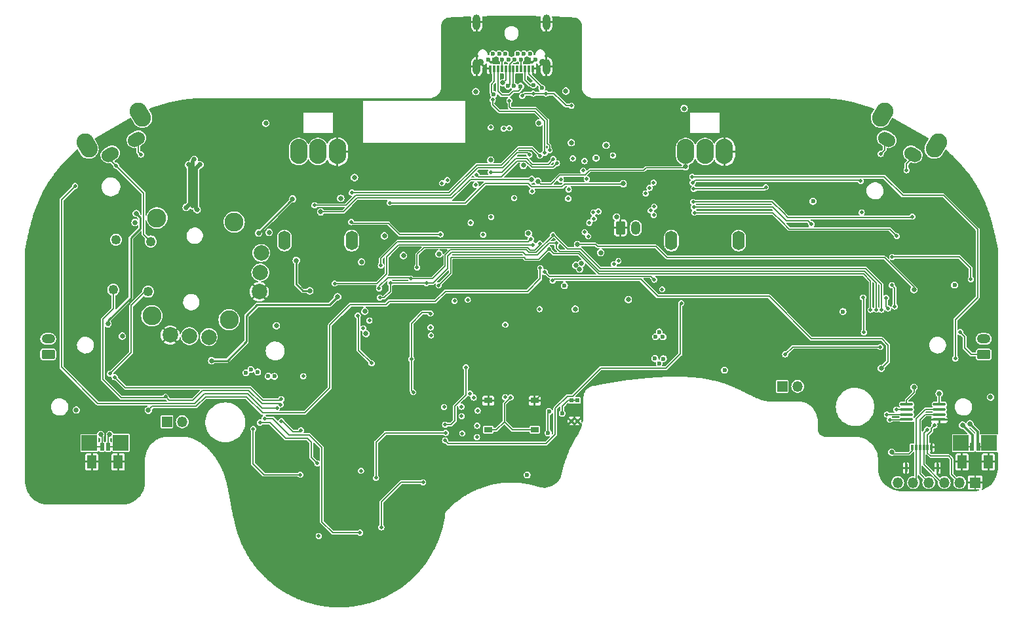
<source format=gbr>
%TF.GenerationSoftware,KiCad,Pcbnew,8.0.2*%
%TF.CreationDate,2024-08-23T15:15:22-07:00*%
%TF.ProjectId,UGC_Main_R4,5547435f-4d61-4696-9e5f-52342e6b6963,rev?*%
%TF.SameCoordinates,Original*%
%TF.FileFunction,Copper,L4,Bot*%
%TF.FilePolarity,Positive*%
%FSLAX46Y46*%
G04 Gerber Fmt 4.6, Leading zero omitted, Abs format (unit mm)*
G04 Created by KiCad (PCBNEW 8.0.2) date 2024-08-23 15:15:22*
%MOMM*%
%LPD*%
G01*
G04 APERTURE LIST*
G04 Aperture macros list*
%AMRoundRect*
0 Rectangle with rounded corners*
0 $1 Rounding radius*
0 $2 $3 $4 $5 $6 $7 $8 $9 X,Y pos of 4 corners*
0 Add a 4 corners polygon primitive as box body*
4,1,4,$2,$3,$4,$5,$6,$7,$8,$9,$2,$3,0*
0 Add four circle primitives for the rounded corners*
1,1,$1+$1,$2,$3*
1,1,$1+$1,$4,$5*
1,1,$1+$1,$6,$7*
1,1,$1+$1,$8,$9*
0 Add four rect primitives between the rounded corners*
20,1,$1+$1,$2,$3,$4,$5,0*
20,1,$1+$1,$4,$5,$6,$7,0*
20,1,$1+$1,$6,$7,$8,$9,0*
20,1,$1+$1,$8,$9,$2,$3,0*%
%AMHorizOval*
0 Thick line with rounded ends*
0 $1 width*
0 $2 $3 position (X,Y) of the first rounded end (center of the circle)*
0 $4 $5 position (X,Y) of the second rounded end (center of the circle)*
0 Add line between two ends*
20,1,$1,$2,$3,$4,$5,0*
0 Add two circle primitives to create the rounded ends*
1,1,$1,$2,$3*
1,1,$1,$4,$5*%
G04 Aperture macros list end*
%TA.AperFunction,ComponentPad*%
%ADD10O,2.250000X3.250000*%
%TD*%
%TA.AperFunction,HeatsinkPad*%
%ADD11O,1.600000X2.500000*%
%TD*%
%TA.AperFunction,ComponentPad*%
%ADD12R,1.350000X1.350000*%
%TD*%
%TA.AperFunction,ComponentPad*%
%ADD13O,1.350000X1.350000*%
%TD*%
%TA.AperFunction,ComponentPad*%
%ADD14C,2.450000*%
%TD*%
%TA.AperFunction,ComponentPad*%
%ADD15C,1.250000*%
%TD*%
%TA.AperFunction,ComponentPad*%
%ADD16C,2.000000*%
%TD*%
%TA.AperFunction,ComponentPad*%
%ADD17HorizOval,2.250000X-0.250000X0.433013X0.250000X-0.433013X0*%
%TD*%
%TA.AperFunction,ComponentPad*%
%ADD18HorizOval,1.700000X0.259808X0.150000X-0.259808X-0.150000X0*%
%TD*%
%TA.AperFunction,ComponentPad*%
%ADD19HorizOval,2.250000X-0.250000X-0.433013X0.250000X0.433013X0*%
%TD*%
%TA.AperFunction,ComponentPad*%
%ADD20HorizOval,1.700000X0.259808X-0.150000X-0.259808X0.150000X0*%
%TD*%
%TA.AperFunction,SMDPad,CuDef*%
%ADD21R,1.000000X0.750000*%
%TD*%
%TA.AperFunction,SMDPad,CuDef*%
%ADD22R,2.000000X2.000000*%
%TD*%
%TA.AperFunction,SMDPad,CuDef*%
%ADD23R,0.500000X1.000000*%
%TD*%
%TA.AperFunction,SMDPad,CuDef*%
%ADD24R,1.200000X1.700000*%
%TD*%
%TA.AperFunction,SMDPad,CuDef*%
%ADD25R,0.500000X0.550000*%
%TD*%
%TA.AperFunction,ComponentPad*%
%ADD26RoundRect,0.250000X0.625000X-0.350000X0.625000X0.350000X-0.625000X0.350000X-0.625000X-0.350000X0*%
%TD*%
%TA.AperFunction,ComponentPad*%
%ADD27O,1.750000X1.200000*%
%TD*%
%TA.AperFunction,SMDPad,CuDef*%
%ADD28R,0.300000X0.700000*%
%TD*%
%TA.AperFunction,SMDPad,CuDef*%
%ADD29R,0.300000X1.000000*%
%TD*%
%TA.AperFunction,ComponentPad*%
%ADD30RoundRect,0.250000X-0.350000X-0.625000X0.350000X-0.625000X0.350000X0.625000X-0.350000X0.625000X0*%
%TD*%
%TA.AperFunction,ComponentPad*%
%ADD31O,1.200000X1.750000*%
%TD*%
%TA.AperFunction,SMDPad,CuDef*%
%ADD32R,0.350000X0.890000*%
%TD*%
%TA.AperFunction,ComponentPad*%
%ADD33C,0.600000*%
%TD*%
%TA.AperFunction,ComponentPad*%
%ADD34O,1.000000X2.000000*%
%TD*%
%TA.AperFunction,ComponentPad*%
%ADD35C,0.900000*%
%TD*%
%TA.AperFunction,SMDPad,CuDef*%
%ADD36RoundRect,0.100000X0.712500X0.100000X-0.712500X0.100000X-0.712500X-0.100000X0.712500X-0.100000X0*%
%TD*%
%TA.AperFunction,ViaPad*%
%ADD37C,0.600000*%
%TD*%
%TA.AperFunction,ViaPad*%
%ADD38C,0.500000*%
%TD*%
%TA.AperFunction,ViaPad*%
%ADD39C,0.650000*%
%TD*%
%TA.AperFunction,Conductor*%
%ADD40C,0.200000*%
%TD*%
%TA.AperFunction,Conductor*%
%ADD41C,0.150000*%
%TD*%
%TA.AperFunction,Conductor*%
%ADD42C,0.250000*%
%TD*%
%TA.AperFunction,Conductor*%
%ADD43C,0.500000*%
%TD*%
%TA.AperFunction,Conductor*%
%ADD44C,0.300000*%
%TD*%
G04 APERTURE END LIST*
D10*
%TO.P,RV2,1,GND*%
%TO.N,+3V3*%
X243483657Y-101434400D03*
%TO.P,RV2,2,Signal*%
%TO.N,ZR_ANALOG*%
X240983657Y-101434400D03*
%TO.P,RV2,3,V+*%
%TO.N,GND*%
X245983657Y-101434400D03*
D11*
%TO.P,RV2,MP*%
%TO.N,N/C*%
X247833657Y-112934400D03*
X239133657Y-112934400D03*
%TD*%
D10*
%TO.P,RV1,1,GND*%
%TO.N,+3V3*%
X193483657Y-101434400D03*
%TO.P,RV1,2,Signal*%
%TO.N,ZL_ANALOG*%
X190983657Y-101434400D03*
%TO.P,RV1,3,V+*%
%TO.N,GND*%
X195983657Y-101434400D03*
D11*
%TO.P,RV1,MP*%
%TO.N,N/C*%
X197833657Y-112934400D03*
X189133657Y-112934400D03*
%TD*%
D12*
%TO.P,J8,1,Pin_1*%
%TO.N,Net-(D4A-A)*%
X253457200Y-131775200D03*
D13*
%TO.P,J8,2,Pin_2*%
%TO.N,G*%
X255457200Y-131775200D03*
%TD*%
D14*
%TO.P,SW6,*%
%TO.N,*%
X172671539Y-110006388D03*
X172009489Y-122639052D03*
X182657835Y-110529748D03*
X181995785Y-123162412D03*
D15*
%TO.P,SW6,S1,1*%
%TO.N,H*%
X171861497Y-113043156D03*
%TO.P,SW6,S2,2*%
X171521313Y-119534248D03*
%TO.P,SW6,S3,3*%
%TO.N,LS_BTN_IN*%
X167367664Y-112807644D03*
%TO.P,SW6,S4,4*%
X167027480Y-119298736D03*
D16*
%TO.P,SW6,X1,GND*%
%TO.N,GND*%
X174381765Y-125141637D03*
%TO.P,SW6,X2,X_OUT*%
%TO.N,Net-(SW6-X_OUT)*%
X176878339Y-125272477D03*
%TO.P,SW6,X3,VCC*%
%TO.N,+3V3*%
X179374913Y-125403317D03*
%TO.P,SW6,Y1,GND*%
%TO.N,GND*%
X185890899Y-119536297D03*
%TO.P,SW6,Y2,Y_OUT*%
%TO.N,Net-(SW6-Y_OUT)*%
X186021739Y-117039723D03*
%TO.P,SW6,Y3,VCC*%
%TO.N,+3V3*%
X186152579Y-114543149D03*
%TD*%
D17*
%TO.P,SW7,*%
%TO.N,*%
X163618112Y-100644336D03*
X170546316Y-96644336D03*
D18*
%TO.P,SW7,1,1*%
%TO.N,H*%
X166643465Y-101784400D03*
%TO.P,SW7,2,2*%
%TO.N,Net-(D11A-A)*%
X170020963Y-99834400D03*
%TD*%
D19*
%TO.P,SW8,*%
%TO.N,*%
X266420998Y-96644336D03*
X273349202Y-100644336D03*
D20*
%TO.P,SW8,1,1*%
%TO.N,G*%
X266946351Y-99834400D03*
%TO.P,SW8,2,2*%
%TO.N,Net-(D5B-A)*%
X270323849Y-101784400D03*
%TD*%
D12*
%TO.P,J4,1,Pin_1*%
%TO.N,GND*%
X278380200Y-144195800D03*
D13*
%TO.P,J4,2,Pin_2*%
%TO.N,RS_B_IN*%
X276380200Y-144195800D03*
%TO.P,J4,3,Pin_3*%
%TO.N,RS_B_OUT*%
X274380200Y-144195800D03*
%TO.P,J4,4,Pin_4*%
%TO.N,RY*%
X272380200Y-144195800D03*
%TO.P,J4,5,Pin_5*%
%TO.N,RX*%
X270380200Y-144195800D03*
%TO.P,J4,6,Pin_6*%
%TO.N,+3V3*%
X268380200Y-144195800D03*
%TD*%
D12*
%TO.P,J9,1,Pin_1*%
%TO.N,LS_BTN_IN*%
X173955200Y-136347200D03*
D13*
%TO.P,J9,2,Pin_2*%
%TO.N,H*%
X175955200Y-136347200D03*
%TD*%
D21*
%TO.P,SW14,A,A*%
%TO.N,GND*%
X221483657Y-133609400D03*
%TO.P,SW14,B,B*%
X215483657Y-133609400D03*
%TO.P,SW14,C,C*%
%TO.N,RP_RUN*%
X221483657Y-137359400D03*
%TO.P,SW14,D,D*%
X215483657Y-137359400D03*
%TD*%
D22*
%TO.P,TP7,1,1*%
%TO.N,LRA_L+*%
X163931600Y-139090400D03*
%TD*%
D23*
%TO.P,J10,1,1*%
%TO.N,LRA_L-*%
X166363600Y-139564800D03*
%TO.P,J10,2,2*%
%TO.N,LRA_L+*%
X165563600Y-139564800D03*
D24*
%TO.P,J10,S1,SHIELD*%
%TO.N,GND*%
X167663600Y-141514800D03*
%TO.P,J10,S2,SHIELD*%
X164263600Y-141514800D03*
%TD*%
D22*
%TO.P,TP1,1,1*%
%TO.N,LRA_R-*%
X276555200Y-139090400D03*
%TD*%
D25*
%TO.P,SW15,1,1*%
%TO.N,GND*%
X227025200Y-136245600D03*
%TO.P,SW15,2,2*%
X226225200Y-136245600D03*
%TO.P,SW15,3,3*%
%TO.N,USB_BOOT*%
X227025200Y-133595600D03*
%TO.P,SW15,4,4*%
X226225200Y-133595600D03*
%TD*%
D22*
%TO.P,TP6,1,1*%
%TO.N,LRA_L-*%
X167995600Y-139065000D03*
%TD*%
D26*
%TO.P,J7,1,Pin_1*%
%TO.N,G*%
X279501600Y-127635000D03*
D27*
%TO.P,J7,2,Pin_2*%
%TO.N,Net-(D5C-A)*%
X279501600Y-125635000D03*
%TD*%
D28*
%TO.P,J13,1,1*%
%TO.N,GND*%
X272740173Y-139656580D03*
%TO.P,J13,2,2*%
%TO.N,RS_B_IN*%
X272240173Y-139656580D03*
%TO.P,J13,3,3*%
%TO.N,RS_B_OUT*%
X271740173Y-139656580D03*
%TO.P,J13,4,4*%
%TO.N,RY*%
X271240173Y-139656580D03*
%TO.P,J13,5,5*%
%TO.N,RX*%
X270740173Y-139656580D03*
%TO.P,J13,6,6*%
%TO.N,+3V3*%
X270240173Y-139656580D03*
D29*
%TO.P,J13,MP1,MP1*%
%TO.N,GND*%
X273530173Y-142306580D03*
%TO.P,J13,MP2,MP2*%
X269450173Y-142306580D03*
%TD*%
D22*
%TO.P,TP2,1,1*%
%TO.N,LRA_R+*%
X280199742Y-139096669D03*
%TD*%
D23*
%TO.P,J1,1,1*%
%TO.N,LRA_R+*%
X278784000Y-139564800D03*
%TO.P,J1,2,2*%
%TO.N,LRA_R-*%
X277984000Y-139564800D03*
D24*
%TO.P,J1,S1,SHIELD*%
%TO.N,GND*%
X280084000Y-141514800D03*
%TO.P,J1,S2,SHIELD*%
X276684000Y-141514800D03*
%TD*%
D30*
%TO.P,B1,1,Pin_1*%
%TO.N,GND*%
X232547596Y-111285471D03*
D31*
%TO.P,B1,2,Pin_2*%
%TO.N,BATTERY_POS*%
X234547596Y-111285471D03*
%TD*%
D26*
%TO.P,J6,1,Pin_1*%
%TO.N,H*%
X158623000Y-127635000D03*
D27*
%TO.P,J6,2,Pin_2*%
%TO.N,Net-(D11C-A)*%
X158623000Y-125635000D03*
%TD*%
D32*
%TO.P,J5,A1,GND*%
%TO.N,GND*%
X215733635Y-90709400D03*
%TO.P,J5,A2,SSTXP1*%
%TO.N,+3V3_PRE*%
X216233635Y-90709400D03*
%TO.P,J5,A3,SSTXN1*%
%TO.N,N_CLOCK*%
X216733635Y-90709400D03*
%TO.P,J5,A4,VBUS*%
%TO.N,+5V_PRE*%
X217233635Y-90709400D03*
%TO.P,J5,A5,CC1*%
%TO.N,CC1*%
X217733635Y-90709400D03*
%TO.P,J5,A6,DP1*%
%TO.N,D+*%
X218233635Y-90709400D03*
%TO.P,J5,A7,DN1*%
%TO.N,D-*%
X218733635Y-90709400D03*
%TO.P,J5,A8,SBU1*%
%TO.N,unconnected-(J5-SBU1-PadA8)*%
X219233635Y-90709400D03*
%TO.P,J5,A9,VBUS*%
%TO.N,+5V_PRE*%
X219733635Y-90709400D03*
%TO.P,J5,A10,SSRXN2*%
%TO.N,N_LATCH*%
X220233635Y-90709400D03*
%TO.P,J5,A11,SSRXP2*%
%TO.N,N_DATA*%
X220733635Y-90709400D03*
%TO.P,J5,A12,GND*%
%TO.N,GND*%
X221233635Y-90709400D03*
D33*
%TO.P,J5,B1,GND*%
X221533635Y-89504400D03*
%TO.P,J5,B2,SSTXP2*%
%TO.N,+3V3_PRE*%
X220883635Y-88804400D03*
%TO.P,J5,B3,SSTXN2*%
%TO.N,N_CLOCK*%
X220083635Y-88804400D03*
%TO.P,J5,B4,VBUS*%
%TO.N,+5V_PRE*%
X219683635Y-89504400D03*
%TO.P,J5,B5,CC2*%
%TO.N,CC2*%
X219283635Y-88804400D03*
%TO.P,J5,B6,DP2*%
%TO.N,D+*%
X218883635Y-89504400D03*
%TO.P,J5,B7,DN2*%
%TO.N,D-*%
X218083635Y-89504400D03*
%TO.P,J5,B8,SBU2*%
%TO.N,unconnected-(J5-SBU2-PadB8)*%
X217683635Y-88804400D03*
%TO.P,J5,B9,VBUS*%
%TO.N,+5V_PRE*%
X217283635Y-89504400D03*
%TO.P,J5,B10,SSRXN1*%
%TO.N,N_LATCH*%
X216883635Y-88804400D03*
%TO.P,J5,B11,SSRXP1*%
%TO.N,N_DATA*%
X216083635Y-88804400D03*
%TO.P,J5,B12,GND*%
%TO.N,GND*%
X215433635Y-89504400D03*
D34*
%TO.P,J5,SH1,SHIELD*%
X213983635Y-84704400D03*
D35*
%TO.P,J5,SH2,SHIELD*%
X214433635Y-89904400D03*
D34*
%TO.P,J5,SH3,SHIELD*%
X213983635Y-90454400D03*
%TO.P,J5,SH4,SHIELD*%
X222983635Y-84704400D03*
D35*
%TO.P,J5,SH5,SHIELD*%
X222533635Y-89904400D03*
D34*
%TO.P,J5,SH6,SHIELD*%
X222983635Y-90454400D03*
%TD*%
D36*
%TO.P,U7,1,~{CS}/SHDN*%
%TO.N,RADC_CS*%
X273740100Y-134102200D03*
%TO.P,U7,2,CH0*%
%TO.N,RX*%
X273740100Y-134752200D03*
%TO.P,U7,3,CH1*%
%TO.N,RY*%
X273740100Y-135402200D03*
%TO.P,U7,4,VSS*%
%TO.N,GND*%
X273740100Y-136052200D03*
%TO.P,U7,5,DIN*%
%TO.N,SPI_TX*%
X269515100Y-136052200D03*
%TO.P,U7,6,DOUT*%
%TO.N,SPI_RX*%
X269515100Y-135402200D03*
%TO.P,U7,7,CLK*%
%TO.N,SPI_CK*%
X269515100Y-134752200D03*
%TO.P,U7,8,VDD/VREF*%
%TO.N,+3V3*%
X269515100Y-134102200D03*
%TD*%
D37*
%TO.N,GND*%
X276275800Y-130835400D03*
X215140000Y-94050000D03*
D38*
X256583498Y-120742670D03*
X259538908Y-107500400D03*
D37*
X161950400Y-137261600D03*
D38*
X214275000Y-110775000D03*
D37*
X278384000Y-141935200D03*
D39*
X218465400Y-100533200D03*
D38*
X260574341Y-107435686D03*
D37*
X218960000Y-94270000D03*
X160909000Y-137312400D03*
D38*
X207441800Y-119888000D03*
X223545400Y-107416600D03*
X205371744Y-121819656D03*
X214800000Y-110400000D03*
D39*
X250367800Y-127762000D03*
D37*
X169951400Y-139623800D03*
D39*
X269570200Y-129540000D03*
X229504526Y-118967615D03*
D38*
X208915000Y-109296200D03*
X201930000Y-108483400D03*
D37*
X278409400Y-141198600D03*
D38*
X223545400Y-133426200D03*
X267309600Y-137566400D03*
D37*
X160350200Y-142570200D03*
D39*
X262509000Y-129362200D03*
D37*
X169367200Y-142036800D03*
D39*
X272999200Y-131470400D03*
D38*
X218328641Y-112035674D03*
D37*
X159893000Y-131622800D03*
D38*
X234111800Y-123240800D03*
X259797767Y-106529682D03*
X228449022Y-116721319D03*
D39*
X274472400Y-142306580D03*
D37*
X178308000Y-138176000D03*
D38*
X222554800Y-134924800D03*
X209194400Y-115849400D03*
D39*
X273685000Y-129565400D03*
X238912400Y-127635000D03*
D38*
X208000600Y-123342400D03*
D39*
X227748754Y-118990566D03*
X217830400Y-99923600D03*
X238937800Y-125831600D03*
D38*
X230632000Y-119405400D03*
D39*
X269595600Y-131470400D03*
D38*
X222681800Y-132943600D03*
X253022161Y-106650220D03*
D39*
X250672600Y-125704600D03*
X263779000Y-127889000D03*
D37*
X169443400Y-141122400D03*
X160223200Y-141630400D03*
X160959800Y-132130800D03*
D38*
X222707200Y-134239000D03*
D39*
%TO.N,LX*%
X196011800Y-120192800D03*
X179755800Y-128447800D03*
%TO.N,LY*%
X190677800Y-115493800D03*
X192430400Y-119430800D03*
D38*
%TO.N,Net-(D4A-A)*%
X266141200Y-126669800D03*
X242112800Y-109321600D03*
X266877800Y-120345200D03*
X267131800Y-121691400D03*
X268249400Y-112344200D03*
X253847600Y-127635000D03*
%TO.N,+1V1*%
X227914200Y-102641400D03*
X225882200Y-106324400D03*
X221132400Y-106553000D03*
D39*
%TO.N,LRA_R*%
X266242800Y-129438400D03*
D38*
X223788683Y-118099400D03*
D39*
%TO.N,BAT_LVL*%
X232912012Y-105582285D03*
D38*
X202742800Y-108051600D03*
D39*
%TO.N,VBUS_SYS*%
X232054400Y-109880400D03*
X230708200Y-100609400D03*
X233578400Y-120548400D03*
D38*
%TO.N,USB_EN*%
X223399733Y-101264779D03*
X218211400Y-94843600D03*
D37*
%TO.N,BTN_PWR*%
X223215200Y-137769600D03*
X223343093Y-135037482D03*
D38*
X236931200Y-117983000D03*
X222783400Y-116992400D03*
D37*
%TO.N,D+*%
X218020000Y-92960000D03*
%TO.N,D-*%
X218813581Y-92957751D03*
D39*
%TO.N,SL_RGB*%
X185801000Y-111937800D03*
X190195200Y-107543600D03*
%TO.N,Net-(L2-DOUT)*%
X166344600Y-123698000D03*
X170002200Y-109423200D03*
D38*
%TO.N,ESP_RTS*%
X200406000Y-128778000D03*
X198602600Y-122605800D03*
%TO.N,ESP_EN*%
X209296000Y-112141000D03*
X197866000Y-106730800D03*
X197764400Y-110515400D03*
X222148400Y-101955600D03*
%TO.N,ESP_DTR*%
X208000600Y-122351800D03*
X205790800Y-132511800D03*
X205562200Y-128244600D03*
D37*
%TO.N,N_LATCH*%
X221334118Y-92802481D03*
%TO.N,N_DATA*%
X222395124Y-93216533D03*
%TO.N,N_CLOCK*%
X219660000Y-92980000D03*
%TO.N,RP_RUN*%
X225323794Y-118752774D03*
X229412800Y-102260400D03*
D38*
X218372572Y-133193850D03*
%TO.N,I2C_SCL*%
X223875600Y-102412800D03*
X215814621Y-104075862D03*
X231701147Y-115982447D03*
%TO.N,I2C_SDA*%
X232284636Y-115562671D03*
X213952178Y-104428552D03*
X224358200Y-102946200D03*
%TO.N,USB_BOOT*%
X214807800Y-112166400D03*
X211124800Y-120726200D03*
D37*
X225040000Y-135250000D03*
D38*
%TO.N,RGB_OUT*%
X220803144Y-101833002D03*
X193040000Y-108356400D03*
%TO.N,SHARED_PU*%
X226212400Y-95504000D03*
X222961200Y-93929200D03*
X221284800Y-93929200D03*
X219860000Y-94230000D03*
%TO.N,USB_SEL*%
X222758000Y-101600000D03*
X216052400Y-94742000D03*
%TO.N,ESP_RX0*%
X209499200Y-105511600D03*
X200124189Y-123260685D03*
%TO.N,ESP_TX0*%
X210185000Y-105105200D03*
X199342763Y-124279937D03*
%TO.N,LADC_CS*%
X221259400Y-113461800D03*
X195630800Y-118465600D03*
%TO.N,SPI_TX*%
X202844400Y-118414800D03*
X207492600Y-118414800D03*
X265607800Y-121843800D03*
X201472800Y-120294400D03*
X224282000Y-113258600D03*
X267360400Y-136067800D03*
%TO.N,SPI_RX*%
X266979400Y-135407400D03*
X209067400Y-118719600D03*
X223314292Y-114001645D03*
X264871200Y-121869200D03*
%TO.N,SPI_CK*%
X223824800Y-112191800D03*
X205511400Y-117856000D03*
X266268200Y-121869200D03*
X268224000Y-134772400D03*
X201366000Y-119105800D03*
D39*
%TO.N,RADC_CS*%
X227004875Y-113428678D03*
X270484600Y-119253000D03*
X273735800Y-132689600D03*
D38*
%TO.N,IMU0_CS*%
X201599800Y-116128800D03*
X220980000Y-112725200D03*
D39*
%TO.N,ZL_ANALOG*%
X221081600Y-105029000D03*
X193827400Y-109220000D03*
%TO.N,ZR_ANALOG*%
X221871218Y-105252081D03*
X240944400Y-103378000D03*
D38*
%TO.N,UART_USB+*%
X217474800Y-98450400D03*
X208076800Y-125164600D03*
%TO.N,UART_USB-*%
X208026000Y-124164600D03*
X218186000Y-98399600D03*
D37*
%TO.N,E*%
X187867610Y-130476935D03*
D38*
X212115400Y-137845800D03*
X236321600Y-106121200D03*
X229055724Y-109296201D03*
%TO.N,D*%
X229717600Y-109169200D03*
X235813600Y-106832400D03*
D37*
X187045600Y-130454400D03*
D38*
X214045800Y-136855200D03*
D39*
%TO.N,+5V_PRE*%
X213868000Y-93675200D03*
D37*
%TO.N,+3V3_PRE*%
X216165246Y-94049711D03*
D39*
X225500000Y-93610000D03*
D38*
%TO.N,IMU1_CS*%
X222130112Y-113321680D03*
X206280400Y-116382800D03*
%TO.N,Net-(D4B-A)*%
X257225800Y-110794800D03*
X242036600Y-108610400D03*
%TO.N,C*%
X228200164Y-104966757D03*
X212039200Y-135610600D03*
D37*
X185674000Y-129895600D03*
D38*
X236920856Y-108544138D03*
%TO.N,Net-(D4C-A)*%
X241935000Y-107924600D03*
X270256000Y-109829600D03*
D39*
%TO.N,VBUS*%
X230004090Y-114479819D03*
X215783138Y-102514294D03*
%TO.N,CC1*%
X217350000Y-92530000D03*
D38*
%TO.N,Net-(D5B-A)*%
X269519400Y-103835200D03*
X241884200Y-105435400D03*
X263601200Y-105232200D03*
%TO.N,Net-(D5A-A)*%
X242011200Y-106248200D03*
X251333000Y-106019600D03*
%TO.N,A*%
X226415600Y-102311200D03*
X236853904Y-109619539D03*
X212013800Y-134391400D03*
D37*
X184150000Y-129997200D03*
%TO.N,B*%
X184810400Y-129590800D03*
D38*
X236474058Y-109051928D03*
X214096600Y-134899400D03*
X227736400Y-103886000D03*
D37*
%TO.N,+3V3*%
X245999000Y-129667000D03*
D39*
X209118200Y-114655600D03*
X227279200Y-116611400D03*
D37*
X257429000Y-107848400D03*
D39*
X226796600Y-116128800D03*
X267589000Y-140284200D03*
X177292000Y-108432600D03*
D38*
X215846705Y-109870895D03*
D39*
X168198800Y-125272800D03*
X177495200Y-102438200D03*
X220658568Y-111998972D03*
D37*
X237566200Y-124739400D03*
D39*
X188112400Y-123926600D03*
X227500000Y-115900000D03*
D37*
X238031090Y-125368176D03*
D39*
X198196200Y-104775000D03*
X186740800Y-97764600D03*
D38*
X215798400Y-98298000D03*
D39*
X199669400Y-124942600D03*
X196418200Y-107467400D03*
D38*
X213842600Y-105740200D03*
X231586200Y-101911955D03*
D39*
X280365200Y-133172200D03*
D37*
X237566200Y-128803400D03*
X275717000Y-118668800D03*
X237007400Y-128168400D03*
D39*
X169849800Y-110583609D03*
X240792000Y-95859600D03*
X199517000Y-122072400D03*
D37*
X220497400Y-143205200D03*
D39*
X176453800Y-108635800D03*
D38*
X225806000Y-107492800D03*
D37*
X261289800Y-122097800D03*
X238099600Y-128193800D03*
D38*
X213200000Y-110625000D03*
D39*
X220005282Y-103213573D03*
X162255200Y-134823200D03*
X176758600Y-103124000D03*
X199097900Y-115684300D03*
X187172600Y-111861600D03*
X178231800Y-103124000D03*
D37*
X237083600Y-125349000D03*
D39*
X222021400Y-97713800D03*
X226212400Y-100279200D03*
X270484600Y-131902200D03*
X202057000Y-112318800D03*
D38*
X224866200Y-105054400D03*
D39*
X177876200Y-108940600D03*
D38*
X218821000Y-107416600D03*
D39*
X204520800Y-114858800D03*
X226718285Y-121785989D03*
D38*
%TO.N,F*%
X191592200Y-130454400D03*
X214020400Y-138328400D03*
X236837529Y-105442522D03*
X229108000Y-110083600D03*
%TO.N,RS_B_OUT*%
X272161000Y-137363200D03*
%TO.N,Net-(D5C-A)*%
X241833400Y-104673400D03*
X275818600Y-128168400D03*
%TO.N,Net-(D8C-A)*%
X191287400Y-137464800D03*
X188753270Y-136277422D03*
%TO.N,Net-(D8B-A)*%
X186563000Y-135915400D03*
X198907400Y-150672800D03*
%TO.N,Net-(D8A-A)*%
X185978800Y-136448800D03*
X193395600Y-141732000D03*
%TO.N,RS_B_IN*%
X273126200Y-136804400D03*
%TO.N,Net-(D11A-A)*%
X188171967Y-134603702D03*
X162102800Y-105867200D03*
X170611800Y-101803200D03*
%TO.N,Net-(D11C-A)*%
X188724384Y-133414380D03*
X167233600Y-130581400D03*
%TO.N,Net-(D12C-A)*%
X209770157Y-134423074D03*
X217652600Y-133172200D03*
%TO.N,Net-(D12A-A)*%
X213588600Y-133223000D03*
X217678000Y-123799600D03*
%TO.N,Net-(D12B-A)*%
X213131400Y-132689600D03*
X212826600Y-120573800D03*
%TO.N,Net-(D13C-A)*%
X240411000Y-121031000D03*
X209905600Y-138760200D03*
%TO.N,Net-(D13A-A)*%
X212572600Y-129311400D03*
X209905600Y-136728200D03*
%TO.N,Net-(D13B-A)*%
X209981800Y-137795000D03*
X200990200Y-143586200D03*
%TO.N,H*%
X191185800Y-143179800D03*
X227931351Y-111850544D03*
X193573400Y-151104600D03*
X167411400Y-103251000D03*
X199034400Y-142671800D03*
X185115200Y-137287000D03*
X166598600Y-130124200D03*
%TO.N,G*%
X263728200Y-109296200D03*
X267614400Y-118694200D03*
X267995400Y-121437400D03*
X276453600Y-124764800D03*
X264007600Y-124764800D03*
X277825200Y-117906800D03*
X267665200Y-115036600D03*
X228535538Y-110624007D03*
X263906000Y-120294400D03*
X266179300Y-101714300D03*
%TO.N,I*%
X207060800Y-144170400D03*
X228396800Y-112369600D03*
X222118121Y-121793838D03*
X201650600Y-149987000D03*
X237947200Y-119227600D03*
%TO.N,LS_BTN_IN*%
X173786800Y-133096000D03*
X188672392Y-134129273D03*
%TO.N,LRA_L*%
X222199200Y-116484400D03*
D39*
X171551600Y-134848600D03*
%TO.N,LRA_L+*%
X165410263Y-137988533D03*
%TO.N,LRA_R+*%
X277698200Y-136601200D03*
%TO.N,LRA_R-*%
X276758400Y-136779000D03*
%TO.N,LRA_L-*%
X166568997Y-137996991D03*
%TD*%
D40*
%TO.N,GND*%
X221483657Y-133609400D02*
X223362200Y-133609400D01*
X223362200Y-133609400D02*
X223545400Y-133426200D01*
X222149457Y-132943600D02*
X221483657Y-133609400D01*
X221233635Y-90709400D02*
X221233635Y-91263635D01*
X215733635Y-91486365D02*
X215630000Y-91590000D01*
D41*
X274472400Y-142306580D02*
X273530173Y-142306580D01*
D40*
X222681800Y-132943600D02*
X222149457Y-132943600D01*
X221233635Y-91263635D02*
X221470000Y-91500000D01*
X215733635Y-90709400D02*
X215733635Y-91486365D01*
D42*
%TO.N,LX*%
X196011800Y-120192800D02*
X194970400Y-121234200D01*
X185623200Y-121234200D02*
X184251600Y-122605800D01*
X181737000Y-128447800D02*
X179755800Y-128447800D01*
X184251600Y-125933200D02*
X181737000Y-128447800D01*
X184251600Y-122605800D02*
X184251600Y-125933200D01*
X194970400Y-121234200D02*
X185623200Y-121234200D01*
%TO.N,LY*%
X191541400Y-119430800D02*
X192430400Y-119430800D01*
X191135000Y-119024400D02*
X191541400Y-119430800D01*
X190677800Y-118567200D02*
X191135000Y-119024400D01*
X190677800Y-115493800D02*
X190677800Y-118567200D01*
D40*
%TO.N,Net-(D4A-A)*%
X257479800Y-111429800D02*
X267335000Y-111429800D01*
X266877800Y-121437400D02*
X267131800Y-121691400D01*
X242112800Y-109321600D02*
X252247400Y-109321600D01*
X253365000Y-110439200D02*
X254355600Y-111429800D01*
X254355600Y-111429800D02*
X257479800Y-111429800D01*
X254812800Y-126669800D02*
X253847600Y-127635000D01*
X266877800Y-120345200D02*
X266877800Y-121437400D01*
X252247400Y-109321600D02*
X253365000Y-110439200D01*
X267335000Y-111429800D02*
X268249400Y-112344200D01*
X266141200Y-126669800D02*
X254812800Y-126669800D01*
D41*
%TO.N,RX*%
X271927200Y-134752200D02*
X270740173Y-135939227D01*
X270740173Y-143835827D02*
X270380200Y-144195800D01*
X270740173Y-139656580D02*
X270740173Y-143835827D01*
X273740100Y-134752200D02*
X271927200Y-134752200D01*
X270740173Y-135939227D02*
X270740173Y-139656580D01*
%TO.N,RY*%
X271240173Y-139656580D02*
X271240173Y-143055773D01*
X271240173Y-143055773D02*
X272380200Y-144195800D01*
X271240173Y-136074227D02*
X271912200Y-135402200D01*
X271240173Y-139656580D02*
X271240173Y-136074227D01*
X271912200Y-135402200D02*
X273740100Y-135402200D01*
D40*
%TO.N,LRA_R*%
X267131800Y-128549400D02*
X266242800Y-129438400D01*
X223788683Y-118099400D02*
X223955883Y-117932200D01*
X223955883Y-117932200D02*
X235204000Y-117932200D01*
X237413800Y-120142000D02*
X251764800Y-120142000D01*
X266319000Y-125628400D02*
X267131800Y-126441200D01*
X235204000Y-117932200D02*
X237413800Y-120142000D01*
X251764800Y-120142000D02*
X257251200Y-125628400D01*
X257251200Y-125628400D02*
X266319000Y-125628400D01*
X267131800Y-126441200D02*
X267131800Y-128549400D01*
%TO.N,BAT_LVL*%
X220624400Y-105511600D02*
X221081600Y-105968800D01*
X212547200Y-108051600D02*
X215087200Y-105511600D01*
X215087200Y-105511600D02*
X220624400Y-105511600D01*
X225348800Y-105613200D02*
X232881097Y-105613200D01*
X224993200Y-105968800D02*
X225348800Y-105613200D01*
D41*
X232912012Y-105582285D02*
X232779497Y-105714800D01*
D40*
X232881097Y-105613200D02*
X232912012Y-105582285D01*
X202742800Y-108051600D02*
X212547200Y-108051600D01*
X221081600Y-105968800D02*
X224993200Y-105968800D01*
D41*
%TO.N,USB_EN*%
X223399733Y-101264779D02*
X223399733Y-100666933D01*
X223399733Y-100666933D02*
X223082600Y-100349800D01*
X218445600Y-95890600D02*
X218211400Y-95656400D01*
X221646000Y-95890600D02*
X218445600Y-95890600D01*
X223082600Y-97327200D02*
X221646000Y-95890600D01*
X223082600Y-100349800D02*
X223082600Y-97327200D01*
X218211400Y-95656400D02*
X218211400Y-94843600D01*
%TO.N,BTN_PWR*%
X236498200Y-117550000D02*
X236931200Y-117983000D01*
D40*
X223215200Y-135165375D02*
X223215200Y-137769600D01*
D41*
X223341000Y-117550000D02*
X236498200Y-117550000D01*
X222783400Y-116992400D02*
X223341000Y-117550000D01*
D40*
X223343093Y-135037482D02*
X223215200Y-135165375D01*
%TO.N,D+*%
X218020000Y-92960000D02*
X218233635Y-92746365D01*
X218233635Y-90709400D02*
X218233635Y-90132218D01*
X218233635Y-90132218D02*
X218861453Y-89504400D01*
X218861453Y-89504400D02*
X218883635Y-89504400D01*
X218233635Y-92746365D02*
X218233635Y-90709400D01*
%TO.N,D-*%
X218813581Y-92957751D02*
X218733635Y-92877805D01*
X218733635Y-92877805D02*
X218733635Y-90709400D01*
D42*
%TO.N,SL_RGB*%
X185801000Y-111937800D02*
X190195200Y-107543600D01*
%TO.N,Net-(L2-DOUT)*%
X166344600Y-123266200D02*
X166344600Y-123698000D01*
X170002200Y-109423200D02*
X170510200Y-109931200D01*
X170510200Y-111379000D02*
X169291000Y-112598200D01*
X169291000Y-120319800D02*
X166344600Y-123266200D01*
X170510200Y-109931200D02*
X170510200Y-111379000D01*
X169291000Y-112598200D02*
X169291000Y-120319800D01*
D40*
%TO.N,ESP_RTS*%
X198729600Y-122732800D02*
X198729600Y-127101600D01*
X198729600Y-127101600D02*
X200406000Y-128778000D01*
X198602600Y-122605800D02*
X198729600Y-122732800D01*
D41*
%TO.N,ESP_EN*%
X217170000Y-103149400D02*
X219354400Y-100965000D01*
X202565000Y-110693200D02*
X200660000Y-110693200D01*
X197942200Y-110693200D02*
X197764400Y-110515400D01*
X200660000Y-110693200D02*
X197942200Y-110693200D01*
X219354400Y-100965000D02*
X221157800Y-100965000D01*
X203022200Y-111150400D02*
X202565000Y-110693200D01*
X210413600Y-106730800D02*
X213995000Y-103149400D01*
X221157800Y-100965000D02*
X222148400Y-101955600D01*
X204012800Y-112141000D02*
X203022200Y-111150400D01*
X197866000Y-106730800D02*
X210413600Y-106730800D01*
X209296000Y-112141000D02*
X204012800Y-112141000D01*
X213995000Y-103149400D02*
X217170000Y-103149400D01*
D40*
%TO.N,ESP_DTR*%
X205562200Y-123621800D02*
X205562200Y-128244600D01*
X205562200Y-128244600D02*
X205562200Y-132283200D01*
X207873600Y-122224800D02*
X206959200Y-122224800D01*
X205562200Y-132283200D02*
X205790800Y-132511800D01*
X206959200Y-122224800D02*
X205562200Y-123621800D01*
X208000600Y-122351800D02*
X207873600Y-122224800D01*
%TO.N,N_LATCH*%
X220233635Y-92183635D02*
X220233635Y-90709400D01*
X220852481Y-92802481D02*
X220233635Y-92183635D01*
X221334118Y-92802481D02*
X220852481Y-92802481D01*
%TO.N,N_DATA*%
X222395124Y-93075124D02*
X220733635Y-91413635D01*
X220733635Y-91413635D02*
X220733635Y-90709400D01*
X222395124Y-93216533D02*
X222395124Y-93075124D01*
%TO.N,N_CLOCK*%
X217230000Y-94130000D02*
X216733635Y-93633635D01*
X218680000Y-93610000D02*
X218160000Y-94130000D01*
X216733635Y-93633635D02*
X216733635Y-90709400D01*
X219660000Y-92980000D02*
X219660000Y-93310000D01*
X218160000Y-94130000D02*
X217230000Y-94130000D01*
X219660000Y-93310000D02*
X219360000Y-93610000D01*
X219360000Y-93610000D02*
X218680000Y-93610000D01*
%TO.N,RP_RUN*%
X218588600Y-137359400D02*
X217551000Y-136321800D01*
X221483657Y-137359400D02*
X218588600Y-137359400D01*
X215483657Y-137359400D02*
X216513400Y-137359400D01*
X216513400Y-137359400D02*
X217551000Y-136321800D01*
D41*
X217551000Y-134015422D02*
X218372572Y-133193850D01*
D40*
X217551000Y-136321800D02*
X217551000Y-134015422D01*
D41*
%TO.N,I2C_SCL*%
X219024200Y-102336600D02*
X220472000Y-102336600D01*
X215814621Y-104075862D02*
X217284938Y-104075862D01*
X221183200Y-103047800D02*
X223240600Y-103047800D01*
X220472000Y-102336600D02*
X221183200Y-103047800D01*
X223240600Y-103047800D02*
X223875600Y-102412800D01*
X217284938Y-104075862D02*
X219024200Y-102336600D01*
%TO.N,I2C_SDA*%
X221107000Y-103428800D02*
X223875600Y-103428800D01*
X213952178Y-104428552D02*
X214185076Y-104661450D01*
X214185076Y-104661450D02*
X217207350Y-104661450D01*
X217207350Y-104661450D02*
X219227400Y-102641400D01*
X223875600Y-103428800D02*
X224358200Y-102946200D01*
X220319600Y-102641400D02*
X221107000Y-103428800D01*
X219227400Y-102641400D02*
X220319600Y-102641400D01*
%TO.N,USB_BOOT*%
X226225200Y-133595600D02*
X227025200Y-133595600D01*
X225040000Y-134319200D02*
X225763600Y-133595600D01*
X225763600Y-133595600D02*
X226225200Y-133595600D01*
X225040000Y-135250000D02*
X225040000Y-134319200D01*
%TO.N,RGB_OUT*%
X197078600Y-108356400D02*
X193040000Y-108356400D01*
X217297000Y-103530400D02*
X214122000Y-103530400D01*
X220570142Y-101600000D02*
X219227400Y-101600000D01*
X214122000Y-103530400D02*
X210566000Y-107086400D01*
X220803144Y-101833002D02*
X220570142Y-101600000D01*
X210566000Y-107086400D02*
X198348600Y-107086400D01*
X219227400Y-101600000D02*
X217297000Y-103530400D01*
X198348600Y-107086400D02*
X197078600Y-108356400D01*
D40*
%TO.N,SHARED_PU*%
X225552000Y-95504000D02*
X226212400Y-95504000D01*
X224840800Y-94792800D02*
X225552000Y-95504000D01*
X223977200Y-93929200D02*
X224840800Y-94792800D01*
X221284800Y-93929200D02*
X222961200Y-93929200D01*
X219860000Y-94230000D02*
X220160800Y-93929200D01*
X220160800Y-93929200D02*
X221284800Y-93929200D01*
X222961200Y-93929200D02*
X223977200Y-93929200D01*
D41*
%TO.N,USB_SEL*%
X222732600Y-97485200D02*
X221488000Y-96240600D01*
X222732600Y-101574600D02*
X222732600Y-97485200D01*
X216052400Y-95377000D02*
X216052400Y-94742000D01*
X216916000Y-96240600D02*
X216052400Y-95377000D01*
X222758000Y-101600000D02*
X222732600Y-101574600D01*
X221488000Y-96240600D02*
X216916000Y-96240600D01*
%TO.N,LADC_CS*%
X221259400Y-113461800D02*
X203911200Y-113461800D01*
X202361800Y-117221000D02*
X201422000Y-118160800D01*
X202717400Y-114655600D02*
X202361800Y-115011200D01*
X202361800Y-115011200D02*
X202361800Y-116484400D01*
X202361800Y-116484400D02*
X202361800Y-117221000D01*
X201117200Y-118465600D02*
X195630800Y-118465600D01*
X203911200Y-113461800D02*
X202717400Y-114655600D01*
X201422000Y-118160800D02*
X201117200Y-118465600D01*
%TO.N,SPI_TX*%
X220307225Y-114782600D02*
X219977025Y-114452400D01*
X221818200Y-114782600D02*
X220307225Y-114782600D01*
X202844400Y-119481600D02*
X202844400Y-118414800D01*
X265607800Y-121843800D02*
X265607800Y-118389400D01*
X264083800Y-116865400D02*
X229819200Y-116865400D01*
X224682213Y-114319213D02*
X224282000Y-113919000D01*
X201472800Y-120294400D02*
X202031600Y-120294400D01*
X210261200Y-114960400D02*
X210261200Y-116509800D01*
X210261200Y-116509800D02*
X208356200Y-118414800D01*
X202031600Y-120294400D02*
X202844400Y-119481600D01*
X269499500Y-136067800D02*
X269515100Y-136052200D01*
X224282000Y-113258600D02*
X223342200Y-113258600D01*
X210769200Y-114452400D02*
X210261200Y-114960400D01*
X227273013Y-114319213D02*
X224682213Y-114319213D01*
X224282000Y-113919000D02*
X224282000Y-113258600D01*
X267360400Y-136067800D02*
X269499500Y-136067800D01*
X208356200Y-118414800D02*
X207492600Y-118414800D01*
X265607800Y-118389400D02*
X264083800Y-116865400D01*
X207492600Y-118414800D02*
X202844400Y-118414800D01*
X223342200Y-113258600D02*
X221818200Y-114782600D01*
X219977025Y-114452400D02*
X210769200Y-114452400D01*
X229819200Y-116865400D02*
X227273013Y-114319213D01*
%TO.N,SPI_RX*%
X266979400Y-135407400D02*
X269509900Y-135407400D01*
X209067400Y-118719600D02*
X210616800Y-117170200D01*
X210629174Y-115087400D02*
X220091000Y-115087400D01*
X229768400Y-117246400D02*
X263982200Y-117246400D01*
X210616800Y-115099774D02*
X210629174Y-115087400D01*
X269509900Y-135407400D02*
X269515100Y-135402200D01*
X223314292Y-114001645D02*
X223942847Y-114630200D01*
X263982200Y-117246400D02*
X264871200Y-118135400D01*
X220339400Y-115335800D02*
X221980137Y-115335800D01*
X221980137Y-115335800D02*
X223314292Y-114001645D01*
X223942847Y-114630200D02*
X227152200Y-114630200D01*
X220091000Y-115087400D02*
X220339400Y-115335800D01*
X210616800Y-117170200D02*
X210616800Y-115099774D01*
X227152200Y-114630200D02*
X229768400Y-117246400D01*
X264871200Y-118135400D02*
X264871200Y-121869200D01*
%TO.N,SPI_CK*%
X209905600Y-114808000D02*
X210591400Y-114122200D01*
X225704400Y-113995200D02*
X223901000Y-112191800D01*
X205511400Y-117856000D02*
X208254600Y-117856000D01*
X223901000Y-112191800D02*
X223824800Y-112191800D01*
X220370400Y-114122200D02*
X220700600Y-114452400D01*
X266268200Y-118567200D02*
X264210800Y-116509800D01*
X264210800Y-116509800D02*
X229920800Y-116509800D01*
X220700600Y-114452400D02*
X221691200Y-114452400D01*
X201366000Y-119105800D02*
X201366000Y-118851800D01*
X269515100Y-134752200D02*
X268244200Y-134752200D01*
X266268200Y-121869200D02*
X266268200Y-118567200D01*
X208254600Y-117856000D02*
X209905600Y-116205000D01*
X209905600Y-116205000D02*
X209905600Y-114808000D01*
X201366000Y-118851800D02*
X202488800Y-117729000D01*
X202488800Y-117729000D02*
X205384400Y-117729000D01*
X205384400Y-117729000D02*
X205511400Y-117856000D01*
X223824800Y-112318800D02*
X223824800Y-112191800D01*
X229920800Y-116509800D02*
X227406200Y-113995200D01*
X210591400Y-114122200D02*
X220370400Y-114122200D01*
X221691200Y-114452400D02*
X223824800Y-112318800D01*
X268244200Y-134752200D02*
X268224000Y-134772400D01*
X227406200Y-113995200D02*
X225704400Y-113995200D01*
%TO.N,RADC_CS*%
X237134400Y-113665000D02*
X238582200Y-115112800D01*
X227004875Y-113428678D02*
X229354278Y-113428678D01*
X229354278Y-113428678D02*
X229590600Y-113665000D01*
X273735800Y-132689600D02*
X273735800Y-134097900D01*
X273735800Y-134097900D02*
X273740100Y-134102200D01*
X270484600Y-118922800D02*
X270484600Y-119253000D01*
X229590600Y-113665000D02*
X237134400Y-113665000D01*
X238582200Y-115112800D02*
X266674600Y-115112800D01*
X266674600Y-115112800D02*
X270484600Y-118922800D01*
%TO.N,IMU0_CS*%
X220980000Y-112725200D02*
X220624400Y-113080800D01*
X220624400Y-113080800D02*
X203733400Y-113080800D01*
X203733400Y-113080800D02*
X201599800Y-115214400D01*
X201599800Y-115214400D02*
X201599800Y-116128800D01*
%TO.N,ZL_ANALOG*%
X212166200Y-106019600D02*
X210743800Y-107442000D01*
X196723000Y-109220000D02*
X193827400Y-109220000D01*
X210743800Y-107442000D02*
X209753200Y-107442000D01*
X197688200Y-108254800D02*
X196723000Y-109220000D01*
X221081600Y-105029000D02*
X213156800Y-105029000D01*
X213156800Y-105029000D02*
X212166200Y-106019600D01*
X198501000Y-107442000D02*
X197688200Y-108254800D01*
X209753200Y-107442000D02*
X198501000Y-107442000D01*
%TO.N,ZR_ANALOG*%
X235559600Y-103835200D02*
X235864400Y-103530400D01*
X235864400Y-103530400D02*
X240792000Y-103530400D01*
X228600000Y-103835200D02*
X235559600Y-103835200D01*
X221871218Y-105252081D02*
X222206937Y-105587800D01*
X222206937Y-105587800D02*
X223621600Y-105587800D01*
X224739200Y-104470200D02*
X227965000Y-104470200D01*
X223621600Y-105587800D02*
X224739200Y-104470200D01*
X240792000Y-103530400D02*
X240944400Y-103378000D01*
X227965000Y-104470200D02*
X228600000Y-103835200D01*
D40*
%TO.N,+5V_PRE*%
X217233635Y-89554400D02*
X217283635Y-89504400D01*
X219733635Y-89554400D02*
X219683635Y-89504400D01*
X217233635Y-90709400D02*
X217233635Y-89554400D01*
X219733635Y-90709400D02*
X219733635Y-89554400D01*
%TO.N,+3V3_PRE*%
X215880000Y-92730000D02*
X216233635Y-92376365D01*
X215880000Y-93764465D02*
X215880000Y-92730000D01*
X216165246Y-94049711D02*
X215880000Y-93764465D01*
X216233635Y-92376365D02*
X216233635Y-90709400D01*
D41*
%TO.N,IMU1_CS*%
X206280400Y-114724800D02*
X206280400Y-116382800D01*
X220548200Y-113817400D02*
X207187800Y-113817400D01*
X222130112Y-113530888D02*
X221513400Y-114147600D01*
X220878400Y-114147600D02*
X220548200Y-113817400D01*
X221513400Y-114147600D02*
X220878400Y-114147600D01*
X207187800Y-113817400D02*
X206280400Y-114724800D01*
X222130112Y-113321680D02*
X222130112Y-113530888D01*
D40*
%TO.N,Net-(D4B-A)*%
X253009400Y-109372400D02*
X254000000Y-110363000D01*
X254000000Y-110363000D02*
X255346200Y-110363000D01*
X242036600Y-108610400D02*
X252247400Y-108610400D01*
X252247400Y-108610400D02*
X253009400Y-109372400D01*
X255346200Y-110363000D02*
X256794000Y-110363000D01*
X256794000Y-110363000D02*
X257225800Y-110794800D01*
%TO.N,Net-(D4C-A)*%
X252171200Y-107924600D02*
X253619000Y-109372400D01*
X253619000Y-109372400D02*
X254203200Y-109956600D01*
X262356600Y-109956600D02*
X270129000Y-109956600D01*
X270129000Y-109956600D02*
X270256000Y-109829600D01*
X241935000Y-107924600D02*
X252171200Y-107924600D01*
X254203200Y-109956600D02*
X262356600Y-109956600D01*
%TO.N,CC1*%
X217733635Y-92146365D02*
X217350000Y-92530000D01*
X217733635Y-90709400D02*
X217733635Y-92146365D01*
%TO.N,Net-(D5B-A)*%
X269519400Y-102998657D02*
X270583657Y-101934400D01*
X241884200Y-105435400D02*
X242214400Y-105105200D01*
X263474200Y-105105200D02*
X263601200Y-105232200D01*
X269519400Y-103835200D02*
X269519400Y-102998657D01*
X243001800Y-105105200D02*
X263474200Y-105105200D01*
X242214400Y-105105200D02*
X243001800Y-105105200D01*
%TO.N,Net-(D5A-A)*%
X251104400Y-106248200D02*
X251333000Y-106019600D01*
X242011200Y-106248200D02*
X251104400Y-106248200D01*
D41*
%TO.N,+3V3*%
X270484600Y-131902200D02*
X270484600Y-132562600D01*
D43*
X177292000Y-108432600D02*
X177292000Y-102641400D01*
X177292000Y-102641400D02*
X177495200Y-102438200D01*
D41*
X269798800Y-140487400D02*
X270240173Y-140046027D01*
D43*
X176758600Y-103124000D02*
X176911000Y-103276400D01*
X177749200Y-108813600D02*
X177749200Y-103606600D01*
D41*
X267792200Y-140487400D02*
X269798800Y-140487400D01*
D43*
X177749200Y-103606600D02*
X178231800Y-103124000D01*
X176911000Y-103276400D02*
X176911000Y-108178600D01*
D41*
X270484600Y-132562600D02*
X269515100Y-133532100D01*
D43*
X177876200Y-108940600D02*
X177749200Y-108813600D01*
D41*
X270240173Y-140046027D02*
X270240173Y-139656580D01*
X269515100Y-133532100D02*
X269515100Y-134102200D01*
X267589000Y-140284200D02*
X267792200Y-140487400D01*
D43*
X176911000Y-108178600D02*
X176453800Y-108635800D01*
D40*
%TO.N,RS_B_OUT*%
X271740173Y-137784027D02*
X271740173Y-139656580D01*
D41*
X271740173Y-141844573D02*
X271740173Y-139656580D01*
X274380200Y-144195800D02*
X274091400Y-144195800D01*
D40*
X272161000Y-137363200D02*
X271740173Y-137784027D01*
D41*
X274091400Y-144195800D02*
X271740173Y-141844573D01*
D40*
%TO.N,Net-(D5C-A)*%
X274294600Y-107086400D02*
X278688800Y-111480600D01*
X278688800Y-120269000D02*
X275818600Y-123139200D01*
X241833400Y-104673400D02*
X266649200Y-104673400D01*
X266649200Y-104673400D02*
X269062200Y-107086400D01*
X269062200Y-107086400D02*
X274294600Y-107086400D01*
X275818600Y-123139200D02*
X275818600Y-128168400D01*
X278688800Y-111480600D02*
X278688800Y-120269000D01*
%TO.N,Net-(D8C-A)*%
X191084200Y-137668000D02*
X191287400Y-137464800D01*
X190246000Y-137668000D02*
X191084200Y-137668000D01*
X188855422Y-136277422D02*
X190246000Y-137668000D01*
X188753270Y-136277422D02*
X188855422Y-136277422D01*
%TO.N,Net-(D8B-A)*%
X195376800Y-150672800D02*
X198907400Y-150672800D01*
X193979800Y-139700000D02*
X193979800Y-149275800D01*
X193979800Y-149275800D02*
X195376800Y-150672800D01*
X189738000Y-138049000D02*
X192328800Y-138049000D01*
X187604400Y-135915400D02*
X189738000Y-138049000D01*
X186563000Y-135915400D02*
X187604400Y-135915400D01*
X192328800Y-138049000D02*
X193979800Y-139700000D01*
%TO.N,Net-(D8A-A)*%
X187274200Y-136448800D02*
X189280800Y-138455400D01*
X189280800Y-138455400D02*
X192125600Y-138455400D01*
X192633600Y-140970000D02*
X193395600Y-141732000D01*
X192125600Y-138455400D02*
X192633600Y-138963400D01*
X192633600Y-138963400D02*
X192633600Y-140970000D01*
X185978800Y-136448800D02*
X187274200Y-136448800D01*
D41*
%TO.N,RS_B_IN*%
X272240173Y-139656580D02*
X272240173Y-140388773D01*
D40*
X272240173Y-138020627D02*
X272240173Y-139656580D01*
D41*
X272618200Y-140766800D02*
X274955000Y-140766800D01*
D40*
X272694400Y-137236200D02*
X272694400Y-137566400D01*
X272694400Y-137566400D02*
X272240173Y-138020627D01*
X273126200Y-136804400D02*
X272694400Y-137236200D01*
D41*
X274955000Y-140766800D02*
X275336000Y-141147800D01*
X275336000Y-141147800D02*
X275336000Y-143151600D01*
X272240173Y-140388773D02*
X272618200Y-140766800D01*
X275336000Y-143151600D02*
X276380200Y-144195800D01*
D40*
%TO.N,Net-(D11A-A)*%
X160324800Y-107645200D02*
X162102800Y-105867200D01*
X184378600Y-132715000D02*
X178790600Y-132715000D01*
X188171967Y-134603702D02*
X186267302Y-134603702D01*
X165049200Y-133985000D02*
X160324800Y-129260600D01*
X178790600Y-132715000D02*
X177520600Y-133985000D01*
X170280771Y-99684400D02*
X170280771Y-101472171D01*
X160324800Y-129260600D02*
X160324800Y-107645200D01*
X177520600Y-133985000D02*
X165049200Y-133985000D01*
X186267302Y-134603702D02*
X184378600Y-132715000D01*
X170280771Y-101472171D02*
X170611800Y-101803200D01*
%TO.N,Net-(D11C-A)*%
X168579800Y-131927600D02*
X167233600Y-130581400D01*
X188724384Y-133414380D02*
X188560164Y-133578600D01*
X188560164Y-133578600D02*
X186359800Y-133578600D01*
X186359800Y-133578600D02*
X184708800Y-131927600D01*
X184708800Y-131927600D02*
X168579800Y-131927600D01*
%TO.N,Net-(D13C-A)*%
X240284000Y-121158000D02*
X240284000Y-127584200D01*
X224129600Y-137972800D02*
X222961200Y-139141200D01*
X240411000Y-121031000D02*
X240284000Y-121158000D01*
X224129600Y-134607300D02*
X224129600Y-137972800D01*
X229997000Y-129413000D02*
X226364800Y-133045200D01*
X225691700Y-133045200D02*
X224129600Y-134607300D01*
X238455200Y-129413000D02*
X229997000Y-129413000D01*
X210286600Y-139141200D02*
X209905600Y-138760200D01*
X240284000Y-127584200D02*
X238455200Y-129413000D01*
X226364800Y-133045200D02*
X225691700Y-133045200D01*
X222961200Y-139141200D02*
X210286600Y-139141200D01*
%TO.N,Net-(D13A-A)*%
X212572600Y-132892800D02*
X212572600Y-129311400D01*
X211175600Y-136169400D02*
X211175600Y-134289800D01*
X210616800Y-136728200D02*
X211175600Y-136169400D01*
X211175600Y-134289800D02*
X212572600Y-132892800D01*
X209905600Y-136728200D02*
X210616800Y-136728200D01*
%TO.N,Net-(D13B-A)*%
X201625200Y-138353800D02*
X200990200Y-138988800D01*
X209981800Y-137795000D02*
X202184000Y-137795000D01*
X202184000Y-137795000D02*
X201625200Y-138353800D01*
X200990200Y-138988800D02*
X200990200Y-143586200D01*
%TO.N,H*%
X170942000Y-112123659D02*
X171861497Y-113043156D01*
X186512200Y-143179800D02*
X191185800Y-143179800D01*
X185115200Y-137287000D02*
X185115200Y-141782800D01*
X170942000Y-106781600D02*
X170942000Y-112123659D01*
X166383657Y-102223257D02*
X167411400Y-103251000D01*
X185115200Y-141782800D02*
X186512200Y-143179800D01*
X166383657Y-101934400D02*
X166383657Y-102223257D01*
X171143352Y-119534248D02*
X171521313Y-119534248D01*
X169367200Y-121310400D02*
X171143352Y-119534248D01*
X167411400Y-103251000D02*
X170942000Y-106781600D01*
X169367200Y-127355600D02*
X169367200Y-121310400D01*
X166598600Y-130124200D02*
X169367200Y-127355600D01*
%TO.N,G*%
X264007600Y-124764800D02*
X264007600Y-120396000D01*
X277876000Y-127635000D02*
X279501600Y-127635000D01*
X267995400Y-121437400D02*
X267995400Y-119075200D01*
X277647400Y-116306600D02*
X277825200Y-116484400D01*
X277825200Y-116484400D02*
X277825200Y-117906800D01*
X277063200Y-126822200D02*
X277876000Y-127635000D01*
X266686543Y-99684400D02*
X266686543Y-101207057D01*
X267995400Y-119075200D02*
X267614400Y-118694200D01*
X276453600Y-124764800D02*
X277063200Y-125374400D01*
X264007600Y-120396000D02*
X263906000Y-120294400D01*
X277063200Y-125374400D02*
X277063200Y-126822200D01*
X266686543Y-101207057D02*
X266179300Y-101714300D01*
X267665200Y-115036600D02*
X276377400Y-115036600D01*
X276377400Y-115036600D02*
X277647400Y-116306600D01*
%TO.N,I*%
X207060800Y-144170400D02*
X204190600Y-144170400D01*
X204190600Y-144170400D02*
X201650600Y-146710400D01*
X201650600Y-146710400D02*
X201650600Y-149987000D01*
%TO.N,LS_BTN_IN*%
X188553519Y-134010400D02*
X186232800Y-134010400D01*
X186232800Y-134010400D02*
X184505600Y-132283200D01*
X177317400Y-133553200D02*
X174244000Y-133553200D01*
X168021000Y-133197600D02*
X165658800Y-130835400D01*
X174244000Y-133553200D02*
X173786800Y-133096000D01*
X167027480Y-121719720D02*
X167027480Y-119298736D01*
X165658800Y-123088400D02*
X167027480Y-121719720D01*
X178587400Y-132283200D02*
X177317400Y-133553200D01*
X173685200Y-133197600D02*
X168021000Y-133197600D01*
X188672392Y-134129273D02*
X188553519Y-134010400D01*
X165658800Y-130835400D02*
X165658800Y-123088400D01*
X184505600Y-132283200D02*
X178587400Y-132283200D01*
X173786800Y-133096000D02*
X173685200Y-133197600D01*
D41*
%TO.N,LRA_L*%
X222199200Y-116484400D02*
X222148400Y-116535200D01*
D40*
X172034200Y-134366000D02*
X171551600Y-134848600D01*
X178943000Y-133121400D02*
X177698400Y-134366000D01*
X202234800Y-121234200D02*
X197612000Y-121234200D01*
X194995800Y-123850400D02*
X194995800Y-131978400D01*
X197612000Y-121234200D02*
X194995800Y-123850400D01*
X209931000Y-119481600D02*
X208635600Y-120777000D01*
X186309000Y-135178800D02*
X184251600Y-133121400D01*
X184251600Y-133121400D02*
X178943000Y-133121400D01*
X222199200Y-117830600D02*
X220548200Y-119481600D01*
X191795400Y-135178800D02*
X186309000Y-135178800D01*
X222199200Y-116484400D02*
X222199200Y-117830600D01*
X177698400Y-134366000D02*
X172034200Y-134366000D01*
X208635600Y-120777000D02*
X202692000Y-120777000D01*
X220548200Y-119481600D02*
X209931000Y-119481600D01*
X194995800Y-131978400D02*
X191795400Y-135178800D01*
X202692000Y-120777000D02*
X202234800Y-121234200D01*
%TO.N,LRA_L+*%
X165563600Y-138141870D02*
X165563600Y-139564800D01*
D41*
X164406000Y-139564800D02*
X163931600Y-139090400D01*
X165563600Y-139564800D02*
X164406000Y-139564800D01*
D40*
X165410263Y-137988533D02*
X165563600Y-138141870D01*
%TO.N,LRA_R+*%
X278784000Y-139564800D02*
X279731611Y-139564800D01*
X278688800Y-139469600D02*
X278784000Y-139564800D01*
D44*
X277698200Y-136601200D02*
X278687814Y-137590814D01*
X278687814Y-137590814D02*
X278687814Y-139468614D01*
X278687814Y-139468614D02*
X278784000Y-139564800D01*
D41*
X279731611Y-139564800D02*
X280199742Y-139096669D01*
D44*
%TO.N,LRA_R-*%
X278072501Y-139476299D02*
X277984000Y-139564800D01*
X276758400Y-136779000D02*
X276783800Y-136779000D01*
X276783800Y-136779000D02*
X278072501Y-138067701D01*
D40*
X277876000Y-139456800D02*
X277984000Y-139564800D01*
X277984000Y-139564800D02*
X277029600Y-139564800D01*
D41*
X277029600Y-139564800D02*
X276555200Y-139090400D01*
D44*
X278072501Y-138067701D02*
X278072501Y-139476299D01*
D41*
%TO.N,LRA_L-*%
X167495800Y-139564800D02*
X167995600Y-139065000D01*
D40*
X166363600Y-139564800D02*
X166363600Y-138202388D01*
D41*
X166363600Y-139564800D02*
X167495800Y-139564800D01*
D40*
X166363600Y-138202388D02*
X166568997Y-137996991D01*
%TD*%
%TA.AperFunction,Conductor*%
%TO.N,GND*%
G36*
X206872668Y-113708974D02*
G01*
X206894342Y-113761300D01*
X206872668Y-113813626D01*
X206089230Y-114597063D01*
X206089230Y-114597064D01*
X206085890Y-114605127D01*
X206085889Y-114605126D01*
X206054899Y-114679943D01*
X206054899Y-114778266D01*
X206054900Y-114778275D01*
X206054900Y-116011256D01*
X206033226Y-116063582D01*
X205952351Y-116144456D01*
X205894753Y-116257498D01*
X205874908Y-116382800D01*
X205894753Y-116508101D01*
X205894753Y-116508102D01*
X205894754Y-116508104D01*
X205952350Y-116621142D01*
X206042058Y-116710850D01*
X206155096Y-116768446D01*
X206280400Y-116788292D01*
X206405704Y-116768446D01*
X206518742Y-116710850D01*
X206608450Y-116621142D01*
X206666046Y-116508104D01*
X206685892Y-116382800D01*
X206666046Y-116257496D01*
X206608450Y-116144458D01*
X206527574Y-116063582D01*
X206505900Y-116011256D01*
X206505900Y-114848857D01*
X206527574Y-114796531D01*
X207259532Y-114064574D01*
X207311858Y-114042900D01*
X209002411Y-114042900D01*
X209054737Y-114064574D01*
X209076411Y-114116900D01*
X209054737Y-114169226D01*
X209023260Y-114187902D01*
X208918639Y-114218621D01*
X208918637Y-114218623D01*
X208803614Y-114292542D01*
X208803611Y-114292544D01*
X208803611Y-114292545D01*
X208771974Y-114329055D01*
X208714071Y-114395880D01*
X208714070Y-114395881D01*
X208714070Y-114395882D01*
X208708930Y-114407137D01*
X208657268Y-114520260D01*
X208637810Y-114655600D01*
X208657268Y-114790939D01*
X208657268Y-114790940D01*
X208657269Y-114790942D01*
X208714070Y-114915318D01*
X208803611Y-115018655D01*
X208918639Y-115092578D01*
X209049831Y-115131100D01*
X209049833Y-115131100D01*
X209186568Y-115131100D01*
X209257405Y-115110300D01*
X209317761Y-115092578D01*
X209432789Y-115018655D01*
X209522330Y-114915318D01*
X209538788Y-114879279D01*
X209580240Y-114840688D01*
X209636841Y-114842709D01*
X209675434Y-114884162D01*
X209680100Y-114910022D01*
X209680100Y-116080943D01*
X209658426Y-116133269D01*
X208182869Y-117608826D01*
X208130543Y-117630500D01*
X205882943Y-117630500D01*
X205830618Y-117608826D01*
X205749742Y-117527950D01*
X205636704Y-117470354D01*
X205636702Y-117470353D01*
X205636701Y-117470353D01*
X205511400Y-117450508D01*
X205386098Y-117470353D01*
X205386096Y-117470353D01*
X205386096Y-117470354D01*
X205336871Y-117495435D01*
X205303278Y-117503500D01*
X202576858Y-117503500D01*
X202524532Y-117481826D01*
X202502858Y-117429500D01*
X202524532Y-117377174D01*
X202552969Y-117348737D01*
X202552970Y-117348736D01*
X202574012Y-117297936D01*
X202574014Y-117297933D01*
X202587301Y-117265855D01*
X202587301Y-117170187D01*
X202587300Y-117170173D01*
X202587300Y-115135257D01*
X202608974Y-115082931D01*
X202736586Y-114955319D01*
X202833106Y-114858800D01*
X204040410Y-114858800D01*
X204059868Y-114994139D01*
X204059868Y-114994140D01*
X204059869Y-114994142D01*
X204116670Y-115118518D01*
X204206211Y-115221855D01*
X204321239Y-115295778D01*
X204452431Y-115334300D01*
X204452433Y-115334300D01*
X204589168Y-115334300D01*
X204662049Y-115312900D01*
X204720361Y-115295778D01*
X204835389Y-115221855D01*
X204924930Y-115118518D01*
X204981731Y-114994142D01*
X205001190Y-114858800D01*
X204981731Y-114723458D01*
X204924930Y-114599082D01*
X204835389Y-114495745D01*
X204835385Y-114495742D01*
X204720574Y-114421959D01*
X204720361Y-114421822D01*
X204720360Y-114421821D01*
X204589169Y-114383300D01*
X204589167Y-114383300D01*
X204452433Y-114383300D01*
X204452431Y-114383300D01*
X204321239Y-114421821D01*
X204321237Y-114421823D01*
X204206214Y-114495742D01*
X204116671Y-114599080D01*
X204059868Y-114723460D01*
X204040410Y-114858800D01*
X202833106Y-114858800D01*
X202908570Y-114783336D01*
X202908570Y-114783335D01*
X202918975Y-114772930D01*
X202918976Y-114772927D01*
X203982931Y-113708974D01*
X204035257Y-113687300D01*
X206820342Y-113687300D01*
X206872668Y-113708974D01*
G37*
%TD.AperFunction*%
%TA.AperFunction,Conductor*%
G36*
X216535960Y-89093827D02*
G01*
X216551825Y-89109692D01*
X216555425Y-89113559D01*
X216559861Y-89118679D01*
X216585586Y-89148367D01*
X216592645Y-89152903D01*
X216604962Y-89162829D01*
X216607022Y-89164889D01*
X216612461Y-89168029D01*
X216647538Y-89188281D01*
X216650545Y-89190114D01*
X216693438Y-89217679D01*
X216694566Y-89218404D01*
X216696543Y-89218984D01*
X216705133Y-89222663D01*
X216705267Y-89222342D01*
X216709745Y-89224196D01*
X216709749Y-89224199D01*
X216761058Y-89237946D01*
X216762648Y-89238393D01*
X216810006Y-89252299D01*
X216854106Y-89287837D01*
X216860632Y-89342467D01*
X216859816Y-89345510D01*
X216855656Y-89357080D01*
X216846937Y-89376173D01*
X216842165Y-89409366D01*
X216840397Y-89417984D01*
X216833135Y-89445088D01*
X216833135Y-89466882D01*
X216832382Y-89477412D01*
X216828502Y-89504399D01*
X216832382Y-89531385D01*
X216833135Y-89541916D01*
X216833135Y-89563709D01*
X216840397Y-89590813D01*
X216842165Y-89599432D01*
X216846937Y-89632624D01*
X216846939Y-89632629D01*
X216855654Y-89651713D01*
X216859819Y-89663297D01*
X216863836Y-89678286D01*
X216880993Y-89708003D01*
X216884219Y-89714261D01*
X216900752Y-89750462D01*
X216910373Y-89761565D01*
X216918533Y-89773024D01*
X216923145Y-89781012D01*
X216951819Y-89809686D01*
X216955417Y-89813551D01*
X216965059Y-89824678D01*
X216983135Y-89873139D01*
X216983135Y-90039900D01*
X216961461Y-90092226D01*
X216909135Y-90113900D01*
X216543815Y-90113900D01*
X216531549Y-90116340D01*
X216498072Y-90122999D01*
X216469198Y-90122999D01*
X216435721Y-90116340D01*
X216423455Y-90113900D01*
X216148300Y-90113900D01*
X216095974Y-90092226D01*
X216091551Y-90086836D01*
X216088874Y-90084159D01*
X216006180Y-90028905D01*
X215933257Y-90014400D01*
X215797510Y-90014400D01*
X215745184Y-89992726D01*
X215456858Y-89704400D01*
X215473417Y-89704400D01*
X215546926Y-89673952D01*
X215603187Y-89617691D01*
X215633635Y-89544182D01*
X215633635Y-89527623D01*
X215902650Y-89796638D01*
X215902651Y-89796638D01*
X215914056Y-89781777D01*
X215914062Y-89781766D01*
X215969477Y-89647981D01*
X215969478Y-89647977D01*
X215988381Y-89504399D01*
X215969478Y-89360822D01*
X215969477Y-89360818D01*
X215967986Y-89357218D01*
X215967986Y-89300581D01*
X216008035Y-89260533D01*
X216036353Y-89254900D01*
X216148408Y-89254900D01*
X216159697Y-89251584D01*
X216204655Y-89238383D01*
X216206216Y-89237945D01*
X216257521Y-89224199D01*
X216257528Y-89224194D01*
X216262005Y-89222341D01*
X216262138Y-89222664D01*
X216270721Y-89218985D01*
X216272704Y-89218404D01*
X216316766Y-89190086D01*
X216319669Y-89188316D01*
X216360248Y-89164889D01*
X216362298Y-89162837D01*
X216374628Y-89152901D01*
X216381684Y-89148367D01*
X216411856Y-89113544D01*
X216415429Y-89109706D01*
X216431310Y-89093825D01*
X216483634Y-89072153D01*
X216535960Y-89093827D01*
G37*
%TD.AperFunction*%
%TA.AperFunction,Conductor*%
G36*
X220535960Y-89093827D02*
G01*
X220551825Y-89109692D01*
X220555425Y-89113559D01*
X220559861Y-89118679D01*
X220585586Y-89148367D01*
X220592645Y-89152903D01*
X220604962Y-89162829D01*
X220607022Y-89164889D01*
X220612461Y-89168029D01*
X220647538Y-89188281D01*
X220650545Y-89190114D01*
X220693438Y-89217679D01*
X220694566Y-89218404D01*
X220696543Y-89218984D01*
X220705133Y-89222663D01*
X220705267Y-89222342D01*
X220709745Y-89224196D01*
X220709749Y-89224199D01*
X220761058Y-89237947D01*
X220762627Y-89238387D01*
X220807021Y-89251422D01*
X220818862Y-89254900D01*
X220930917Y-89254900D01*
X220983243Y-89276574D01*
X221004917Y-89328900D01*
X220999284Y-89357218D01*
X220997792Y-89360818D01*
X220997791Y-89360822D01*
X220978889Y-89504399D01*
X220997791Y-89647977D01*
X220997791Y-89647978D01*
X221053211Y-89781774D01*
X221053212Y-89781775D01*
X221064617Y-89796638D01*
X221333635Y-89527620D01*
X221333635Y-89544182D01*
X221364083Y-89617691D01*
X221420344Y-89673952D01*
X221493853Y-89704400D01*
X221510410Y-89704400D01*
X221222085Y-89992726D01*
X221169759Y-90014400D01*
X221034013Y-90014400D01*
X220961089Y-90028905D01*
X220878395Y-90084159D01*
X220873242Y-90089313D01*
X220871171Y-90087242D01*
X220833414Y-90112477D01*
X220818970Y-90113900D01*
X220543815Y-90113900D01*
X220531549Y-90116340D01*
X220498072Y-90122999D01*
X220469198Y-90122999D01*
X220435721Y-90116340D01*
X220423455Y-90113900D01*
X220058135Y-90113900D01*
X220005809Y-90092226D01*
X219984135Y-90039900D01*
X219984135Y-89873137D01*
X220002207Y-89824680D01*
X220011857Y-89813543D01*
X220015430Y-89809705D01*
X220044124Y-89781013D01*
X220048736Y-89773024D01*
X220056896Y-89761565D01*
X220066517Y-89750463D01*
X220083054Y-89714249D01*
X220086274Y-89708006D01*
X220095250Y-89692460D01*
X220103434Y-89678286D01*
X220107450Y-89663299D01*
X220111616Y-89651710D01*
X220113319Y-89647981D01*
X220120332Y-89632626D01*
X220125104Y-89599426D01*
X220126872Y-89590813D01*
X220134135Y-89563709D01*
X220134135Y-89541916D01*
X220134888Y-89531385D01*
X220138768Y-89504399D01*
X220134888Y-89477412D01*
X220134135Y-89466882D01*
X220134135Y-89445091D01*
X220134134Y-89445088D01*
X220126868Y-89417973D01*
X220125104Y-89409371D01*
X220120332Y-89376174D01*
X220112158Y-89358275D01*
X220111615Y-89357086D01*
X220107448Y-89345498D01*
X220106631Y-89342446D01*
X220114030Y-89286295D01*
X220157262Y-89252300D01*
X220161632Y-89251016D01*
X220204655Y-89238383D01*
X220206216Y-89237945D01*
X220257521Y-89224199D01*
X220257528Y-89224194D01*
X220262005Y-89222341D01*
X220262138Y-89222664D01*
X220270721Y-89218985D01*
X220272704Y-89218404D01*
X220316766Y-89190086D01*
X220319669Y-89188316D01*
X220360248Y-89164889D01*
X220362298Y-89162837D01*
X220374628Y-89152901D01*
X220381684Y-89148367D01*
X220411856Y-89113544D01*
X220415429Y-89109706D01*
X220431310Y-89093825D01*
X220483634Y-89072153D01*
X220535960Y-89093827D01*
G37*
%TD.AperFunction*%
%TA.AperFunction,Conductor*%
G36*
X218599342Y-83889145D02*
G01*
X218599367Y-83889156D01*
X218599368Y-83889146D01*
X218599434Y-83889146D01*
X218715114Y-83889210D01*
X218715140Y-83889222D01*
X218715141Y-83889211D01*
X218715255Y-83889211D01*
X218830943Y-83889321D01*
X218830971Y-83889333D01*
X218830972Y-83889322D01*
X218831138Y-83889322D01*
X218946826Y-83889480D01*
X218946854Y-83889492D01*
X218946855Y-83889481D01*
X218947075Y-83889481D01*
X219062756Y-83889688D01*
X219062785Y-83889701D01*
X219062786Y-83889689D01*
X219063065Y-83889689D01*
X219178730Y-83889946D01*
X219178761Y-83889960D01*
X219178762Y-83889947D01*
X219179105Y-83889947D01*
X219294745Y-83890258D01*
X219294776Y-83890272D01*
X219294777Y-83890259D01*
X219295188Y-83890260D01*
X219410793Y-83890623D01*
X219410827Y-83890638D01*
X219410828Y-83890624D01*
X219526909Y-83891046D01*
X219642981Y-83891525D01*
X219643016Y-83891540D01*
X219643017Y-83891526D01*
X219759108Y-83892064D01*
X219759145Y-83892080D01*
X219759146Y-83892065D01*
X219759903Y-83892068D01*
X219875256Y-83892665D01*
X219875295Y-83892682D01*
X219875296Y-83892666D01*
X219991417Y-83893329D01*
X219991456Y-83893346D01*
X219991457Y-83893330D01*
X220107629Y-83894059D01*
X220223762Y-83894853D01*
X220223804Y-83894871D01*
X220223805Y-83894854D01*
X220339938Y-83895717D01*
X220339981Y-83895735D01*
X220339982Y-83895718D01*
X220456155Y-83896652D01*
X220572274Y-83897656D01*
X220572319Y-83897675D01*
X220572320Y-83897657D01*
X220688473Y-83898736D01*
X220804562Y-83899890D01*
X220804608Y-83899910D01*
X220804609Y-83899891D01*
X220920724Y-83901122D01*
X221036764Y-83902432D01*
X221036813Y-83902453D01*
X221036814Y-83902433D01*
X221152874Y-83903824D01*
X221268900Y-83905297D01*
X221384833Y-83906853D01*
X221384887Y-83906876D01*
X221384888Y-83906854D01*
X221500834Y-83908497D01*
X221616732Y-83910227D01*
X221732579Y-83912047D01*
X221848311Y-83913956D01*
X221848369Y-83913981D01*
X221848370Y-83913957D01*
X221964102Y-83915961D01*
X221964103Y-83915961D01*
X222186700Y-83920092D01*
X222238615Y-83942733D01*
X222259314Y-83995452D01*
X222257905Y-84008515D01*
X222233635Y-84130531D01*
X222233635Y-84579400D01*
X222683635Y-84579400D01*
X222683635Y-84829400D01*
X222233635Y-84829400D01*
X222233635Y-85278268D01*
X222262455Y-85423160D01*
X222262457Y-85423167D01*
X222318992Y-85559654D01*
X222401071Y-85682496D01*
X222505538Y-85786963D01*
X222628380Y-85869042D01*
X222764867Y-85925577D01*
X222764874Y-85925579D01*
X222858634Y-85944229D01*
X222858635Y-85944228D01*
X222858635Y-85428642D01*
X222867839Y-85433956D01*
X222944139Y-85454400D01*
X223023131Y-85454400D01*
X223099431Y-85433956D01*
X223108635Y-85428642D01*
X223108635Y-85944229D01*
X223202395Y-85925579D01*
X223202402Y-85925577D01*
X223338889Y-85869042D01*
X223461731Y-85786963D01*
X223461733Y-85786962D01*
X223566197Y-85682498D01*
X223566198Y-85682496D01*
X223648277Y-85559654D01*
X223704812Y-85423167D01*
X223704814Y-85423160D01*
X223733635Y-85278268D01*
X223733635Y-84829400D01*
X223283635Y-84829400D01*
X223283635Y-84579400D01*
X223733635Y-84579400D01*
X223733635Y-84130532D01*
X223717610Y-84049970D01*
X223728659Y-83994421D01*
X223775751Y-83962955D01*
X223792613Y-83961573D01*
X223854912Y-83963623D01*
X223973331Y-83967652D01*
X223973368Y-83967653D01*
X223973415Y-83967655D01*
X223979099Y-83967854D01*
X224091641Y-83971812D01*
X224091724Y-83971851D01*
X224091726Y-83971816D01*
X224096854Y-83972002D01*
X224210012Y-83976114D01*
X224210096Y-83976153D01*
X224210098Y-83976118D01*
X224216457Y-83976356D01*
X224328359Y-83980555D01*
X224328445Y-83980595D01*
X224328447Y-83980559D01*
X224446769Y-83985141D01*
X224446768Y-83985142D01*
X224446824Y-83985143D01*
X224565065Y-83989868D01*
X224565064Y-83989869D01*
X224565117Y-83989870D01*
X224683332Y-83994740D01*
X224683331Y-83994741D01*
X224683380Y-83994742D01*
X224801476Y-83999755D01*
X224801567Y-83999797D01*
X224801569Y-83999759D01*
X224919681Y-84004924D01*
X224919774Y-84004967D01*
X224919776Y-84004929D01*
X225037856Y-84010246D01*
X225037950Y-84010290D01*
X225037952Y-84010251D01*
X225156094Y-84015726D01*
X225156093Y-84015727D01*
X225156152Y-84015728D01*
X225274203Y-84021358D01*
X225274202Y-84021359D01*
X225274256Y-84021360D01*
X225392276Y-84027148D01*
X225510211Y-84033092D01*
X225510310Y-84033139D01*
X225510313Y-84033098D01*
X225628312Y-84039211D01*
X225628311Y-84039213D01*
X225628394Y-84039215D01*
X225746115Y-84045479D01*
X225746269Y-84045553D01*
X225746273Y-84045488D01*
X225982074Y-84058545D01*
X225982073Y-84058548D01*
X225982198Y-84058552D01*
X226084290Y-84064412D01*
X226186099Y-84070373D01*
X226186183Y-84070414D01*
X226186186Y-84070379D01*
X226194361Y-84070867D01*
X226287685Y-84076443D01*
X226287770Y-84076485D01*
X226287773Y-84076449D01*
X226389058Y-84082623D01*
X226389057Y-84082625D01*
X226389125Y-84082627D01*
X226490050Y-84088904D01*
X226628919Y-84097749D01*
X226632991Y-84098122D01*
X226735749Y-84110440D01*
X226743709Y-84111840D01*
X226841193Y-84134544D01*
X226851068Y-84137585D01*
X227000169Y-84195195D01*
X227009530Y-84199587D01*
X227097160Y-84248458D01*
X227104007Y-84252784D01*
X227185566Y-84310792D01*
X227193556Y-84317362D01*
X227309711Y-84427349D01*
X227316544Y-84434766D01*
X227375061Y-84507683D01*
X227379489Y-84513818D01*
X227430265Y-84592344D01*
X227434970Y-84600783D01*
X227442770Y-84617209D01*
X227499015Y-84735660D01*
X227502583Y-84744648D01*
X227531396Y-84833817D01*
X227533351Y-84841126D01*
X227552865Y-84932568D01*
X227554261Y-84942129D01*
X227566283Y-85092866D01*
X227566517Y-85098749D01*
X227566517Y-92997205D01*
X227568701Y-93115056D01*
X227568702Y-93115073D01*
X227605583Y-93347933D01*
X227678433Y-93572148D01*
X227678435Y-93572152D01*
X227785467Y-93782215D01*
X227870887Y-93899786D01*
X227924045Y-93972951D01*
X228090754Y-94139659D01*
X228215099Y-94230000D01*
X228252602Y-94257248D01*
X228281489Y-94278235D01*
X228452055Y-94365141D01*
X228491555Y-94385267D01*
X228491560Y-94385269D01*
X228689181Y-94449478D01*
X228715777Y-94458120D01*
X228948636Y-94494999D01*
X228976372Y-94495514D01*
X229066504Y-94497189D01*
X229066517Y-94497189D01*
X257941451Y-94497189D01*
X257941853Y-94497189D01*
X258375436Y-94499550D01*
X258378218Y-94499618D01*
X259244747Y-94537347D01*
X259247879Y-94537552D01*
X260111774Y-94612924D01*
X260114908Y-94613267D01*
X260974644Y-94726139D01*
X260977814Y-94726625D01*
X261831852Y-94876793D01*
X261834974Y-94877413D01*
X262681631Y-95064581D01*
X262684747Y-95065341D01*
X263522475Y-95289166D01*
X263525524Y-95290052D01*
X264352773Y-95550121D01*
X264355781Y-95551140D01*
X265170885Y-95846931D01*
X265173821Y-95848069D01*
X265284763Y-95893883D01*
X265324851Y-95933886D01*
X265324913Y-95990523D01*
X265320601Y-95999278D01*
X265016191Y-96526531D01*
X264944243Y-96713962D01*
X264902500Y-96910345D01*
X264902500Y-96910347D01*
X264902500Y-96910348D01*
X264894613Y-97060857D01*
X264891993Y-97110844D01*
X264912978Y-97310506D01*
X264964941Y-97504439D01*
X265020515Y-97629258D01*
X265046601Y-97687847D01*
X265155947Y-97856225D01*
X265290287Y-98005425D01*
X265446313Y-98131773D01*
X265620183Y-98232157D01*
X265807616Y-98304105D01*
X266003997Y-98345847D01*
X266204491Y-98356354D01*
X266404158Y-98335368D01*
X266598086Y-98283406D01*
X266781496Y-98201746D01*
X266949874Y-98092400D01*
X267099074Y-97958060D01*
X267225422Y-97802034D01*
X267637558Y-97088192D01*
X267682489Y-97053716D01*
X267738203Y-97060857D01*
X267916769Y-97162330D01*
X267917055Y-97162493D01*
X272333702Y-99704021D01*
X272368244Y-99748904D01*
X272360932Y-99805067D01*
X272360879Y-99805159D01*
X271944395Y-100526531D01*
X271872447Y-100713962D01*
X271830704Y-100910345D01*
X271830704Y-100910347D01*
X271830704Y-100910348D01*
X271820593Y-101103296D01*
X271820197Y-101110844D01*
X271841182Y-101310506D01*
X271893145Y-101504439D01*
X271969169Y-101675189D01*
X271974805Y-101687847D01*
X272084151Y-101856225D01*
X272218491Y-102005425D01*
X272374517Y-102131773D01*
X272548387Y-102232157D01*
X272735820Y-102304105D01*
X272932201Y-102345847D01*
X273132695Y-102356354D01*
X273332362Y-102335368D01*
X273526290Y-102283406D01*
X273709700Y-102201746D01*
X273878078Y-102092400D01*
X274027278Y-101958060D01*
X274153626Y-101802034D01*
X274510151Y-101184512D01*
X274555083Y-101150036D01*
X274611236Y-101157428D01*
X274623386Y-101166194D01*
X274728659Y-101259728D01*
X274832133Y-101352826D01*
X274848848Y-101367865D01*
X274849194Y-101368178D01*
X274967474Y-101475956D01*
X274968707Y-101477079D01*
X274969046Y-101477389D01*
X275022046Y-101526308D01*
X275087968Y-101587152D01*
X275088305Y-101587465D01*
X275116753Y-101614065D01*
X275206609Y-101698083D01*
X275206962Y-101698415D01*
X275324754Y-101810010D01*
X275324921Y-101810170D01*
X275430940Y-101911955D01*
X275441988Y-101922562D01*
X275442306Y-101922869D01*
X275549475Y-102027153D01*
X275558660Y-102036090D01*
X275558973Y-102036397D01*
X275646733Y-102122966D01*
X275674515Y-102150371D01*
X275674878Y-102150731D01*
X275789741Y-102265612D01*
X275790106Y-102265980D01*
X275904020Y-102381519D01*
X275904388Y-102381894D01*
X276017672Y-102498437D01*
X276018042Y-102498821D01*
X276045387Y-102527361D01*
X276121132Y-102606417D01*
X276130388Y-102616077D01*
X276130692Y-102616397D01*
X276225389Y-102716691D01*
X276242139Y-102734430D01*
X276242463Y-102734776D01*
X276320157Y-102818292D01*
X276353027Y-102853625D01*
X276353405Y-102854034D01*
X276448885Y-102958230D01*
X276463024Y-102973659D01*
X276463404Y-102974077D01*
X276572031Y-103094453D01*
X276572413Y-103094880D01*
X276679948Y-103215917D01*
X276680333Y-103216353D01*
X276786950Y-103338275D01*
X276787338Y-103338722D01*
X276892916Y-103461420D01*
X276893276Y-103461842D01*
X276997727Y-103585241D01*
X276997979Y-103585542D01*
X277056119Y-103655386D01*
X277101367Y-103709744D01*
X277101741Y-103710198D01*
X277134982Y-103750818D01*
X277203845Y-103834967D01*
X277204242Y-103835456D01*
X277305237Y-103961034D01*
X277305624Y-103961520D01*
X277394134Y-104073543D01*
X277405283Y-104087653D01*
X277405662Y-104088136D01*
X277437783Y-104129532D01*
X277504096Y-104214992D01*
X277504699Y-104215780D01*
X277670844Y-104435950D01*
X277698066Y-104472023D01*
X277698643Y-104472799D01*
X277779719Y-104583211D01*
X277780064Y-104583684D01*
X277859443Y-104693596D01*
X277859783Y-104694072D01*
X277937078Y-104802900D01*
X277937357Y-104803295D01*
X278012985Y-104911577D01*
X278013234Y-104911938D01*
X278086909Y-105019218D01*
X278087236Y-105019697D01*
X278158996Y-105125965D01*
X278159319Y-105126448D01*
X278229354Y-105231937D01*
X278229643Y-105232375D01*
X278297987Y-105337083D01*
X278298234Y-105337465D01*
X278364864Y-105441305D01*
X278365171Y-105441787D01*
X278373971Y-105455738D01*
X278430029Y-105544606D01*
X278430256Y-105544970D01*
X278493466Y-105646908D01*
X278493763Y-105647389D01*
X278555421Y-105748542D01*
X278555711Y-105749024D01*
X278615745Y-105849218D01*
X278616030Y-105849697D01*
X278674443Y-105948872D01*
X278674722Y-105949349D01*
X278731710Y-106047779D01*
X278731982Y-106048253D01*
X278787447Y-106145706D01*
X278787714Y-106146179D01*
X278841751Y-106242762D01*
X278842010Y-106243229D01*
X278894640Y-106338912D01*
X278894892Y-106339375D01*
X278946061Y-106433994D01*
X278946308Y-106434454D01*
X278996273Y-106528423D01*
X278996512Y-106528876D01*
X279045057Y-106621720D01*
X279045289Y-106622167D01*
X279092631Y-106714230D01*
X279092805Y-106714572D01*
X279138930Y-106805764D01*
X279139061Y-106806026D01*
X279183936Y-106896213D01*
X279184247Y-106896846D01*
X279270485Y-107074384D01*
X279270875Y-107075200D01*
X279352553Y-107248716D01*
X279353075Y-107249849D01*
X279504568Y-107586282D01*
X279505032Y-107587334D01*
X279574311Y-107747801D01*
X279574594Y-107748466D01*
X279642611Y-107910341D01*
X279642886Y-107911004D01*
X279709722Y-108074491D01*
X279709987Y-108075149D01*
X279775583Y-108240097D01*
X279775839Y-108240749D01*
X279840379Y-108407622D01*
X279840624Y-108408264D01*
X279858988Y-108457091D01*
X279891727Y-108544138D01*
X279903985Y-108576728D01*
X279904221Y-108577364D01*
X279966615Y-108747981D01*
X279966839Y-108748604D01*
X280028167Y-108921079D01*
X280028382Y-108921692D01*
X280088752Y-109096315D01*
X280088957Y-109096914D01*
X280148495Y-109274022D01*
X280148689Y-109274609D01*
X280207304Y-109453914D01*
X280207488Y-109454486D01*
X280265260Y-109636194D01*
X280265435Y-109636750D01*
X280322494Y-109821242D01*
X280322659Y-109821783D01*
X280378948Y-110008837D01*
X280379104Y-110009361D01*
X280434777Y-110199447D01*
X280434923Y-110199955D01*
X280489880Y-110392685D01*
X280490018Y-110393175D01*
X280544400Y-110588986D01*
X280544530Y-110589458D01*
X280598432Y-110788648D01*
X280598553Y-110789103D01*
X280651882Y-110991270D01*
X280651996Y-110991707D01*
X280704886Y-111197283D01*
X280704993Y-111197702D01*
X280745576Y-111359352D01*
X280757560Y-111407088D01*
X280765781Y-111440626D01*
X280809733Y-111619936D01*
X280809826Y-111620318D01*
X280809903Y-111620638D01*
X280861696Y-111836908D01*
X280913325Y-112057432D01*
X280915401Y-112066498D01*
X280964684Y-112281682D01*
X280964759Y-112282012D01*
X280967850Y-112295797D01*
X281015933Y-112510257D01*
X281067005Y-112742775D01*
X281117982Y-112979510D01*
X281144763Y-113106270D01*
X281168911Y-113220571D01*
X281168966Y-113220837D01*
X281219781Y-113465801D01*
X281219857Y-113466169D01*
X281285019Y-113788518D01*
X281307464Y-113899552D01*
X281320400Y-113963542D01*
X281321867Y-113978204D01*
X281321867Y-137877344D01*
X281300193Y-137929670D01*
X281247867Y-137951344D01*
X281233431Y-137949922D01*
X281214563Y-137946169D01*
X281214562Y-137946169D01*
X279184922Y-137946169D01*
X279166055Y-137949922D01*
X279141019Y-137954902D01*
X279103426Y-137980021D01*
X279047877Y-137991070D01*
X279000785Y-137959604D01*
X278988314Y-137918492D01*
X278988314Y-137551253D01*
X278988314Y-137551252D01*
X278986505Y-137544500D01*
X278980887Y-137523535D01*
X278967837Y-137474829D01*
X278967835Y-137474824D01*
X278928276Y-137406306D01*
X278928275Y-137406305D01*
X278928274Y-137406303D01*
X278197815Y-136675844D01*
X278176141Y-136623518D01*
X278176894Y-136612993D01*
X278178590Y-136601200D01*
X278159131Y-136465858D01*
X278102330Y-136341482D01*
X278012789Y-136238145D01*
X278012785Y-136238142D01*
X277913947Y-136174624D01*
X277897761Y-136164222D01*
X277897760Y-136164221D01*
X277766569Y-136125700D01*
X277766567Y-136125700D01*
X277629833Y-136125700D01*
X277629831Y-136125700D01*
X277498639Y-136164221D01*
X277498637Y-136164223D01*
X277383614Y-136238142D01*
X277383611Y-136238144D01*
X277383611Y-136238145D01*
X277373391Y-136249940D01*
X277294070Y-136341480D01*
X277243330Y-136452586D01*
X277201877Y-136491179D01*
X277145276Y-136489158D01*
X277120091Y-136470304D01*
X277072988Y-136415944D01*
X277072986Y-136415942D01*
X276966018Y-136347200D01*
X276957961Y-136342022D01*
X276957960Y-136342021D01*
X276826769Y-136303500D01*
X276826767Y-136303500D01*
X276690033Y-136303500D01*
X276690031Y-136303500D01*
X276558839Y-136342021D01*
X276558837Y-136342023D01*
X276443814Y-136415942D01*
X276443811Y-136415944D01*
X276443811Y-136415945D01*
X276422113Y-136440986D01*
X276354271Y-136519280D01*
X276297468Y-136643660D01*
X276278010Y-136779000D01*
X276297468Y-136914339D01*
X276297468Y-136914340D01*
X276297469Y-136914342D01*
X276354270Y-137038718D01*
X276443811Y-137142055D01*
X276558839Y-137215978D01*
X276690031Y-137254500D01*
X276803677Y-137254500D01*
X276856003Y-137276174D01*
X277393403Y-137813574D01*
X277415077Y-137865900D01*
X277393403Y-137918226D01*
X277341077Y-137939900D01*
X275540380Y-137939900D01*
X275526038Y-137942753D01*
X275496477Y-137948633D01*
X275446696Y-137981895D01*
X275446695Y-137981896D01*
X275413433Y-138031677D01*
X275406372Y-138067174D01*
X275404700Y-138075580D01*
X275404700Y-140105220D01*
X275410486Y-140134307D01*
X275413433Y-140149122D01*
X275446380Y-140198432D01*
X275446696Y-140198904D01*
X275496478Y-140232167D01*
X275540380Y-140240900D01*
X275540381Y-140240900D01*
X277570019Y-140240900D01*
X277570020Y-140240900D01*
X277613922Y-140232167D01*
X277632034Y-140220064D01*
X277687577Y-140209013D01*
X277719180Y-140215300D01*
X277719183Y-140215300D01*
X278248819Y-140215300D01*
X278248820Y-140215300D01*
X278292722Y-140206567D01*
X278342504Y-140173304D01*
X278342504Y-140173303D01*
X278342888Y-140173047D01*
X278398437Y-140161998D01*
X278425112Y-140173047D01*
X278425495Y-140173303D01*
X278425496Y-140173304D01*
X278475278Y-140206567D01*
X278519180Y-140215300D01*
X278519181Y-140215300D01*
X279048821Y-140215300D01*
X279053277Y-140214413D01*
X279063121Y-140212455D01*
X279118668Y-140223500D01*
X279141020Y-140238436D01*
X279184922Y-140247169D01*
X279184923Y-140247169D01*
X281214559Y-140247169D01*
X281214562Y-140247169D01*
X281233430Y-140243415D01*
X281288977Y-140254463D01*
X281320445Y-140301554D01*
X281321867Y-140315993D01*
X281321867Y-142316008D01*
X281321860Y-142317001D01*
X281319657Y-142481166D01*
X281319199Y-142488458D01*
X281282377Y-142815282D01*
X281280987Y-142823463D01*
X281207913Y-143143623D01*
X281205615Y-143151597D01*
X281097161Y-143461545D01*
X281093986Y-143469212D01*
X280951502Y-143765084D01*
X280947488Y-143772347D01*
X280772775Y-144050401D01*
X280767973Y-144057169D01*
X280563227Y-144313913D01*
X280557697Y-144320101D01*
X280325492Y-144552304D01*
X280319304Y-144557834D01*
X280062558Y-144762581D01*
X280055790Y-144767383D01*
X279777736Y-144942094D01*
X279770473Y-144946108D01*
X279474608Y-145088587D01*
X279466941Y-145091762D01*
X279338251Y-145136792D01*
X279281703Y-145133617D01*
X279243964Y-145091385D01*
X279247139Y-145034837D01*
X279252283Y-145025832D01*
X279290694Y-144968345D01*
X279305200Y-144895422D01*
X279305200Y-144320800D01*
X278760817Y-144320800D01*
X278780200Y-144248461D01*
X278780200Y-144143139D01*
X278760817Y-144070800D01*
X279305200Y-144070800D01*
X279305200Y-143496177D01*
X279290694Y-143423254D01*
X279235440Y-143340560D01*
X279235439Y-143340559D01*
X279152745Y-143285305D01*
X279079822Y-143270800D01*
X278505200Y-143270800D01*
X278505200Y-143815182D01*
X278432861Y-143795800D01*
X278327539Y-143795800D01*
X278255200Y-143815182D01*
X278255200Y-143270800D01*
X277680578Y-143270800D01*
X277607654Y-143285305D01*
X277524960Y-143340559D01*
X277524959Y-143340560D01*
X277469705Y-143423254D01*
X277455200Y-143496177D01*
X277455200Y-144070800D01*
X277999583Y-144070800D01*
X277980200Y-144143139D01*
X277980200Y-144248461D01*
X277999583Y-144320800D01*
X277455200Y-144320800D01*
X277455200Y-144895422D01*
X277469705Y-144968345D01*
X277524959Y-145051039D01*
X277524960Y-145051040D01*
X277607654Y-145106294D01*
X277680578Y-145120800D01*
X278255200Y-145120800D01*
X278255200Y-144576417D01*
X278327539Y-144595800D01*
X278432861Y-144595800D01*
X278505200Y-144576417D01*
X278505200Y-145120800D01*
X278850259Y-145120800D01*
X278902585Y-145142474D01*
X278924259Y-145194800D01*
X278902585Y-145247126D01*
X278866725Y-145266945D01*
X278828851Y-145275589D01*
X278820670Y-145276979D01*
X278493843Y-145313800D01*
X278486556Y-145314258D01*
X278322386Y-145316473D01*
X278321388Y-145316480D01*
X268841649Y-145316480D01*
X268840638Y-145316473D01*
X268676452Y-145314229D01*
X268669179Y-145313771D01*
X268342351Y-145276952D01*
X268334169Y-145275562D01*
X268014017Y-145202493D01*
X268006043Y-145200196D01*
X267696081Y-145091740D01*
X267688414Y-145088564D01*
X267392550Y-144946088D01*
X267385287Y-144942074D01*
X267107234Y-144767364D01*
X267100466Y-144762562D01*
X266843722Y-144557818D01*
X266837534Y-144552288D01*
X266605325Y-144320082D01*
X266599796Y-144313894D01*
X266589981Y-144301587D01*
X266505619Y-144195800D01*
X267550153Y-144195800D01*
X267568196Y-144367463D01*
X267568293Y-144368381D01*
X267621911Y-144533405D01*
X267621916Y-144533415D01*
X267708675Y-144683685D01*
X267708678Y-144683690D01*
X267824792Y-144812647D01*
X267965169Y-144914638D01*
X267965176Y-144914642D01*
X268123701Y-144985222D01*
X268293436Y-145021300D01*
X268293437Y-145021300D01*
X268466963Y-145021300D01*
X268466964Y-145021300D01*
X268636699Y-144985222D01*
X268795224Y-144914642D01*
X268824222Y-144893574D01*
X268935607Y-144812647D01*
X268935606Y-144812647D01*
X268935610Y-144812645D01*
X269051722Y-144683689D01*
X269138486Y-144533411D01*
X269192108Y-144368376D01*
X269210247Y-144195800D01*
X269192108Y-144023224D01*
X269162487Y-143932058D01*
X269138488Y-143858194D01*
X269138483Y-143858184D01*
X269051724Y-143707914D01*
X269051721Y-143707909D01*
X268935607Y-143578952D01*
X268795230Y-143476961D01*
X268795223Y-143476957D01*
X268636700Y-143406378D01*
X268636698Y-143406377D01*
X268503041Y-143377968D01*
X268466964Y-143370300D01*
X268293436Y-143370300D01*
X268263683Y-143376624D01*
X268123701Y-143406377D01*
X268123699Y-143406378D01*
X267965178Y-143476956D01*
X267965173Y-143476959D01*
X267824792Y-143578952D01*
X267708678Y-143707909D01*
X267708675Y-143707914D01*
X267621916Y-143858184D01*
X267621911Y-143858194D01*
X267568293Y-144023218D01*
X267568292Y-144023222D01*
X267568292Y-144023224D01*
X267550153Y-144195800D01*
X266505619Y-144195800D01*
X266395059Y-144057163D01*
X266390256Y-144050395D01*
X266215540Y-143772337D01*
X266211526Y-143765074D01*
X266142669Y-143622091D01*
X266069040Y-143469199D01*
X266065869Y-143461541D01*
X266062917Y-143453106D01*
X266026089Y-143347856D01*
X265957413Y-143151589D01*
X265955115Y-143143615D01*
X265941107Y-143082241D01*
X265883810Y-142831202D01*
X269050173Y-142831202D01*
X269064678Y-142904125D01*
X269119932Y-142986819D01*
X269119933Y-142986820D01*
X269202627Y-143042074D01*
X269275551Y-143056580D01*
X269325173Y-143056580D01*
X269575173Y-143056580D01*
X269624795Y-143056580D01*
X269697718Y-143042074D01*
X269780412Y-142986820D01*
X269780413Y-142986819D01*
X269835667Y-142904125D01*
X269850173Y-142831202D01*
X269850173Y-142431580D01*
X269575173Y-142431580D01*
X269575173Y-143056580D01*
X269325173Y-143056580D01*
X269325173Y-142431580D01*
X269050173Y-142431580D01*
X269050173Y-142831202D01*
X265883810Y-142831202D01*
X265882040Y-142823448D01*
X265880653Y-142815282D01*
X265843829Y-142488443D01*
X265843372Y-142481178D01*
X265841157Y-142316997D01*
X265841150Y-142315999D01*
X265841150Y-141781957D01*
X269050173Y-141781957D01*
X269050173Y-142181580D01*
X269325173Y-142181580D01*
X269575173Y-142181580D01*
X269850173Y-142181580D01*
X269850173Y-141781957D01*
X269835667Y-141709034D01*
X269780413Y-141626340D01*
X269780412Y-141626339D01*
X269697718Y-141571085D01*
X269624795Y-141556580D01*
X269575173Y-141556580D01*
X269575173Y-142181580D01*
X269325173Y-142181580D01*
X269325173Y-141556580D01*
X269275551Y-141556580D01*
X269202627Y-141571085D01*
X269119933Y-141626339D01*
X269119932Y-141626340D01*
X269064678Y-141709034D01*
X269050173Y-141781957D01*
X265841150Y-141781957D01*
X265841150Y-141270892D01*
X265838905Y-141102578D01*
X265838905Y-141102571D01*
X265829609Y-141020063D01*
X265801209Y-140767990D01*
X265726287Y-140439731D01*
X265647756Y-140215300D01*
X265615084Y-140121927D01*
X265468997Y-139818573D01*
X265468996Y-139818572D01*
X265468995Y-139818569D01*
X265289859Y-139533477D01*
X265289855Y-139533471D01*
X265079934Y-139270240D01*
X264841848Y-139032156D01*
X264841845Y-139032153D01*
X264578601Y-138822225D01*
X264478215Y-138759149D01*
X264293513Y-138643095D01*
X264293512Y-138643094D01*
X264293508Y-138643092D01*
X263990150Y-138497007D01*
X263672343Y-138385805D01*
X263672339Y-138385804D01*
X263672330Y-138385801D01*
X263344091Y-138310888D01*
X263344085Y-138310887D01*
X263278780Y-138303529D01*
X263009500Y-138273193D01*
X263009495Y-138273192D01*
X263009490Y-138273192D01*
X262841170Y-138270923D01*
X262841150Y-138270923D01*
X259040106Y-138270923D01*
X259038288Y-138270901D01*
X259034421Y-138270805D01*
X258947298Y-138268664D01*
X258934679Y-138267264D01*
X258755346Y-138231590D01*
X258741465Y-138227379D01*
X258585594Y-138162814D01*
X258573383Y-138157756D01*
X258560591Y-138150919D01*
X258540370Y-138137408D01*
X258447839Y-138075580D01*
X258409321Y-138049843D01*
X258398107Y-138040640D01*
X258269462Y-137911995D01*
X258260260Y-137900782D01*
X258243989Y-137876432D01*
X258159185Y-137749516D01*
X258152346Y-137736722D01*
X258082722Y-137568640D01*
X258078511Y-137554759D01*
X258072659Y-137525343D01*
X258042835Y-137375419D01*
X258041436Y-137362812D01*
X258039205Y-137271818D01*
X258039183Y-137270004D01*
X258039183Y-136275597D01*
X258036930Y-136119999D01*
X258036929Y-136119977D01*
X257999416Y-135811021D01*
X257991486Y-135778849D01*
X257924930Y-135508815D01*
X257814562Y-135217795D01*
X257807903Y-135205108D01*
X257765478Y-135124273D01*
X257669920Y-134942201D01*
X257581516Y-134814126D01*
X257493115Y-134686055D01*
X257493109Y-134686047D01*
X257286719Y-134453080D01*
X257286718Y-134453079D01*
X257257574Y-134427260D01*
X260388178Y-134427260D01*
X260408518Y-134744075D01*
X260408520Y-134744094D01*
X260469182Y-135055574D01*
X260469207Y-135055701D01*
X260569245Y-135357002D01*
X260706992Y-135643036D01*
X260880185Y-135909108D01*
X260914463Y-135949373D01*
X261081818Y-136145958D01*
X261085981Y-136150847D01*
X261321000Y-136364285D01*
X261581384Y-136545917D01*
X261581394Y-136545922D01*
X261581400Y-136545926D01*
X261862843Y-136692755D01*
X261862849Y-136692757D01*
X261862856Y-136692761D01*
X262160795Y-136802406D01*
X262470310Y-136873050D01*
X262786317Y-136903535D01*
X263103628Y-136893360D01*
X263417032Y-136842691D01*
X263721384Y-136752361D01*
X264011687Y-136623852D01*
X264283172Y-136459276D01*
X264531384Y-136261334D01*
X264752245Y-136033277D01*
X264942130Y-135778849D01*
X265097920Y-135502228D01*
X265136311Y-135407400D01*
X266573908Y-135407400D01*
X266593753Y-135532701D01*
X266593753Y-135532702D01*
X266593754Y-135532704D01*
X266651350Y-135645742D01*
X266741058Y-135735450D01*
X266854096Y-135793046D01*
X266935608Y-135805956D01*
X266983899Y-135835549D01*
X266997121Y-135890621D01*
X266989967Y-135912637D01*
X266982548Y-135927200D01*
X266974753Y-135942498D01*
X266954908Y-136067800D01*
X266974753Y-136193101D01*
X266974753Y-136193102D01*
X266974754Y-136193104D01*
X267032350Y-136306142D01*
X267122058Y-136395850D01*
X267235096Y-136453446D01*
X267360400Y-136473292D01*
X267485704Y-136453446D01*
X267598742Y-136395850D01*
X267679618Y-136314973D01*
X267731943Y-136293300D01*
X268556052Y-136293300D01*
X268608378Y-136314974D01*
X268617580Y-136326187D01*
X268621999Y-136332801D01*
X268704860Y-136388166D01*
X268777926Y-136402700D01*
X268777928Y-136402700D01*
X270252272Y-136402700D01*
X270252274Y-136402700D01*
X270325340Y-136388166D01*
X270399561Y-136338574D01*
X270455110Y-136327525D01*
X270502202Y-136358991D01*
X270514673Y-136400103D01*
X270514673Y-139087727D01*
X270492999Y-139140053D01*
X270440673Y-139161727D01*
X270426238Y-139160305D01*
X270404995Y-139156080D01*
X270404993Y-139156080D01*
X270075353Y-139156080D01*
X270054113Y-139160305D01*
X270031450Y-139164813D01*
X269981669Y-139198075D01*
X269981668Y-139198076D01*
X269948406Y-139247857D01*
X269939673Y-139291760D01*
X269939673Y-139996969D01*
X269917999Y-140049295D01*
X269727069Y-140240226D01*
X269674743Y-140261900D01*
X268130306Y-140261900D01*
X268077980Y-140240226D01*
X268057059Y-140198432D01*
X268050870Y-140155391D01*
X268049931Y-140148858D01*
X267993130Y-140024482D01*
X267903589Y-139921145D01*
X267903585Y-139921142D01*
X267836296Y-139877899D01*
X267788561Y-139847222D01*
X267788560Y-139847221D01*
X267657369Y-139808700D01*
X267657367Y-139808700D01*
X267520633Y-139808700D01*
X267520631Y-139808700D01*
X267389439Y-139847221D01*
X267389437Y-139847223D01*
X267274414Y-139921142D01*
X267184871Y-140024480D01*
X267128068Y-140148860D01*
X267108610Y-140284200D01*
X267128068Y-140419539D01*
X267128068Y-140419540D01*
X267128069Y-140419542D01*
X267184870Y-140543918D01*
X267274411Y-140647255D01*
X267389439Y-140721178D01*
X267520631Y-140759700D01*
X267520633Y-140759700D01*
X267657368Y-140759700D01*
X267683605Y-140751995D01*
X267788561Y-140721178D01*
X267788570Y-140721171D01*
X267792048Y-140719585D01*
X267822785Y-140712900D01*
X267837054Y-140712900D01*
X269745325Y-140712900D01*
X269745333Y-140712901D01*
X269753945Y-140712901D01*
X269843654Y-140712901D01*
X269843655Y-140712901D01*
X269902260Y-140688625D01*
X269926536Y-140678570D01*
X269989970Y-140615136D01*
X269989970Y-140615135D01*
X270000375Y-140604730D01*
X270000377Y-140604727D01*
X270357500Y-140247604D01*
X270357503Y-140247602D01*
X270367908Y-140237197D01*
X270367909Y-140237197D01*
X270388347Y-140216759D01*
X270440673Y-140195085D01*
X270492999Y-140216759D01*
X270514673Y-140269085D01*
X270514673Y-143296300D01*
X270492999Y-143348626D01*
X270440673Y-143370300D01*
X270293436Y-143370300D01*
X270263683Y-143376624D01*
X270123701Y-143406377D01*
X270123699Y-143406378D01*
X269965178Y-143476956D01*
X269965173Y-143476959D01*
X269824792Y-143578952D01*
X269708678Y-143707909D01*
X269708675Y-143707914D01*
X269621916Y-143858184D01*
X269621911Y-143858194D01*
X269568293Y-144023218D01*
X269568292Y-144023222D01*
X269568292Y-144023224D01*
X269550153Y-144195800D01*
X269568196Y-144367463D01*
X269568293Y-144368381D01*
X269621911Y-144533405D01*
X269621916Y-144533415D01*
X269708675Y-144683685D01*
X269708678Y-144683690D01*
X269824792Y-144812647D01*
X269965169Y-144914638D01*
X269965176Y-144914642D01*
X270123701Y-144985222D01*
X270293436Y-145021300D01*
X270293437Y-145021300D01*
X270466963Y-145021300D01*
X270466964Y-145021300D01*
X270636699Y-144985222D01*
X270795224Y-144914642D01*
X270824222Y-144893574D01*
X270935607Y-144812647D01*
X270935606Y-144812647D01*
X270935610Y-144812645D01*
X271051722Y-144683689D01*
X271138486Y-144533411D01*
X271192108Y-144368376D01*
X271210247Y-144195800D01*
X271192108Y-144023224D01*
X271162487Y-143932058D01*
X271138488Y-143858194D01*
X271138483Y-143858184D01*
X271078053Y-143753518D01*
X271051722Y-143707911D01*
X271011928Y-143663715D01*
X270984680Y-143633452D01*
X270965673Y-143583937D01*
X270965673Y-143278831D01*
X270987347Y-143226505D01*
X271039673Y-143204831D01*
X271091999Y-143226505D01*
X271122844Y-143257350D01*
X271122846Y-143257351D01*
X271619013Y-143753518D01*
X271640687Y-143805844D01*
X271630774Y-143842842D01*
X271621913Y-143858189D01*
X271621913Y-143858190D01*
X271568293Y-144023218D01*
X271568292Y-144023222D01*
X271568292Y-144023224D01*
X271550153Y-144195800D01*
X271568196Y-144367463D01*
X271568293Y-144368381D01*
X271621911Y-144533405D01*
X271621916Y-144533415D01*
X271708675Y-144683685D01*
X271708678Y-144683690D01*
X271824792Y-144812647D01*
X271965169Y-144914638D01*
X271965176Y-144914642D01*
X272123701Y-144985222D01*
X272293436Y-145021300D01*
X272293437Y-145021300D01*
X272466963Y-145021300D01*
X272466964Y-145021300D01*
X272636699Y-144985222D01*
X272795224Y-144914642D01*
X272824222Y-144893574D01*
X272935607Y-144812647D01*
X272935606Y-144812647D01*
X272935610Y-144812645D01*
X273051722Y-144683689D01*
X273138486Y-144533411D01*
X273192108Y-144368376D01*
X273210247Y-144195800D01*
X273192108Y-144023224D01*
X273162487Y-143932058D01*
X273138488Y-143858194D01*
X273138483Y-143858184D01*
X273051724Y-143707914D01*
X273051721Y-143707909D01*
X272935607Y-143578952D01*
X272795230Y-143476961D01*
X272795223Y-143476957D01*
X272636700Y-143406378D01*
X272636698Y-143406377D01*
X272503041Y-143377968D01*
X272466964Y-143370300D01*
X272293436Y-143370300D01*
X272263683Y-143376624D01*
X272123701Y-143406377D01*
X272123695Y-143406379D01*
X272022076Y-143451623D01*
X271965459Y-143453106D01*
X271939652Y-143436347D01*
X271487347Y-142984042D01*
X271465673Y-142931716D01*
X271465673Y-142067631D01*
X271487347Y-142015305D01*
X271539673Y-141993631D01*
X271591999Y-142015305D01*
X271622844Y-142046150D01*
X271622846Y-142046151D01*
X273546342Y-143969647D01*
X273568016Y-144021973D01*
X273567611Y-144029698D01*
X273550153Y-144195800D01*
X273568196Y-144367463D01*
X273568293Y-144368381D01*
X273621911Y-144533405D01*
X273621916Y-144533415D01*
X273708675Y-144683685D01*
X273708678Y-144683690D01*
X273824792Y-144812647D01*
X273965169Y-144914638D01*
X273965176Y-144914642D01*
X274123701Y-144985222D01*
X274293436Y-145021300D01*
X274293437Y-145021300D01*
X274466963Y-145021300D01*
X274466964Y-145021300D01*
X274636699Y-144985222D01*
X274795224Y-144914642D01*
X274824222Y-144893574D01*
X274935607Y-144812647D01*
X274935606Y-144812647D01*
X274935610Y-144812645D01*
X275051722Y-144683689D01*
X275138486Y-144533411D01*
X275192108Y-144368376D01*
X275210247Y-144195800D01*
X275192108Y-144023224D01*
X275162487Y-143932058D01*
X275138488Y-143858194D01*
X275138483Y-143858184D01*
X275051724Y-143707914D01*
X275051721Y-143707909D01*
X274935607Y-143578952D01*
X274795230Y-143476961D01*
X274795223Y-143476957D01*
X274636700Y-143406378D01*
X274636698Y-143406377D01*
X274503041Y-143377968D01*
X274466964Y-143370300D01*
X274293436Y-143370300D01*
X274263683Y-143376624D01*
X274123701Y-143406377D01*
X274123699Y-143406378D01*
X273965178Y-143476956D01*
X273965173Y-143476959D01*
X273857775Y-143554989D01*
X273802703Y-143568211D01*
X273761953Y-143547448D01*
X273390455Y-143175950D01*
X273368781Y-143123624D01*
X273390455Y-143071298D01*
X273405173Y-143056580D01*
X273655173Y-143056580D01*
X273704795Y-143056580D01*
X273777718Y-143042074D01*
X273860412Y-142986820D01*
X273860413Y-142986819D01*
X273915667Y-142904125D01*
X273930173Y-142831202D01*
X273930173Y-142431580D01*
X273655173Y-142431580D01*
X273655173Y-143056580D01*
X273405173Y-143056580D01*
X273405173Y-142431580D01*
X273130173Y-142431580D01*
X273130173Y-142737016D01*
X273108499Y-142789342D01*
X273056173Y-142811016D01*
X273003847Y-142789342D01*
X271996462Y-141781957D01*
X273130173Y-141781957D01*
X273130173Y-142181580D01*
X273405173Y-142181580D01*
X273655173Y-142181580D01*
X273930173Y-142181580D01*
X273930173Y-141781957D01*
X273915667Y-141709034D01*
X273860413Y-141626340D01*
X273860412Y-141626339D01*
X273777718Y-141571085D01*
X273704795Y-141556580D01*
X273655173Y-141556580D01*
X273655173Y-142181580D01*
X273405173Y-142181580D01*
X273405173Y-141556580D01*
X273355551Y-141556580D01*
X273282627Y-141571085D01*
X273199933Y-141626339D01*
X273199932Y-141626340D01*
X273144678Y-141709034D01*
X273130173Y-141781957D01*
X271996462Y-141781957D01*
X271987347Y-141772842D01*
X271965673Y-141720516D01*
X271965673Y-140611831D01*
X271987347Y-140559505D01*
X272039673Y-140537831D01*
X272091999Y-140559505D01*
X272122844Y-140590350D01*
X272122846Y-140590351D01*
X272422809Y-140890314D01*
X272422812Y-140890318D01*
X272427030Y-140894536D01*
X272490464Y-140957970D01*
X272514739Y-140968025D01*
X272573345Y-140992301D01*
X272573346Y-140992301D01*
X272671667Y-140992301D01*
X272671675Y-140992300D01*
X274830943Y-140992300D01*
X274883269Y-141013974D01*
X275088826Y-141219531D01*
X275110500Y-141271857D01*
X275110500Y-143100773D01*
X275110499Y-143100787D01*
X275110499Y-143196456D01*
X275134773Y-143255058D01*
X275144829Y-143279334D01*
X275144832Y-143279338D01*
X275218671Y-143353177D01*
X275218673Y-143353178D01*
X275619013Y-143753518D01*
X275640687Y-143805844D01*
X275630774Y-143842842D01*
X275621913Y-143858189D01*
X275621913Y-143858190D01*
X275568293Y-144023218D01*
X275568292Y-144023222D01*
X275568292Y-144023224D01*
X275550153Y-144195800D01*
X275568196Y-144367463D01*
X275568293Y-144368381D01*
X275621911Y-144533405D01*
X275621916Y-144533415D01*
X275708675Y-144683685D01*
X275708678Y-144683690D01*
X275824792Y-144812647D01*
X275965169Y-144914638D01*
X275965176Y-144914642D01*
X276123701Y-144985222D01*
X276293436Y-145021300D01*
X276293437Y-145021300D01*
X276466963Y-145021300D01*
X276466964Y-145021300D01*
X276636699Y-144985222D01*
X276795224Y-144914642D01*
X276824222Y-144893574D01*
X276935607Y-144812647D01*
X276935606Y-144812647D01*
X276935610Y-144812645D01*
X277051722Y-144683689D01*
X277138486Y-144533411D01*
X277192108Y-144368376D01*
X277210247Y-144195800D01*
X277192108Y-144023224D01*
X277162487Y-143932058D01*
X277138488Y-143858194D01*
X277138483Y-143858184D01*
X277051724Y-143707914D01*
X277051721Y-143707909D01*
X276935607Y-143578952D01*
X276795230Y-143476961D01*
X276795223Y-143476957D01*
X276636700Y-143406378D01*
X276636698Y-143406377D01*
X276503041Y-143377968D01*
X276466964Y-143370300D01*
X276293436Y-143370300D01*
X276263683Y-143376624D01*
X276123701Y-143406377D01*
X276123695Y-143406379D01*
X276022076Y-143451623D01*
X275965459Y-143453106D01*
X275939652Y-143436347D01*
X275583174Y-143079869D01*
X275561500Y-143027543D01*
X275561500Y-142389422D01*
X275834000Y-142389422D01*
X275848505Y-142462345D01*
X275903759Y-142545039D01*
X275903760Y-142545040D01*
X275986454Y-142600294D01*
X276059378Y-142614800D01*
X276559000Y-142614800D01*
X276809000Y-142614800D01*
X277308622Y-142614800D01*
X277381545Y-142600294D01*
X277464239Y-142545040D01*
X277464240Y-142545039D01*
X277519494Y-142462345D01*
X277534000Y-142389422D01*
X279234000Y-142389422D01*
X279248505Y-142462345D01*
X279303759Y-142545039D01*
X279303760Y-142545040D01*
X279386454Y-142600294D01*
X279459378Y-142614800D01*
X279959000Y-142614800D01*
X280209000Y-142614800D01*
X280708622Y-142614800D01*
X280781545Y-142600294D01*
X280864239Y-142545040D01*
X280864240Y-142545039D01*
X280919494Y-142462345D01*
X280934000Y-142389422D01*
X280934000Y-141639800D01*
X280209000Y-141639800D01*
X280209000Y-142614800D01*
X279959000Y-142614800D01*
X279959000Y-141639800D01*
X279234000Y-141639800D01*
X279234000Y-142389422D01*
X277534000Y-142389422D01*
X277534000Y-141639800D01*
X276809000Y-141639800D01*
X276809000Y-142614800D01*
X276559000Y-142614800D01*
X276559000Y-141639800D01*
X275834000Y-141639800D01*
X275834000Y-142389422D01*
X275561500Y-142389422D01*
X275561500Y-141102945D01*
X275561499Y-141102943D01*
X275555795Y-141089173D01*
X275527170Y-141020064D01*
X275463736Y-140956630D01*
X275463735Y-140956629D01*
X275156578Y-140649472D01*
X275147283Y-140640177D01*
X275834000Y-140640177D01*
X275834000Y-141389800D01*
X276559000Y-141389800D01*
X276809000Y-141389800D01*
X277534000Y-141389800D01*
X277534000Y-140640177D01*
X279234000Y-140640177D01*
X279234000Y-141389800D01*
X279959000Y-141389800D01*
X280209000Y-141389800D01*
X280934000Y-141389800D01*
X280934000Y-140640177D01*
X280919494Y-140567254D01*
X280864240Y-140484560D01*
X280864239Y-140484559D01*
X280781545Y-140429305D01*
X280708622Y-140414800D01*
X280209000Y-140414800D01*
X280209000Y-141389800D01*
X279959000Y-141389800D01*
X279959000Y-140414800D01*
X279459378Y-140414800D01*
X279386454Y-140429305D01*
X279303760Y-140484559D01*
X279303759Y-140484560D01*
X279248505Y-140567254D01*
X279234000Y-140640177D01*
X277534000Y-140640177D01*
X277519494Y-140567254D01*
X277464240Y-140484560D01*
X277464239Y-140484559D01*
X277381545Y-140429305D01*
X277308622Y-140414800D01*
X276809000Y-140414800D01*
X276809000Y-141389800D01*
X276559000Y-141389800D01*
X276559000Y-140414800D01*
X276059378Y-140414800D01*
X275986454Y-140429305D01*
X275903760Y-140484559D01*
X275903759Y-140484560D01*
X275848505Y-140567254D01*
X275834000Y-140640177D01*
X275147283Y-140640177D01*
X275082738Y-140575632D01*
X275082736Y-140575630D01*
X275058460Y-140565574D01*
X275058458Y-140565573D01*
X275058458Y-140565572D01*
X274999855Y-140541299D01*
X274910145Y-140541299D01*
X274901533Y-140541299D01*
X274901525Y-140541300D01*
X272742257Y-140541300D01*
X272689931Y-140519626D01*
X272553211Y-140382906D01*
X272531537Y-140330580D01*
X272553211Y-140278254D01*
X272605537Y-140256580D01*
X272615173Y-140256580D01*
X272865173Y-140256580D01*
X272914795Y-140256580D01*
X272987718Y-140242074D01*
X273070412Y-140186820D01*
X273070413Y-140186819D01*
X273125667Y-140104125D01*
X273140173Y-140031202D01*
X273140173Y-139781580D01*
X272865173Y-139781580D01*
X272865173Y-140256580D01*
X272615173Y-140256580D01*
X272615173Y-139531580D01*
X272865173Y-139531580D01*
X273140173Y-139531580D01*
X273140173Y-139281957D01*
X273125667Y-139209034D01*
X273070413Y-139126340D01*
X273070412Y-139126339D01*
X272987718Y-139071085D01*
X272914795Y-139056580D01*
X272865173Y-139056580D01*
X272865173Y-139531580D01*
X272615173Y-139531580D01*
X272615173Y-139056580D01*
X272564673Y-139056580D01*
X272512347Y-139034906D01*
X272490673Y-138982580D01*
X272490673Y-138155040D01*
X272512347Y-138102714D01*
X272906763Y-137708298D01*
X272906764Y-137708297D01*
X272944900Y-137616228D01*
X272944900Y-137516572D01*
X272944900Y-137370612D01*
X272966573Y-137318287D01*
X273055313Y-137229547D01*
X273107637Y-137207874D01*
X273119206Y-137208784D01*
X273126200Y-137209892D01*
X273251504Y-137190046D01*
X273364542Y-137132450D01*
X273454250Y-137042742D01*
X273511846Y-136929704D01*
X273531692Y-136804400D01*
X273511846Y-136679096D01*
X273476533Y-136609792D01*
X273472091Y-136553332D01*
X273508874Y-136510264D01*
X273542469Y-136502199D01*
X273615100Y-136502199D01*
X273865100Y-136502199D01*
X274485811Y-136502199D01*
X274485824Y-136502198D01*
X274553850Y-136492287D01*
X274658788Y-136440986D01*
X274741385Y-136358389D01*
X274792687Y-136253449D01*
X274802599Y-136185423D01*
X274802600Y-136185412D01*
X274802600Y-136177200D01*
X273865100Y-136177200D01*
X273865100Y-136502199D01*
X273615100Y-136502199D01*
X273615100Y-136177200D01*
X272677601Y-136177200D01*
X272677601Y-136185424D01*
X272687512Y-136253450D01*
X272738813Y-136358388D01*
X272819990Y-136439565D01*
X272841664Y-136491891D01*
X272819991Y-136544216D01*
X272798151Y-136566056D01*
X272740553Y-136679098D01*
X272720708Y-136804400D01*
X272720708Y-136804401D01*
X272721814Y-136811386D01*
X272708591Y-136866458D01*
X272701051Y-136875286D01*
X272552503Y-137023836D01*
X272552502Y-137023837D01*
X272522590Y-137053748D01*
X272470264Y-137075421D01*
X272417939Y-137053747D01*
X272399343Y-137035151D01*
X272399342Y-137035150D01*
X272286304Y-136977554D01*
X272286302Y-136977553D01*
X272286301Y-136977553D01*
X272161000Y-136957708D01*
X272035698Y-136977553D01*
X271922656Y-137035151D01*
X271832951Y-137124856D01*
X271832950Y-137124858D01*
X271781183Y-137226457D01*
X271775353Y-137237898D01*
X271755508Y-137363200D01*
X271755508Y-137363201D01*
X271756614Y-137370186D01*
X271743391Y-137425258D01*
X271735851Y-137434086D01*
X271598276Y-137571663D01*
X271591999Y-137577940D01*
X271539673Y-137599614D01*
X271487347Y-137577940D01*
X271465673Y-137525614D01*
X271465673Y-136198284D01*
X271487347Y-136145958D01*
X271983931Y-135649374D01*
X272036257Y-135627700D01*
X272679525Y-135627700D01*
X272731851Y-135649374D01*
X272753525Y-135701700D01*
X272741150Y-135740328D01*
X272741507Y-135740503D01*
X272740312Y-135742946D01*
X272739752Y-135744696D01*
X272738816Y-135746006D01*
X272687512Y-135850950D01*
X272677600Y-135918976D01*
X272677600Y-135927200D01*
X274802599Y-135927200D01*
X274802599Y-135918989D01*
X274802598Y-135918975D01*
X274792687Y-135850949D01*
X274741386Y-135746011D01*
X274694157Y-135698782D01*
X274672483Y-135646456D01*
X274684956Y-135605342D01*
X274688566Y-135599940D01*
X274703100Y-135526874D01*
X274703100Y-135277526D01*
X274688566Y-135204460D01*
X274633201Y-135121599D01*
X274633199Y-135121598D01*
X274631004Y-135118312D01*
X274619955Y-135062763D01*
X274631004Y-135036088D01*
X274633199Y-135032801D01*
X274633201Y-135032801D01*
X274688566Y-134949940D01*
X274703100Y-134876874D01*
X274703100Y-134627526D01*
X274688566Y-134554460D01*
X274633201Y-134471599D01*
X274633199Y-134471598D01*
X274631004Y-134468312D01*
X274622839Y-134427260D01*
X275738168Y-134427260D01*
X275758544Y-134640654D01*
X275818936Y-134846329D01*
X275818938Y-134846333D01*
X275917160Y-135036860D01*
X275917162Y-135036863D01*
X275917163Y-135036864D01*
X275973027Y-135107900D01*
X276049674Y-135205364D01*
X276211674Y-135345739D01*
X276211675Y-135345739D01*
X276211678Y-135345742D01*
X276397321Y-135452923D01*
X276599894Y-135523034D01*
X276812075Y-135553541D01*
X277026194Y-135543342D01*
X277234514Y-135492804D01*
X277429505Y-135403754D01*
X277604120Y-135279412D01*
X277752047Y-135124270D01*
X277867940Y-134943937D01*
X277947610Y-134744930D01*
X277988179Y-134534441D01*
X277990726Y-134427260D01*
X277990381Y-134412763D01*
X277988179Y-134320085D01*
X277988179Y-134320079D01*
X277947610Y-134109590D01*
X277867940Y-133910583D01*
X277864004Y-133904459D01*
X277796115Y-133798821D01*
X277752047Y-133730250D01*
X277752045Y-133730248D01*
X277752044Y-133730246D01*
X277604120Y-133575108D01*
X277548157Y-133535257D01*
X277429505Y-133450766D01*
X277234514Y-133361716D01*
X277026194Y-133311178D01*
X276812080Y-133300979D01*
X276812078Y-133300979D01*
X276812077Y-133300979D01*
X276812075Y-133300979D01*
X276685686Y-133319151D01*
X276599893Y-133331486D01*
X276599890Y-133331487D01*
X276397325Y-133401595D01*
X276397321Y-133401597D01*
X276211674Y-133508780D01*
X276049674Y-133649155D01*
X275917160Y-133817659D01*
X275818938Y-134008186D01*
X275818936Y-134008190D01*
X275758544Y-134213865D01*
X275738168Y-134427260D01*
X274622839Y-134427260D01*
X274619955Y-134412763D01*
X274631004Y-134386088D01*
X274633199Y-134382801D01*
X274633201Y-134382801D01*
X274688566Y-134299940D01*
X274703100Y-134226874D01*
X274703100Y-133977526D01*
X274688566Y-133904460D01*
X274633201Y-133821599D01*
X274627304Y-133817659D01*
X274550340Y-133766234D01*
X274477274Y-133751700D01*
X274477272Y-133751700D01*
X274035300Y-133751700D01*
X273982974Y-133730026D01*
X273961300Y-133677700D01*
X273961300Y-133172200D01*
X279884810Y-133172200D01*
X279904268Y-133307539D01*
X279904268Y-133307540D01*
X279904269Y-133307542D01*
X279961070Y-133431918D01*
X280050611Y-133535255D01*
X280165639Y-133609178D01*
X280296831Y-133647700D01*
X280296833Y-133647700D01*
X280433568Y-133647700D01*
X280509156Y-133625505D01*
X280564761Y-133609178D01*
X280679789Y-133535255D01*
X280769330Y-133431918D01*
X280826131Y-133307542D01*
X280845590Y-133172200D01*
X280826131Y-133036858D01*
X280769330Y-132912482D01*
X280679789Y-132809145D01*
X280679785Y-132809142D01*
X280600807Y-132758387D01*
X280564761Y-132735222D01*
X280564760Y-132735221D01*
X280433569Y-132696700D01*
X280433567Y-132696700D01*
X280296833Y-132696700D01*
X280296831Y-132696700D01*
X280165639Y-132735221D01*
X280165637Y-132735223D01*
X280050614Y-132809142D01*
X280050611Y-132809144D01*
X280050611Y-132809145D01*
X280036926Y-132824939D01*
X279961071Y-132912480D01*
X279961070Y-132912481D01*
X279961070Y-132912482D01*
X279955676Y-132924293D01*
X279904268Y-133036860D01*
X279884810Y-133172200D01*
X273961300Y-133172200D01*
X273961300Y-133150315D01*
X273982974Y-133097989D01*
X273995289Y-133088064D01*
X274050389Y-133052655D01*
X274139930Y-132949318D01*
X274196731Y-132824942D01*
X274216190Y-132689600D01*
X274196731Y-132554258D01*
X274139930Y-132429882D01*
X274050389Y-132326545D01*
X274050385Y-132326542D01*
X273955020Y-132265256D01*
X273935361Y-132252622D01*
X273935360Y-132252621D01*
X273804169Y-132214100D01*
X273804167Y-132214100D01*
X273667433Y-132214100D01*
X273667431Y-132214100D01*
X273536239Y-132252621D01*
X273536237Y-132252623D01*
X273421214Y-132326542D01*
X273421211Y-132326544D01*
X273421211Y-132326545D01*
X273400171Y-132350827D01*
X273331671Y-132429880D01*
X273331670Y-132429881D01*
X273331670Y-132429882D01*
X273327715Y-132438542D01*
X273274868Y-132554260D01*
X273255410Y-132689600D01*
X273274868Y-132824939D01*
X273274868Y-132824940D01*
X273274869Y-132824942D01*
X273331670Y-132949318D01*
X273421211Y-133052655D01*
X273476306Y-133088062D01*
X273508609Y-133134584D01*
X273510300Y-133150315D01*
X273510300Y-133677700D01*
X273488626Y-133730026D01*
X273436300Y-133751700D01*
X273002926Y-133751700D01*
X272954215Y-133761389D01*
X272929859Y-133766234D01*
X272846999Y-133821598D01*
X272846998Y-133821599D01*
X272791634Y-133904459D01*
X272784367Y-133940993D01*
X272777100Y-133977526D01*
X272777100Y-134226874D01*
X272791634Y-134299940D01*
X272836852Y-134367615D01*
X272849195Y-134386087D01*
X272860244Y-134441636D01*
X272849196Y-134468309D01*
X272832158Y-134493810D01*
X272785067Y-134525278D01*
X272770628Y-134526700D01*
X271980675Y-134526700D01*
X271980667Y-134526699D01*
X271972055Y-134526699D01*
X271882346Y-134526699D01*
X271849511Y-134540300D01*
X271799464Y-134561029D01*
X271799463Y-134561031D01*
X270612437Y-135748057D01*
X270544336Y-135816157D01*
X270492009Y-135837831D01*
X270439684Y-135816157D01*
X270430482Y-135804944D01*
X270406005Y-135768313D01*
X270394955Y-135712765D01*
X270406004Y-135686088D01*
X270408199Y-135682801D01*
X270408201Y-135682801D01*
X270463566Y-135599940D01*
X270478100Y-135526874D01*
X270478100Y-135277526D01*
X270463566Y-135204460D01*
X270408201Y-135121599D01*
X270408199Y-135121598D01*
X270406004Y-135118312D01*
X270394955Y-135062763D01*
X270406004Y-135036088D01*
X270408199Y-135032801D01*
X270408201Y-135032801D01*
X270463566Y-134949940D01*
X270478100Y-134876874D01*
X270478100Y-134627526D01*
X270463566Y-134554460D01*
X270408201Y-134471599D01*
X270408199Y-134471598D01*
X270406004Y-134468312D01*
X270394955Y-134412763D01*
X270406004Y-134386088D01*
X270408199Y-134382801D01*
X270408201Y-134382801D01*
X270463566Y-134299940D01*
X270478100Y-134226874D01*
X270478100Y-133977526D01*
X270463566Y-133904460D01*
X270408201Y-133821599D01*
X270402304Y-133817659D01*
X270325340Y-133766234D01*
X270252274Y-133751700D01*
X270252272Y-133751700D01*
X269814600Y-133751700D01*
X269762274Y-133730026D01*
X269740600Y-133677700D01*
X269740600Y-133656156D01*
X269762273Y-133603831D01*
X270601927Y-132764176D01*
X270601930Y-132764175D01*
X270612335Y-132753770D01*
X270612336Y-132753770D01*
X270675770Y-132690336D01*
X270690947Y-132653696D01*
X270710101Y-132607455D01*
X270710101Y-132517745D01*
X270710101Y-132511787D01*
X270710100Y-132511773D01*
X270710100Y-132362915D01*
X270731774Y-132310589D01*
X270744089Y-132300664D01*
X270799189Y-132265255D01*
X270888730Y-132161918D01*
X270945531Y-132037542D01*
X270964990Y-131902200D01*
X270945531Y-131766858D01*
X270888730Y-131642482D01*
X270799189Y-131539145D01*
X270799185Y-131539142D01*
X270702267Y-131476858D01*
X270684161Y-131465222D01*
X270684160Y-131465221D01*
X270552969Y-131426700D01*
X270552967Y-131426700D01*
X270416233Y-131426700D01*
X270416231Y-131426700D01*
X270285039Y-131465221D01*
X270285037Y-131465223D01*
X270170014Y-131539142D01*
X270170011Y-131539144D01*
X270170011Y-131539145D01*
X270141938Y-131571543D01*
X270080471Y-131642480D01*
X270023668Y-131766860D01*
X270004210Y-131902200D01*
X270023668Y-132037539D01*
X270023668Y-132037540D01*
X270023669Y-132037542D01*
X270080470Y-132161918D01*
X270170011Y-132265255D01*
X270225106Y-132300662D01*
X270257409Y-132347184D01*
X270259100Y-132362915D01*
X270259100Y-132438542D01*
X270237426Y-132490868D01*
X269323928Y-133404366D01*
X269315776Y-133424049D01*
X269315776Y-133424050D01*
X269289599Y-133487244D01*
X269289599Y-133585566D01*
X269289600Y-133585575D01*
X269289600Y-133677700D01*
X269267926Y-133730026D01*
X269215600Y-133751700D01*
X268777926Y-133751700D01*
X268729215Y-133761389D01*
X268704859Y-133766234D01*
X268621999Y-133821598D01*
X268621998Y-133821599D01*
X268566634Y-133904459D01*
X268559367Y-133940993D01*
X268552100Y-133977526D01*
X268552100Y-134226874D01*
X268566634Y-134299940D01*
X268611852Y-134367615D01*
X268624195Y-134386087D01*
X268635244Y-134441636D01*
X268624196Y-134468310D01*
X268619060Y-134475997D01*
X268571969Y-134507464D01*
X268516419Y-134496416D01*
X268505204Y-134487212D01*
X268462343Y-134444351D01*
X268462342Y-134444350D01*
X268349304Y-134386754D01*
X268349302Y-134386753D01*
X268349301Y-134386753D01*
X268224000Y-134366908D01*
X268098698Y-134386753D01*
X267985656Y-134444351D01*
X267895951Y-134534056D01*
X267838353Y-134647098D01*
X267818508Y-134772400D01*
X267838353Y-134897701D01*
X267838353Y-134897702D01*
X267838354Y-134897704D01*
X267895950Y-135010742D01*
X267895951Y-135010743D01*
X267940782Y-135055574D01*
X267962456Y-135107900D01*
X267940782Y-135160226D01*
X267888456Y-135181900D01*
X267350943Y-135181900D01*
X267298618Y-135160226D01*
X267217742Y-135079350D01*
X267104704Y-135021754D01*
X267104702Y-135021753D01*
X267104701Y-135021753D01*
X266979400Y-135001908D01*
X266854098Y-135021753D01*
X266741056Y-135079351D01*
X266651351Y-135169056D01*
X266593753Y-135282098D01*
X266573908Y-135407400D01*
X265136311Y-135407400D01*
X265217057Y-135207956D01*
X265297586Y-134900865D01*
X265332829Y-134627527D01*
X265338183Y-134586007D01*
X265338183Y-134586006D01*
X265338183Y-134586004D01*
X265338184Y-134585997D01*
X265340726Y-134427260D01*
X265338184Y-134268523D01*
X265337871Y-134266098D01*
X265306282Y-134021100D01*
X265297586Y-133953655D01*
X265217057Y-133646564D01*
X265097920Y-133352292D01*
X264942130Y-133075671D01*
X264752245Y-132821243D01*
X264531384Y-132593186D01*
X264531383Y-132593185D01*
X264531380Y-132593182D01*
X264346067Y-132445401D01*
X264283172Y-132395244D01*
X264209928Y-132350843D01*
X264011695Y-132230672D01*
X264011689Y-132230669D01*
X264011687Y-132230668D01*
X263721384Y-132102159D01*
X263721379Y-132102157D01*
X263721378Y-132102157D01*
X263417038Y-132011830D01*
X263417025Y-132011827D01*
X263103639Y-131961161D01*
X263103621Y-131961159D01*
X262810550Y-131951762D01*
X262786317Y-131950985D01*
X262786316Y-131950985D01*
X262786315Y-131950985D01*
X262470314Y-131981469D01*
X262470302Y-131981471D01*
X262160800Y-132052112D01*
X261862858Y-132161758D01*
X261862843Y-132161764D01*
X261581400Y-132308593D01*
X261581387Y-132308601D01*
X261581384Y-132308603D01*
X261581380Y-132308606D01*
X261321000Y-132490234D01*
X261320998Y-132490236D01*
X261085978Y-132703675D01*
X260881831Y-132943478D01*
X260880185Y-132945412D01*
X260854807Y-132984400D01*
X260706991Y-133211485D01*
X260569246Y-133497516D01*
X260569243Y-133497523D01*
X260469206Y-133798821D01*
X260408520Y-134110425D01*
X260408518Y-134110444D01*
X260388178Y-134427260D01*
X257257574Y-134427260D01*
X257053751Y-134246688D01*
X257053743Y-134246682D01*
X256797592Y-134069875D01*
X256522010Y-133925240D01*
X256521998Y-133925235D01*
X256230982Y-133814868D01*
X255928776Y-133740383D01*
X255928777Y-133740383D01*
X255619820Y-133702870D01*
X255619797Y-133702869D01*
X255464199Y-133700615D01*
X255464183Y-133700615D01*
X251643789Y-133700615D01*
X251638420Y-133700420D01*
X251599693Y-133697602D01*
X251385006Y-133681980D01*
X251378152Y-133681158D01*
X251245931Y-133659011D01*
X251242162Y-133658279D01*
X251168505Y-133641974D01*
X251102900Y-133627451D01*
X251099707Y-133626668D01*
X250954754Y-133587698D01*
X250952025Y-133586909D01*
X250801347Y-133540109D01*
X250799028Y-133539346D01*
X250648945Y-133487244D01*
X250642755Y-133485095D01*
X250640820Y-133484392D01*
X250481617Y-133424050D01*
X250478963Y-133423044D01*
X250477315Y-133422397D01*
X250309909Y-133354324D01*
X250308531Y-133353748D01*
X250305145Y-133352291D01*
X250256805Y-133331487D01*
X250135535Y-133279297D01*
X250134391Y-133278793D01*
X250010553Y-133223000D01*
X249955723Y-133198297D01*
X249955072Y-133197999D01*
X249907696Y-133176036D01*
X249863999Y-133155778D01*
X249863576Y-133155581D01*
X249770715Y-133111817D01*
X249770335Y-133111636D01*
X249676310Y-133066668D01*
X249675970Y-133066504D01*
X249580699Y-133020342D01*
X249580398Y-133020196D01*
X249575199Y-133017648D01*
X249483353Y-132972631D01*
X249385155Y-132924014D01*
X249384973Y-132923806D01*
X249384926Y-132923901D01*
X249285160Y-132874075D01*
X249285183Y-132874027D01*
X249284961Y-132873975D01*
X249268716Y-132865801D01*
X249184051Y-132823199D01*
X249081599Y-132771321D01*
X248977801Y-132718489D01*
X248977767Y-132718471D01*
X248750060Y-132602872D01*
X248653448Y-132554260D01*
X248633650Y-132544298D01*
X248633552Y-132544249D01*
X248633552Y-132544248D01*
X248515679Y-132485378D01*
X248396162Y-132426193D01*
X248396036Y-132426131D01*
X248274802Y-132366668D01*
X248151962Y-132307057D01*
X248027525Y-132247376D01*
X247947411Y-132209440D01*
X247901375Y-132187641D01*
X247773966Y-132128143D01*
X247644635Y-132068644D01*
X247514075Y-132009537D01*
X247381659Y-131950611D01*
X247247950Y-131892192D01*
X247112474Y-131834147D01*
X246975611Y-131776711D01*
X246837257Y-131719916D01*
X246697379Y-131663822D01*
X246555913Y-131608477D01*
X246412987Y-131554008D01*
X246268730Y-131500535D01*
X246122825Y-131448017D01*
X245975530Y-131396622D01*
X245826763Y-131346394D01*
X245676620Y-131297442D01*
X245676610Y-131297439D01*
X245676589Y-131297432D01*
X245616990Y-131278707D01*
X245524941Y-131249788D01*
X245371883Y-131203557D01*
X245217501Y-131158839D01*
X245155218Y-131141587D01*
X245061572Y-131115647D01*
X244946968Y-131085380D01*
X252631700Y-131085380D01*
X252631700Y-132465020D01*
X252635750Y-132485378D01*
X252640433Y-132508922D01*
X252670726Y-132554260D01*
X252673696Y-132558704D01*
X252723478Y-132591967D01*
X252767380Y-132600700D01*
X252767381Y-132600700D01*
X254147019Y-132600700D01*
X254147020Y-132600700D01*
X254190922Y-132591967D01*
X254240704Y-132558704D01*
X254273967Y-132508922D01*
X254282700Y-132465020D01*
X254282700Y-131775200D01*
X254627153Y-131775200D01*
X254644647Y-131941641D01*
X254645293Y-131947781D01*
X254698911Y-132112805D01*
X254698916Y-132112815D01*
X254785675Y-132263085D01*
X254785678Y-132263090D01*
X254848651Y-132333028D01*
X254896795Y-132386498D01*
X254901792Y-132392047D01*
X255042169Y-132494038D01*
X255042176Y-132494042D01*
X255200701Y-132564622D01*
X255370436Y-132600700D01*
X255370437Y-132600700D01*
X255543963Y-132600700D01*
X255543964Y-132600700D01*
X255713699Y-132564622D01*
X255872224Y-132494042D01*
X255877463Y-132490236D01*
X256012607Y-132392047D01*
X256012606Y-132392047D01*
X256012610Y-132392045D01*
X256128722Y-132263089D01*
X256215486Y-132112811D01*
X256269108Y-131947776D01*
X256287247Y-131775200D01*
X256269108Y-131602624D01*
X256224465Y-131465223D01*
X256215488Y-131437594D01*
X256215483Y-131437584D01*
X256211545Y-131430764D01*
X256134571Y-131297442D01*
X256128724Y-131287314D01*
X256128721Y-131287309D01*
X256025472Y-131172640D01*
X256012610Y-131158355D01*
X256012609Y-131158354D01*
X256012607Y-131158352D01*
X255872230Y-131056361D01*
X255872223Y-131056357D01*
X255713700Y-130985778D01*
X255713698Y-130985777D01*
X255580041Y-130957368D01*
X255543964Y-130949700D01*
X255370436Y-130949700D01*
X255340683Y-130956024D01*
X255200701Y-130985777D01*
X255200699Y-130985778D01*
X255042178Y-131056356D01*
X255042173Y-131056359D01*
X254901792Y-131158352D01*
X254785678Y-131287309D01*
X254785675Y-131287314D01*
X254698916Y-131437584D01*
X254698911Y-131437594D01*
X254645293Y-131602618D01*
X254645292Y-131602622D01*
X254645292Y-131602624D01*
X254627153Y-131775200D01*
X254282700Y-131775200D01*
X254282700Y-131085380D01*
X254273967Y-131041478D01*
X254240704Y-130991696D01*
X254233514Y-130986892D01*
X254190922Y-130958433D01*
X254147020Y-130949700D01*
X252767380Y-130949700D01*
X252745429Y-130954066D01*
X252723477Y-130958433D01*
X252673696Y-130991695D01*
X252673695Y-130991696D01*
X252640433Y-131041477D01*
X252640433Y-131041478D01*
X252631700Y-131085380D01*
X244946968Y-131085380D01*
X244904303Y-131074112D01*
X244745645Y-131034298D01*
X244585609Y-130996282D01*
X244168602Y-130906375D01*
X244168601Y-130906374D01*
X244168588Y-130906372D01*
X243957439Y-130865447D01*
X243744658Y-130827145D01*
X243530251Y-130791397D01*
X243314389Y-130758166D01*
X243314376Y-130758164D01*
X243314336Y-130758158D01*
X243096965Y-130727371D01*
X242928794Y-130705546D01*
X242878162Y-130698975D01*
X242658142Y-130672936D01*
X242436875Y-130649183D01*
X242214449Y-130627668D01*
X241990852Y-130608327D01*
X241906106Y-130601832D01*
X241766272Y-130591117D01*
X241725508Y-130588381D01*
X241540714Y-130575977D01*
X241314347Y-130562863D01*
X241175402Y-130556043D01*
X241087117Y-130551710D01*
X241061464Y-130550669D01*
X240859138Y-130542466D01*
X240630586Y-130535083D01*
X240401367Y-130529501D01*
X240401351Y-130529500D01*
X240401321Y-130529500D01*
X240171579Y-130525665D01*
X239941384Y-130523524D01*
X239710807Y-130523024D01*
X239710790Y-130523024D01*
X239710755Y-130523024D01*
X239479909Y-130524107D01*
X239248770Y-130526724D01*
X239017569Y-130530816D01*
X238786060Y-130536335D01*
X238554814Y-130543216D01*
X238554743Y-130543218D01*
X238554693Y-130543220D01*
X238323322Y-130551420D01*
X238323277Y-130551421D01*
X238323216Y-130551424D01*
X238092048Y-130560881D01*
X237861026Y-130571547D01*
X237630217Y-130583366D01*
X237399711Y-130596286D01*
X236855780Y-130630959D01*
X236779700Y-130636412D01*
X236584396Y-130650411D01*
X236584333Y-130650415D01*
X236584261Y-130650421D01*
X236313550Y-130671232D01*
X236043309Y-130693398D01*
X235773365Y-130716910D01*
X235504131Y-130741712D01*
X235235242Y-130767816D01*
X234967057Y-130795166D01*
X234699472Y-130823749D01*
X234432413Y-130853554D01*
X234166016Y-130884542D01*
X233900148Y-130916711D01*
X233634920Y-130950023D01*
X233370383Y-130984453D01*
X233106408Y-131019995D01*
X232843383Y-131056578D01*
X232580778Y-131094252D01*
X232318901Y-131132957D01*
X232057933Y-131172640D01*
X232057837Y-131172654D01*
X232057837Y-131172655D01*
X231797482Y-131213343D01*
X231797451Y-131213348D01*
X231537785Y-131255008D01*
X231278998Y-131297591D01*
X231021110Y-131341070D01*
X231021080Y-131341075D01*
X231020998Y-131341089D01*
X230954375Y-131352587D01*
X230763672Y-131385501D01*
X230507285Y-131430764D01*
X230251809Y-131476858D01*
X230067543Y-131510812D01*
X229996938Y-131523823D01*
X229996807Y-131523847D01*
X229996805Y-131523848D01*
X229743164Y-131571543D01*
X229743165Y-131571544D01*
X229743066Y-131571562D01*
X229743034Y-131571569D01*
X229703324Y-131579184D01*
X229489939Y-131620106D01*
X229237839Y-131669380D01*
X228986639Y-131719388D01*
X228986631Y-131719390D01*
X228879967Y-131744905D01*
X228879962Y-131744906D01*
X228879960Y-131744907D01*
X228879945Y-131744911D01*
X228775673Y-131778065D01*
X228674170Y-131818701D01*
X228575851Y-131866645D01*
X228450432Y-131941641D01*
X228450425Y-131941645D01*
X228450425Y-131941646D01*
X228361433Y-132005745D01*
X228306079Y-132052112D01*
X228277543Y-132076015D01*
X228199054Y-132152154D01*
X228199048Y-132152161D01*
X228126311Y-132233822D01*
X228126298Y-132233837D01*
X228038747Y-132350827D01*
X228038737Y-132350843D01*
X227979916Y-132445376D01*
X227979902Y-132445401D01*
X227928308Y-132543929D01*
X227847651Y-132751220D01*
X227847648Y-132751227D01*
X227819043Y-132858868D01*
X227798527Y-132968187D01*
X227782036Y-133190006D01*
X227782036Y-135374962D01*
X227782030Y-135375935D01*
X227780320Y-135505968D01*
X227780268Y-135507912D01*
X227775169Y-135637174D01*
X227775067Y-135639114D01*
X227766580Y-135768128D01*
X227766428Y-135770064D01*
X227754557Y-135898835D01*
X227754353Y-135900767D01*
X227739116Y-136029095D01*
X227738862Y-136031020D01*
X227720261Y-136158926D01*
X227719956Y-136160843D01*
X227698008Y-136288210D01*
X227697653Y-136290118D01*
X227672364Y-136416901D01*
X227671966Y-136418768D01*
X227671365Y-136421419D01*
X227638651Y-136467651D01*
X227582826Y-136477210D01*
X227536593Y-136444495D01*
X227525200Y-136405044D01*
X227525200Y-135945976D01*
X227521284Y-135926292D01*
X227201977Y-136245599D01*
X227201977Y-136245600D01*
X227521283Y-136564906D01*
X227521390Y-136564874D01*
X227577754Y-136570426D01*
X227613684Y-136614208D01*
X227614418Y-136654581D01*
X227587527Y-136756415D01*
X227586832Y-136758870D01*
X227549499Y-136882514D01*
X227548913Y-136884367D01*
X227508272Y-137007212D01*
X227507637Y-137009049D01*
X227463792Y-137130760D01*
X227463110Y-137132579D01*
X227416126Y-137252993D01*
X227415397Y-137254791D01*
X227365278Y-137373916D01*
X227364501Y-137375697D01*
X227311281Y-137493446D01*
X227310459Y-137495204D01*
X227254139Y-137611580D01*
X227253270Y-137613316D01*
X227193931Y-137728145D01*
X227193016Y-137729860D01*
X227130787Y-137842902D01*
X227129498Y-137845150D01*
X227018251Y-138031478D01*
X227017546Y-138032635D01*
X226957197Y-138129632D01*
X226904309Y-138215937D01*
X226723502Y-138520859D01*
X226635677Y-138674881D01*
X226549697Y-138829703D01*
X226465335Y-138985724D01*
X226382857Y-139142437D01*
X226302065Y-139300207D01*
X226223072Y-139458800D01*
X226145832Y-139618300D01*
X226070398Y-139778583D01*
X225996724Y-139939734D01*
X225924818Y-140101727D01*
X225854715Y-140264476D01*
X225786416Y-140427963D01*
X225719901Y-140592229D01*
X225655205Y-140757173D01*
X225592289Y-140922891D01*
X225531228Y-141089173D01*
X225471927Y-141256271D01*
X225414474Y-141423935D01*
X225358879Y-141592108D01*
X225305052Y-141761077D01*
X225253102Y-141930486D01*
X225202996Y-142100429D01*
X225154694Y-142271043D01*
X225108254Y-142442125D01*
X225063675Y-142613662D01*
X225020964Y-142785629D01*
X224980092Y-142958139D01*
X224941071Y-143131140D01*
X224903962Y-143304370D01*
X224870734Y-143468090D01*
X224864044Y-143487169D01*
X224798399Y-143615029D01*
X224794264Y-143622091D01*
X224624611Y-143878256D01*
X224618996Y-143885675D01*
X224418907Y-144118100D01*
X224412406Y-144124756D01*
X224184726Y-144330240D01*
X224177440Y-144336028D01*
X223925774Y-144511315D01*
X223917820Y-144516142D01*
X223646148Y-144658463D01*
X223637650Y-144662254D01*
X223350273Y-144769355D01*
X223341368Y-144772050D01*
X223042814Y-144842245D01*
X223033640Y-144843801D01*
X222728638Y-144875975D01*
X222719342Y-144876367D01*
X222412161Y-144870002D01*
X222403997Y-144869380D01*
X222377063Y-144865819D01*
X222258882Y-144850196D01*
X222244262Y-144846724D01*
X222194662Y-144829466D01*
X222145727Y-144812439D01*
X222135368Y-144808949D01*
X222039791Y-144776750D01*
X221996255Y-144762562D01*
X221933411Y-144742081D01*
X221921564Y-144738349D01*
X221826836Y-144708510D01*
X221817709Y-144705734D01*
X221719846Y-144675968D01*
X221612615Y-144644509D01*
X221505097Y-144614116D01*
X221505090Y-144614114D01*
X221505072Y-144614109D01*
X221397336Y-144584801D01*
X221397298Y-144584791D01*
X221289227Y-144556537D01*
X221272293Y-144552288D01*
X221180923Y-144529361D01*
X221072277Y-144503239D01*
X220963410Y-144478199D01*
X220854445Y-144454267D01*
X220745051Y-144431372D01*
X220635512Y-144409574D01*
X220525775Y-144388862D01*
X220415813Y-144369230D01*
X220305683Y-144350690D01*
X220195331Y-144333231D01*
X220175134Y-144330240D01*
X220084766Y-144316857D01*
X220084729Y-144316851D01*
X220084696Y-144316847D01*
X219974112Y-144301587D01*
X219974084Y-144301583D01*
X219974052Y-144301579D01*
X219863169Y-144287393D01*
X219863161Y-144287392D01*
X219863145Y-144287390D01*
X219752107Y-144274298D01*
X219640950Y-144262307D01*
X219640945Y-144262306D01*
X219640931Y-144262305D01*
X219619591Y-144260216D01*
X219529599Y-144251406D01*
X219418070Y-144241604D01*
X219306571Y-144232914D01*
X219280856Y-144231166D01*
X219194786Y-144225315D01*
X219082949Y-144218825D01*
X218971007Y-144213441D01*
X218970986Y-144213440D01*
X218970959Y-144213439D01*
X218746847Y-144205999D01*
X218641108Y-144204032D01*
X218486645Y-144202937D01*
X218486624Y-144202937D01*
X218486620Y-144202937D01*
X218354117Y-144203119D01*
X218221694Y-144204853D01*
X218221667Y-144204853D01*
X218221641Y-144204854D01*
X218089406Y-144208133D01*
X217957104Y-144212964D01*
X217825008Y-144219335D01*
X217693110Y-144227245D01*
X217693091Y-144227246D01*
X217693047Y-144227249D01*
X217643579Y-144230795D01*
X217561201Y-144236702D01*
X217429538Y-144247690D01*
X217298030Y-144260216D01*
X217166713Y-144274272D01*
X217035594Y-144289859D01*
X216904674Y-144306975D01*
X216773989Y-144325614D01*
X216643529Y-144345779D01*
X216513333Y-144367463D01*
X216383386Y-144390669D01*
X216253715Y-144415391D01*
X216124335Y-144441626D01*
X215995320Y-144469362D01*
X215866515Y-144498628D01*
X215748716Y-144526848D01*
X215738114Y-144529388D01*
X215722130Y-144533415D01*
X215609979Y-144561669D01*
X215482309Y-144595426D01*
X215355029Y-144630677D01*
X215354953Y-144630698D01*
X215354953Y-144630699D01*
X215227980Y-144667469D01*
X215227928Y-144667484D01*
X215227927Y-144667485D01*
X215101395Y-144705735D01*
X214975231Y-144745494D01*
X214849485Y-144786744D01*
X214724227Y-144829466D01*
X214599277Y-144873724D01*
X214350973Y-144966620D01*
X214229018Y-145014698D01*
X214107576Y-145064210D01*
X213986885Y-145115056D01*
X213866726Y-145167325D01*
X213747371Y-145220897D01*
X213628580Y-145275877D01*
X213510435Y-145332229D01*
X213393159Y-145389841D01*
X213276412Y-145448879D01*
X213160447Y-145509217D01*
X213045181Y-145570893D01*
X212930745Y-145633840D01*
X212816962Y-145698151D01*
X212703939Y-145763767D01*
X212591752Y-145830644D01*
X212480286Y-145898850D01*
X212369677Y-145968300D01*
X212259833Y-146039053D01*
X212150785Y-146111091D01*
X212042644Y-146184339D01*
X211935248Y-146258907D01*
X211828756Y-146334688D01*
X211723148Y-146411695D01*
X211618319Y-146490008D01*
X211514483Y-146569468D01*
X211411478Y-146650198D01*
X211309401Y-146732127D01*
X211208233Y-146815271D01*
X211108038Y-146899580D01*
X211108012Y-146899601D01*
X211107997Y-146899615D01*
X211008702Y-146985152D01*
X211008691Y-146985162D01*
X210812968Y-147159791D01*
X210737944Y-147228933D01*
X210663612Y-147298687D01*
X210589886Y-147369135D01*
X210516825Y-147440220D01*
X210444545Y-147511823D01*
X210372795Y-147584193D01*
X210231462Y-147730656D01*
X210162285Y-147803647D01*
X210093108Y-147876635D01*
X210093109Y-147876636D01*
X209954758Y-148022617D01*
X209954757Y-148022620D01*
X209927508Y-148221891D01*
X209913883Y-148321527D01*
X209900259Y-148421163D01*
X209900231Y-148421362D01*
X209890039Y-148494420D01*
X209889904Y-148495350D01*
X209848517Y-148766800D01*
X209848341Y-148767894D01*
X209825716Y-148902699D01*
X209825590Y-148903428D01*
X209801583Y-149038203D01*
X209801450Y-149038929D01*
X209776114Y-149173385D01*
X209775974Y-149174111D01*
X209749284Y-149308366D01*
X209749136Y-149309088D01*
X209721133Y-149442959D01*
X209720978Y-149443682D01*
X209691666Y-149577144D01*
X209691505Y-149577864D01*
X209660805Y-149711286D01*
X209660635Y-149712004D01*
X209628679Y-149844808D01*
X209628503Y-149845524D01*
X209595213Y-149978053D01*
X209595030Y-149978768D01*
X209560418Y-150110964D01*
X209560228Y-150111677D01*
X209524270Y-150243631D01*
X209524072Y-150244341D01*
X209486872Y-150375681D01*
X209486668Y-150376390D01*
X209448092Y-150507585D01*
X209447880Y-150508292D01*
X209408063Y-150638883D01*
X209407845Y-150639586D01*
X209366682Y-150769925D01*
X209366456Y-150770628D01*
X209324025Y-150900461D01*
X209323792Y-150901160D01*
X209280037Y-151030661D01*
X209279798Y-151031359D01*
X209234760Y-151160397D01*
X209234513Y-151161092D01*
X209188231Y-151289567D01*
X209187978Y-151290259D01*
X209140335Y-151418491D01*
X209140074Y-151419182D01*
X209091226Y-151546743D01*
X209090959Y-151547431D01*
X209040786Y-151674641D01*
X209040512Y-151675326D01*
X208989077Y-151802020D01*
X208988796Y-151802703D01*
X208936057Y-151928976D01*
X208935769Y-151929655D01*
X208881808Y-152055317D01*
X208881513Y-152055995D01*
X208826274Y-152181172D01*
X208825973Y-152181846D01*
X208769429Y-152306594D01*
X208769120Y-152307266D01*
X208711356Y-152431393D01*
X208711041Y-152432061D01*
X208652016Y-152555654D01*
X208651694Y-152556320D01*
X208591430Y-152679333D01*
X208591081Y-152680036D01*
X208521794Y-152817748D01*
X208521476Y-152818372D01*
X208473447Y-152911625D01*
X208472891Y-152912684D01*
X208312995Y-153211179D01*
X208312338Y-153212379D01*
X208229963Y-153359557D01*
X208229513Y-153360350D01*
X208145214Y-153506705D01*
X208144754Y-153507492D01*
X208058752Y-153652640D01*
X208058283Y-153653419D01*
X207970562Y-153797404D01*
X207970084Y-153798179D01*
X207880548Y-153941152D01*
X207880060Y-153941920D01*
X207788863Y-154083640D01*
X207788366Y-154084402D01*
X207695436Y-154224989D01*
X207694930Y-154225744D01*
X207600330Y-154365105D01*
X207599815Y-154365854D01*
X207503534Y-154504008D01*
X207503010Y-154504751D01*
X207405023Y-154641735D01*
X207404490Y-154642471D01*
X207304807Y-154778270D01*
X207304264Y-154778999D01*
X207203049Y-154913393D01*
X207202499Y-154914115D01*
X207099561Y-155047363D01*
X207099001Y-155048079D01*
X206994416Y-155180076D01*
X206993847Y-155180784D01*
X206887755Y-155311358D01*
X206887178Y-155312060D01*
X206779378Y-155441455D01*
X206778792Y-155442149D01*
X206669479Y-155570134D01*
X206668885Y-155570822D01*
X206557992Y-155697473D01*
X206557389Y-155698152D01*
X206444865Y-155823527D01*
X206444254Y-155824200D01*
X206330247Y-155948129D01*
X206329627Y-155948795D01*
X206214046Y-156071376D01*
X206213418Y-156072033D01*
X206096310Y-156193217D01*
X206095674Y-156193868D01*
X205977048Y-156313640D01*
X205976404Y-156314282D01*
X205856277Y-156432623D01*
X205855624Y-156433258D01*
X205734048Y-156550114D01*
X205733388Y-156550741D01*
X205610286Y-156666183D01*
X205609617Y-156666803D01*
X205485050Y-156780768D01*
X205484374Y-156781378D01*
X205358352Y-156893856D01*
X205357668Y-156894460D01*
X205230204Y-157005432D01*
X205229511Y-157006027D01*
X205100761Y-157115356D01*
X205099706Y-157116235D01*
X204836486Y-157331473D01*
X204835414Y-157332334D01*
X204702187Y-157437205D01*
X204701464Y-157437766D01*
X204566958Y-157540976D01*
X204566228Y-157541529D01*
X204430502Y-157643030D01*
X204429766Y-157643574D01*
X204292760Y-157743414D01*
X204292018Y-157743948D01*
X204153932Y-157841987D01*
X204153182Y-157842512D01*
X204013885Y-157938842D01*
X204013130Y-157939357D01*
X203872749Y-158033894D01*
X203871988Y-158034400D01*
X203730395Y-158127234D01*
X203729694Y-158127687D01*
X203611323Y-158203222D01*
X203587095Y-158218682D01*
X203586323Y-158219168D01*
X203442502Y-158308464D01*
X203441722Y-158308941D01*
X203297000Y-158396339D01*
X203296216Y-158396806D01*
X203150318Y-158482475D01*
X203149527Y-158482933D01*
X203002681Y-158566739D01*
X203001885Y-158567187D01*
X202853994Y-158649186D01*
X202853193Y-158649624D01*
X202704265Y-158729811D01*
X202703458Y-158730239D01*
X202553580Y-158808567D01*
X202552768Y-158808985D01*
X202401891Y-158885480D01*
X202401073Y-158885888D01*
X202249311Y-158960490D01*
X202248489Y-158960888D01*
X202095760Y-159033639D01*
X202094933Y-159034027D01*
X201941260Y-159104912D01*
X201940427Y-159105290D01*
X201785848Y-159174290D01*
X201785011Y-159174657D01*
X201629587Y-159241744D01*
X201628745Y-159242101D01*
X201472458Y-159307280D01*
X201471611Y-159307627D01*
X201314506Y-159370879D01*
X201313655Y-159371216D01*
X201155622Y-159432581D01*
X201154766Y-159432907D01*
X200996017Y-159492300D01*
X200995157Y-159492616D01*
X200835540Y-159550091D01*
X200834676Y-159550396D01*
X200674328Y-159605901D01*
X200673459Y-159606196D01*
X200512326Y-159659745D01*
X200511454Y-159660029D01*
X200349754Y-159711549D01*
X200348460Y-159711948D01*
X200030506Y-159806881D01*
X200029216Y-159807253D01*
X199869976Y-159851668D01*
X199869113Y-159851903D01*
X199709261Y-159894414D01*
X199708397Y-159894639D01*
X199547975Y-159935234D01*
X199547107Y-159935448D01*
X199386310Y-159974078D01*
X199385440Y-159974281D01*
X199224323Y-160010936D01*
X199223451Y-160011129D01*
X199061875Y-160045843D01*
X199061002Y-160046025D01*
X198899161Y-160078760D01*
X198898285Y-160078932D01*
X198735990Y-160109726D01*
X198735112Y-160109887D01*
X198572520Y-160138711D01*
X198571641Y-160138861D01*
X198408808Y-160165708D01*
X198407927Y-160165848D01*
X198244737Y-160190737D01*
X198243855Y-160190866D01*
X198080462Y-160213775D01*
X198079579Y-160213894D01*
X197915863Y-160234841D01*
X197914977Y-160234949D01*
X197751023Y-160253920D01*
X197750137Y-160254017D01*
X197585958Y-160271014D01*
X197585070Y-160271100D01*
X197420789Y-160286108D01*
X197419901Y-160286184D01*
X197255348Y-160299221D01*
X197254459Y-160299286D01*
X197089742Y-160310340D01*
X197088851Y-160310394D01*
X196924070Y-160319458D01*
X196923180Y-160319502D01*
X196758194Y-160326585D01*
X196757303Y-160326618D01*
X196592200Y-160331713D01*
X196591307Y-160331735D01*
X196426119Y-160334839D01*
X196425227Y-160334850D01*
X196260044Y-160335961D01*
X196259151Y-160335962D01*
X196093830Y-160335080D01*
X196092937Y-160335070D01*
X195927576Y-160332191D01*
X195926683Y-160332170D01*
X195761303Y-160327294D01*
X195760410Y-160327262D01*
X195595108Y-160320389D01*
X195594215Y-160320347D01*
X195428771Y-160311464D01*
X195427878Y-160311410D01*
X195262617Y-160300532D01*
X195261724Y-160300468D01*
X195096647Y-160287595D01*
X195095347Y-160287482D01*
X194778627Y-160257155D01*
X194777347Y-160257021D01*
X194619878Y-160239175D01*
X194619028Y-160239074D01*
X194461561Y-160219380D01*
X194460711Y-160219269D01*
X194303559Y-160197763D01*
X194302711Y-160197642D01*
X194145854Y-160174324D01*
X194145009Y-160174193D01*
X193988597Y-160149091D01*
X193987752Y-160148950D01*
X193831509Y-160122017D01*
X193830668Y-160121867D01*
X193675042Y-160093185D01*
X193674202Y-160093026D01*
X193518704Y-160062506D01*
X193517866Y-160062336D01*
X193362913Y-160030060D01*
X193362077Y-160029881D01*
X193207468Y-159995809D01*
X193206636Y-159995620D01*
X193052536Y-159959791D01*
X193051705Y-159959593D01*
X192897943Y-159921967D01*
X192897115Y-159921759D01*
X192743910Y-159882390D01*
X192743084Y-159882173D01*
X192590329Y-159841035D01*
X192589506Y-159840809D01*
X192437075Y-159797867D01*
X192436255Y-159797630D01*
X192284589Y-159753009D01*
X192283771Y-159752764D01*
X192132412Y-159706329D01*
X192131598Y-159706074D01*
X191980820Y-159657909D01*
X191980009Y-159657644D01*
X191829805Y-159607746D01*
X191829095Y-159607506D01*
X191679291Y-159555814D01*
X191678650Y-159555589D01*
X191663723Y-159550245D01*
X191529454Y-159502174D01*
X191528652Y-159501881D01*
X191380279Y-159446821D01*
X191379480Y-159446520D01*
X191231532Y-159389668D01*
X191230737Y-159389357D01*
X191083515Y-159330826D01*
X191082723Y-159330506D01*
X190936033Y-159270216D01*
X190935246Y-159269887D01*
X190869798Y-159242101D01*
X190789301Y-159207926D01*
X190788600Y-159207623D01*
X190643295Y-159143942D01*
X190642522Y-159143599D01*
X190497833Y-159078188D01*
X190497056Y-159077831D01*
X190353137Y-159010754D01*
X190352365Y-159010388D01*
X190209323Y-158941698D01*
X190208208Y-158941151D01*
X189937538Y-158805537D01*
X189936452Y-158804982D01*
X189802674Y-158735173D01*
X189801955Y-158734793D01*
X189668786Y-158663430D01*
X189668073Y-158663043D01*
X189642883Y-158649186D01*
X189535769Y-158590263D01*
X189535101Y-158589891D01*
X189403685Y-158515711D01*
X189402981Y-158515309D01*
X189272356Y-158439675D01*
X189271657Y-158439265D01*
X189141942Y-158362249D01*
X189141247Y-158361831D01*
X189012400Y-158283408D01*
X189011711Y-158282983D01*
X188883835Y-158203222D01*
X188883150Y-158202790D01*
X188756049Y-158121567D01*
X188755458Y-158121185D01*
X188629267Y-158038586D01*
X188628616Y-158038155D01*
X188503397Y-157954222D01*
X188502729Y-157953768D01*
X188378442Y-157868479D01*
X188377853Y-157868071D01*
X188254492Y-157781419D01*
X188253864Y-157780973D01*
X188131480Y-157692997D01*
X188130827Y-157692522D01*
X188009496Y-157603279D01*
X188008847Y-157602797D01*
X187888364Y-157512133D01*
X187887722Y-157511644D01*
X187768315Y-157419734D01*
X187767678Y-157419238D01*
X187740611Y-157397930D01*
X187649234Y-157325993D01*
X187648652Y-157325529D01*
X187531200Y-157230972D01*
X187530574Y-157230463D01*
X187414209Y-157134671D01*
X187413589Y-157134155D01*
X187298247Y-157037077D01*
X187297632Y-157036554D01*
X187183290Y-156938166D01*
X187182681Y-156937636D01*
X187123058Y-156885190D01*
X187069350Y-156837947D01*
X187068853Y-156837505D01*
X186956618Y-156736589D01*
X186956064Y-156736086D01*
X186844921Y-156633936D01*
X186844330Y-156633387D01*
X186755684Y-156550114D01*
X186734218Y-156529949D01*
X186733740Y-156529495D01*
X186633508Y-156433258D01*
X186624766Y-156424864D01*
X186624187Y-156424302D01*
X186589368Y-156390133D01*
X186516301Y-156318429D01*
X186515873Y-156318005D01*
X186409055Y-156210869D01*
X186408503Y-156210309D01*
X186302991Y-156102147D01*
X186302285Y-156101413D01*
X186274099Y-156071712D01*
X186143175Y-155933749D01*
X186142577Y-155933112D01*
X186064289Y-155848529D01*
X186063946Y-155848154D01*
X185986354Y-155762914D01*
X185985942Y-155762458D01*
X185909158Y-155676686D01*
X185908751Y-155676227D01*
X185832800Y-155589956D01*
X185832396Y-155589494D01*
X185757155Y-155502587D01*
X185756756Y-155502122D01*
X185682175Y-155414521D01*
X185681779Y-155414052D01*
X185608193Y-155326153D01*
X185607802Y-155325682D01*
X185534773Y-155236968D01*
X185534385Y-155236493D01*
X185462303Y-155147435D01*
X185461919Y-155146957D01*
X185390545Y-155057265D01*
X185390166Y-155056784D01*
X185319541Y-154966511D01*
X185319166Y-154966028D01*
X185249417Y-154875339D01*
X185249046Y-154874852D01*
X185179935Y-154783439D01*
X185179636Y-154783041D01*
X185111312Y-154691099D01*
X185111154Y-154690885D01*
X185043617Y-154598417D01*
X185043285Y-154597959D01*
X184976608Y-154505069D01*
X184976254Y-154504571D01*
X184910432Y-154411256D01*
X184910104Y-154410786D01*
X184845023Y-154316885D01*
X184844678Y-154316383D01*
X184780456Y-154222071D01*
X184780114Y-154221565D01*
X184716672Y-154126726D01*
X184716335Y-154126218D01*
X184653642Y-154030808D01*
X184653310Y-154030297D01*
X184591481Y-153934492D01*
X184591287Y-153934189D01*
X184530061Y-153837581D01*
X184529882Y-153837295D01*
X184469586Y-153740402D01*
X184469387Y-153740080D01*
X184409839Y-153642608D01*
X184409670Y-153642328D01*
X184350972Y-153544450D01*
X184350674Y-153543948D01*
X184292915Y-153445813D01*
X184292609Y-153445288D01*
X184235659Y-153346684D01*
X184235357Y-153346156D01*
X184179205Y-153247062D01*
X184178908Y-153246532D01*
X184123765Y-153147328D01*
X184123348Y-153146569D01*
X184034558Y-152982337D01*
X184034182Y-152981631D01*
X183982194Y-152882935D01*
X183981916Y-152882403D01*
X183948849Y-152818372D01*
X183930470Y-152782783D01*
X183879726Y-152682535D01*
X183829869Y-152582026D01*
X183829707Y-152581694D01*
X183780834Y-152481125D01*
X183780574Y-152480584D01*
X183732469Y-152379516D01*
X183732213Y-152378972D01*
X183698481Y-152306594D01*
X183685040Y-152277753D01*
X183684838Y-152277315D01*
X183638399Y-152175519D01*
X183638152Y-152174971D01*
X183592727Y-152073219D01*
X183592269Y-152072171D01*
X183468399Y-151782764D01*
X183467932Y-151781647D01*
X183408717Y-151636478D01*
X183408411Y-151635716D01*
X183373298Y-151546743D01*
X183350792Y-151489713D01*
X183350508Y-151488980D01*
X183294601Y-151342435D01*
X183294342Y-151341748D01*
X183240083Y-151194481D01*
X183239867Y-151193885D01*
X183208126Y-151104600D01*
X193167908Y-151104600D01*
X193187753Y-151229901D01*
X193187753Y-151229902D01*
X193187754Y-151229904D01*
X193245350Y-151342942D01*
X193335058Y-151432650D01*
X193448096Y-151490246D01*
X193573400Y-151510092D01*
X193698704Y-151490246D01*
X193811742Y-151432650D01*
X193901450Y-151342942D01*
X193959046Y-151229904D01*
X193978892Y-151104600D01*
X193959046Y-150979296D01*
X193901450Y-150866258D01*
X193811742Y-150776550D01*
X193698704Y-150718954D01*
X193698702Y-150718953D01*
X193698701Y-150718953D01*
X193573400Y-150699108D01*
X193448098Y-150718953D01*
X193335056Y-150776551D01*
X193245351Y-150866256D01*
X193187753Y-150979298D01*
X193167908Y-151104600D01*
X183208126Y-151104600D01*
X183187361Y-151046188D01*
X183187109Y-151045466D01*
X183136323Y-150897247D01*
X183136053Y-150896444D01*
X183087014Y-150747790D01*
X183086753Y-150746982D01*
X183039465Y-150597907D01*
X183039212Y-150597095D01*
X183024104Y-150547498D01*
X182993612Y-150447395D01*
X182993370Y-150446583D01*
X182949528Y-150296491D01*
X182949294Y-150295673D01*
X182929626Y-150225343D01*
X182907154Y-150144988D01*
X182906960Y-150144276D01*
X182898247Y-150111677D01*
X182888467Y-150075084D01*
X182866581Y-149993196D01*
X182866366Y-149992372D01*
X182828924Y-149845524D01*
X182827733Y-149840853D01*
X182827544Y-149840092D01*
X182805351Y-149748656D01*
X182790705Y-149688311D01*
X182790473Y-149687326D01*
X182742846Y-149478694D01*
X182742657Y-149477842D01*
X182720603Y-149375695D01*
X182720484Y-149375136D01*
X182699386Y-149273620D01*
X182670679Y-149164321D01*
X182642447Y-149055031D01*
X182614688Y-148945748D01*
X182587403Y-148836474D01*
X182560592Y-148727207D01*
X182534255Y-148617948D01*
X182483216Y-148400367D01*
X182482822Y-148398584D01*
X182450579Y-148242470D01*
X182450589Y-148242415D01*
X182450569Y-148242420D01*
X182420891Y-148098183D01*
X182420909Y-148098179D01*
X182420878Y-148098121D01*
X182393802Y-147965961D01*
X182393787Y-147965890D01*
X182369080Y-147844689D01*
X182369064Y-147844609D01*
X182346588Y-147733726D01*
X182346569Y-147733633D01*
X182326133Y-147632149D01*
X182326107Y-147632018D01*
X182298877Y-147495519D01*
X182298841Y-147495336D01*
X182275193Y-147375212D01*
X182275152Y-147375001D01*
X182254508Y-147268512D01*
X182254457Y-147268248D01*
X182246981Y-147228920D01*
X182230422Y-147141802D01*
X182194159Y-146945303D01*
X182194069Y-146944805D01*
X182166386Y-146788778D01*
X182166386Y-146788777D01*
X182140918Y-146645267D01*
X182117555Y-146513655D01*
X182096143Y-146393095D01*
X182076529Y-146282737D01*
X182072290Y-146258907D01*
X182058564Y-146181741D01*
X182058564Y-146181742D01*
X182034361Y-146045893D01*
X182034361Y-146045892D01*
X182033140Y-146039053D01*
X182013012Y-145926357D01*
X181993990Y-145820214D01*
X181971364Y-145694601D01*
X181935863Y-145499471D01*
X181904209Y-145345309D01*
X181874992Y-145203754D01*
X181851730Y-145091740D01*
X181848050Y-145074017D01*
X181829479Y-144985222D01*
X181823181Y-144955109D01*
X181814646Y-144914638D01*
X181800259Y-144846414D01*
X181800259Y-144846415D01*
X181779080Y-144746939D01*
X181770184Y-144705734D01*
X181750185Y-144613096D01*
X181750182Y-144613084D01*
X181750153Y-144612948D01*
X181739651Y-144565256D01*
X181724286Y-144495472D01*
X181700782Y-144391136D01*
X181690259Y-144345779D01*
X181672174Y-144267828D01*
X181625742Y-144076611D01*
X181625738Y-144076594D01*
X181580889Y-143926920D01*
X181539426Y-143789534D01*
X181534192Y-143772337D01*
X181501136Y-143663715D01*
X181465726Y-143548475D01*
X181432902Y-143442828D01*
X181432902Y-143442827D01*
X181404690Y-143353178D01*
X181402614Y-143346581D01*
X181369319Y-143242689D01*
X181361131Y-143217137D01*
X181323765Y-143103499D01*
X181289696Y-143002879D01*
X181273975Y-142958148D01*
X181247956Y-142884113D01*
X181179744Y-142700619D01*
X181140120Y-142614800D01*
X181114480Y-142559267D01*
X181114480Y-142559268D01*
X181060005Y-142442095D01*
X181054115Y-142429426D01*
X181054067Y-142429323D01*
X181054067Y-142429322D01*
X180998477Y-142310707D01*
X180947075Y-142202034D01*
X180937296Y-142181580D01*
X180899529Y-142102581D01*
X180897614Y-142098624D01*
X180855638Y-142011880D01*
X180795729Y-141890226D01*
X180741975Y-141783715D01*
X180693084Y-141689525D01*
X180633582Y-141578918D01*
X180620901Y-141556580D01*
X180537020Y-141408821D01*
X180448991Y-141281031D01*
X180367817Y-141163912D01*
X180293026Y-141056764D01*
X180224147Y-140958892D01*
X180160709Y-140869599D01*
X180160683Y-140869562D01*
X180102246Y-140788196D01*
X180102240Y-140788187D01*
X180022824Y-140679324D01*
X180022800Y-140679291D01*
X179951933Y-140584267D01*
X179932989Y-140559505D01*
X179887991Y-140500685D01*
X179810775Y-140402998D01*
X179695676Y-140264463D01*
X179687190Y-140254249D01*
X179687177Y-140254235D01*
X179580321Y-140147029D01*
X179482112Y-140049088D01*
X179391805Y-139959651D01*
X179308586Y-139877899D01*
X179247636Y-139818582D01*
X179232336Y-139803692D01*
X179129306Y-139704786D01*
X179038258Y-139619096D01*
X178957255Y-139544641D01*
X178861526Y-139459425D01*
X178775617Y-139385971D01*
X178675042Y-139303544D01*
X178675035Y-139303539D01*
X178675034Y-139303538D01*
X178557384Y-139224830D01*
X178449142Y-139152960D01*
X178449017Y-139152877D01*
X178349626Y-139087463D01*
X178258466Y-139028083D01*
X178135773Y-138949375D01*
X178093772Y-138923032D01*
X178028028Y-138881797D01*
X177933079Y-138823881D01*
X177930304Y-138822254D01*
X177856128Y-138778761D01*
X177822660Y-138759137D01*
X177726154Y-138705517D01*
X177575212Y-138627852D01*
X177454708Y-138584504D01*
X177343291Y-138545198D01*
X177239904Y-138509743D01*
X177143130Y-138477821D01*
X177143119Y-138477817D01*
X177143096Y-138477810D01*
X177018487Y-138439344D01*
X177007444Y-138435935D01*
X176935941Y-138416132D01*
X176879394Y-138400471D01*
X176879388Y-138400469D01*
X176879368Y-138400464D01*
X176754610Y-138370505D01*
X176628736Y-138345118D01*
X176497417Y-138323387D01*
X176356234Y-138304383D01*
X176254572Y-138292789D01*
X176027155Y-138270923D01*
X176027148Y-138270923D01*
X174126164Y-138270923D01*
X174126161Y-138270923D01*
X173957819Y-138273232D01*
X173957811Y-138273233D01*
X173745424Y-138297159D01*
X173623236Y-138310925D01*
X173623233Y-138310925D01*
X173623230Y-138310926D01*
X173294984Y-138385839D01*
X172977170Y-138497041D01*
X172705534Y-138627852D01*
X172673888Y-138643092D01*
X172673815Y-138643127D01*
X172673814Y-138643127D01*
X172388732Y-138822251D01*
X172125484Y-139032181D01*
X171887407Y-139270254D01*
X171887401Y-139270261D01*
X171677481Y-139533490D01*
X171677474Y-139533500D01*
X171498344Y-139818582D01*
X171352254Y-140121940D01*
X171241057Y-140439726D01*
X171241050Y-140439748D01*
X171166133Y-140767989D01*
X171166132Y-140767995D01*
X171128436Y-141102573D01*
X171128435Y-141102586D01*
X171126164Y-141270903D01*
X171126164Y-144066010D01*
X171126157Y-144067002D01*
X171123957Y-144231166D01*
X171123499Y-144238459D01*
X171086677Y-144565282D01*
X171085287Y-144573463D01*
X171012213Y-144893624D01*
X171009915Y-144901599D01*
X170901460Y-145211547D01*
X170898285Y-145219213D01*
X170755801Y-145515086D01*
X170751787Y-145522349D01*
X170577071Y-145800408D01*
X170572269Y-145807176D01*
X170367531Y-146063909D01*
X170362001Y-146070097D01*
X170129791Y-146302305D01*
X170123603Y-146307835D01*
X169866857Y-146512582D01*
X169860089Y-146517384D01*
X169582035Y-146692095D01*
X169574772Y-146696109D01*
X169278906Y-146838588D01*
X169271239Y-146841764D01*
X168961274Y-146950223D01*
X168953300Y-146952520D01*
X168633148Y-147025589D01*
X168624967Y-147026979D01*
X168298140Y-147063800D01*
X168290853Y-147064258D01*
X168126683Y-147066473D01*
X168125685Y-147066480D01*
X158646004Y-147066480D01*
X158644954Y-147066473D01*
X158640593Y-147066411D01*
X158480732Y-147064141D01*
X158473497Y-147063683D01*
X158146659Y-147026853D01*
X158138478Y-147025462D01*
X157818350Y-146952391D01*
X157810376Y-146950094D01*
X157500436Y-146841638D01*
X157492769Y-146838463D01*
X157196905Y-146695981D01*
X157189643Y-146691967D01*
X156911606Y-146517264D01*
X156904838Y-146512462D01*
X156648105Y-146307724D01*
X156641917Y-146302194D01*
X156409721Y-146070001D01*
X156404192Y-146063814D01*
X156199453Y-145807082D01*
X156194651Y-145800314D01*
X156019943Y-145522275D01*
X156015929Y-145515012D01*
X155984078Y-145448875D01*
X155873447Y-145219157D01*
X155870278Y-145211508D01*
X155761812Y-144901547D01*
X155759516Y-144893574D01*
X155686439Y-144573432D01*
X155685052Y-144565279D01*
X155648216Y-144238422D01*
X155647760Y-144231194D01*
X155647593Y-144219335D01*
X155645454Y-144066978D01*
X155645447Y-144065939D01*
X155645447Y-142389422D01*
X163413600Y-142389422D01*
X163428105Y-142462345D01*
X163483359Y-142545039D01*
X163483360Y-142545040D01*
X163566054Y-142600294D01*
X163638978Y-142614800D01*
X164138600Y-142614800D01*
X164388600Y-142614800D01*
X164888222Y-142614800D01*
X164961145Y-142600294D01*
X165043839Y-142545040D01*
X165043840Y-142545039D01*
X165099094Y-142462345D01*
X165113600Y-142389422D01*
X166813600Y-142389422D01*
X166828105Y-142462345D01*
X166883359Y-142545039D01*
X166883360Y-142545040D01*
X166966054Y-142600294D01*
X167038978Y-142614800D01*
X167538600Y-142614800D01*
X167788600Y-142614800D01*
X168288222Y-142614800D01*
X168361145Y-142600294D01*
X168443839Y-142545040D01*
X168443840Y-142545039D01*
X168499094Y-142462345D01*
X168513600Y-142389422D01*
X168513600Y-141639800D01*
X167788600Y-141639800D01*
X167788600Y-142614800D01*
X167538600Y-142614800D01*
X167538600Y-141639800D01*
X166813600Y-141639800D01*
X166813600Y-142389422D01*
X165113600Y-142389422D01*
X165113600Y-141639800D01*
X164388600Y-141639800D01*
X164388600Y-142614800D01*
X164138600Y-142614800D01*
X164138600Y-141639800D01*
X163413600Y-141639800D01*
X163413600Y-142389422D01*
X155645447Y-142389422D01*
X155645447Y-140640177D01*
X163413600Y-140640177D01*
X163413600Y-141389800D01*
X164138600Y-141389800D01*
X164388600Y-141389800D01*
X165113600Y-141389800D01*
X165113600Y-140640177D01*
X166813600Y-140640177D01*
X166813600Y-141389800D01*
X167538600Y-141389800D01*
X167788600Y-141389800D01*
X168513600Y-141389800D01*
X168513600Y-140640177D01*
X168499094Y-140567254D01*
X168443840Y-140484560D01*
X168443839Y-140484559D01*
X168361145Y-140429305D01*
X168288222Y-140414800D01*
X167788600Y-140414800D01*
X167788600Y-141389800D01*
X167538600Y-141389800D01*
X167538600Y-140414800D01*
X167038978Y-140414800D01*
X166966054Y-140429305D01*
X166883360Y-140484559D01*
X166883359Y-140484560D01*
X166828105Y-140567254D01*
X166813600Y-140640177D01*
X165113600Y-140640177D01*
X165099094Y-140567254D01*
X165043840Y-140484560D01*
X165043839Y-140484559D01*
X164961145Y-140429305D01*
X164888222Y-140414800D01*
X164388600Y-140414800D01*
X164388600Y-141389800D01*
X164138600Y-141389800D01*
X164138600Y-140414800D01*
X163638978Y-140414800D01*
X163566054Y-140429305D01*
X163483360Y-140484559D01*
X163483359Y-140484560D01*
X163428105Y-140567254D01*
X163413600Y-140640177D01*
X155645447Y-140640177D01*
X155645447Y-138075580D01*
X162781100Y-138075580D01*
X162781100Y-140105220D01*
X162786886Y-140134307D01*
X162789833Y-140149122D01*
X162822780Y-140198432D01*
X162823096Y-140198904D01*
X162872878Y-140232167D01*
X162916780Y-140240900D01*
X162916781Y-140240900D01*
X164946419Y-140240900D01*
X164946420Y-140240900D01*
X164990322Y-140232167D01*
X165040104Y-140198904D01*
X165069623Y-140154724D01*
X165116714Y-140123258D01*
X165172263Y-140134307D01*
X165192681Y-140154724D01*
X165204924Y-140173047D01*
X165205096Y-140173304D01*
X165254878Y-140206567D01*
X165298780Y-140215300D01*
X165298781Y-140215300D01*
X165828419Y-140215300D01*
X165828420Y-140215300D01*
X165872322Y-140206567D01*
X165922104Y-140173304D01*
X165922104Y-140173303D01*
X165922488Y-140173047D01*
X165978037Y-140161998D01*
X166004712Y-140173047D01*
X166005095Y-140173303D01*
X166005096Y-140173304D01*
X166054878Y-140206567D01*
X166098780Y-140215300D01*
X166098781Y-140215300D01*
X166628419Y-140215300D01*
X166628420Y-140215300D01*
X166672322Y-140206567D01*
X166722104Y-140173304D01*
X166743004Y-140142025D01*
X166790095Y-140110558D01*
X166845644Y-140121607D01*
X166866062Y-140142024D01*
X166886961Y-140173303D01*
X166887096Y-140173504D01*
X166936878Y-140206767D01*
X166980780Y-140215500D01*
X166980781Y-140215500D01*
X169010419Y-140215500D01*
X169010420Y-140215500D01*
X169054322Y-140206767D01*
X169104104Y-140173504D01*
X169137367Y-140123722D01*
X169146100Y-140079820D01*
X169146100Y-138050180D01*
X169137367Y-138006278D01*
X169104104Y-137956496D01*
X169101718Y-137954902D01*
X169054322Y-137923233D01*
X169045017Y-137921382D01*
X169010420Y-137914500D01*
X169010419Y-137914500D01*
X167100842Y-137914500D01*
X167048516Y-137892826D01*
X167032714Y-137866194D01*
X167032126Y-137866463D01*
X167029928Y-137861650D01*
X167029928Y-137861649D01*
X166973127Y-137737273D01*
X166883586Y-137633936D01*
X166883582Y-137633933D01*
X166803762Y-137582637D01*
X166768558Y-137560013D01*
X166768557Y-137560012D01*
X166637366Y-137521491D01*
X166637364Y-137521491D01*
X166500630Y-137521491D01*
X166500628Y-137521491D01*
X166369436Y-137560012D01*
X166369434Y-137560014D01*
X166254411Y-137633933D01*
X166254408Y-137633935D01*
X166254408Y-137633936D01*
X166247308Y-137642130D01*
X166164868Y-137737271D01*
X166108065Y-137861651D01*
X166088607Y-137996991D01*
X166108065Y-138132334D01*
X166109556Y-138137408D01*
X166108378Y-138137753D01*
X166113100Y-138159453D01*
X166113100Y-138850721D01*
X166091426Y-138903047D01*
X166061184Y-138919214D01*
X166061611Y-138920244D01*
X166054876Y-138923033D01*
X166004711Y-138956552D01*
X165949162Y-138967601D01*
X165922489Y-138956552D01*
X165872323Y-138923033D01*
X165865589Y-138920244D01*
X165866346Y-138918414D01*
X165826565Y-138891824D01*
X165814100Y-138850721D01*
X165814100Y-138264989D01*
X165820786Y-138234252D01*
X165871194Y-138123875D01*
X165890653Y-137988533D01*
X165871194Y-137853191D01*
X165814393Y-137728815D01*
X165724852Y-137625478D01*
X165724848Y-137625475D01*
X165641270Y-137571764D01*
X165609824Y-137551555D01*
X165609823Y-137551554D01*
X165478632Y-137513033D01*
X165478630Y-137513033D01*
X165341896Y-137513033D01*
X165341894Y-137513033D01*
X165210702Y-137551554D01*
X165210700Y-137551556D01*
X165095677Y-137625475D01*
X165095674Y-137625477D01*
X165095674Y-137625478D01*
X165081245Y-137642130D01*
X165006134Y-137728813D01*
X164949331Y-137853193D01*
X164945990Y-137876432D01*
X164917089Y-137925141D01*
X164872743Y-137939900D01*
X162916780Y-137939900D01*
X162902438Y-137942753D01*
X162872877Y-137948633D01*
X162823096Y-137981895D01*
X162823095Y-137981896D01*
X162789833Y-138031677D01*
X162782772Y-138067174D01*
X162781100Y-138075580D01*
X155645447Y-138075580D01*
X155645447Y-135657380D01*
X173129700Y-135657380D01*
X173129700Y-137037020D01*
X173132015Y-137048656D01*
X173138433Y-137080922D01*
X173167788Y-137124856D01*
X173171696Y-137130704D01*
X173221478Y-137163967D01*
X173265380Y-137172700D01*
X173265381Y-137172700D01*
X174645019Y-137172700D01*
X174645020Y-137172700D01*
X174688922Y-137163967D01*
X174738704Y-137130704D01*
X174771967Y-137080922D01*
X174780700Y-137037020D01*
X174780700Y-136347200D01*
X175125153Y-136347200D01*
X175143240Y-136519282D01*
X175143293Y-136519781D01*
X175196911Y-136684805D01*
X175196916Y-136684815D01*
X175283675Y-136835085D01*
X175283678Y-136835090D01*
X175355037Y-136914342D01*
X175395203Y-136958951D01*
X175399792Y-136964047D01*
X175540169Y-137066038D01*
X175540176Y-137066042D01*
X175698701Y-137136622D01*
X175868436Y-137172700D01*
X175868437Y-137172700D01*
X176041963Y-137172700D01*
X176041964Y-137172700D01*
X176211699Y-137136622D01*
X176370224Y-137066042D01*
X176383702Y-137056250D01*
X176490439Y-136978700D01*
X176510610Y-136964045D01*
X176626722Y-136835089D01*
X176713486Y-136684811D01*
X176716400Y-136675844D01*
X176737860Y-136609794D01*
X176767108Y-136519776D01*
X176785247Y-136347200D01*
X176776477Y-136263762D01*
X178930672Y-136263762D01*
X178930672Y-136587467D01*
X178971239Y-136908588D01*
X178971241Y-136908599D01*
X179051737Y-137222112D01*
X179051744Y-137222134D01*
X179159861Y-137495204D01*
X179170898Y-137523080D01*
X179319354Y-137793122D01*
X179326840Y-137806738D01*
X179517096Y-138068602D01*
X179517098Y-138068604D01*
X179738676Y-138304562D01*
X179738681Y-138304566D01*
X179746322Y-138310887D01*
X179988088Y-138510893D01*
X179988101Y-138510901D01*
X180246491Y-138674881D01*
X180261389Y-138684335D01*
X180554273Y-138822156D01*
X180554278Y-138822157D01*
X180554279Y-138822158D01*
X180554283Y-138822160D01*
X180862108Y-138922178D01*
X180862114Y-138922179D01*
X180862122Y-138922182D01*
X181180079Y-138982836D01*
X181503131Y-139003161D01*
X181826183Y-138982836D01*
X182144140Y-138922182D01*
X182144150Y-138922178D01*
X182144153Y-138922178D01*
X182451978Y-138822160D01*
X182451980Y-138822158D01*
X182451989Y-138822156D01*
X182744873Y-138684335D01*
X183018174Y-138510893D01*
X183267582Y-138304565D01*
X183278640Y-138292790D01*
X183354596Y-138211904D01*
X183489164Y-138068604D01*
X183679425Y-137806733D01*
X183835364Y-137523080D01*
X183916447Y-137318286D01*
X183928834Y-137287000D01*
X184709708Y-137287000D01*
X184729553Y-137412301D01*
X184729553Y-137412302D01*
X184729554Y-137412304D01*
X184787150Y-137525342D01*
X184787151Y-137525343D01*
X184843026Y-137581218D01*
X184864700Y-137633544D01*
X184864700Y-141832629D01*
X184902834Y-141924694D01*
X184902835Y-141924696D01*
X184902836Y-141924697D01*
X186370303Y-143392164D01*
X186462372Y-143430300D01*
X186562027Y-143430300D01*
X190839256Y-143430300D01*
X190891582Y-143451974D01*
X190947458Y-143507850D01*
X191060496Y-143565446D01*
X191185800Y-143585292D01*
X191311104Y-143565446D01*
X191424142Y-143507850D01*
X191513850Y-143418142D01*
X191571446Y-143305104D01*
X191591292Y-143179800D01*
X191571446Y-143054496D01*
X191513850Y-142941458D01*
X191424142Y-142851750D01*
X191311104Y-142794154D01*
X191311102Y-142794153D01*
X191311101Y-142794153D01*
X191185800Y-142774308D01*
X191060498Y-142794153D01*
X190947456Y-142851751D01*
X190891582Y-142907626D01*
X190839256Y-142929300D01*
X186646613Y-142929300D01*
X186594287Y-142907626D01*
X185387374Y-141700713D01*
X185365700Y-141648387D01*
X185365700Y-137633544D01*
X185387374Y-137581218D01*
X185413833Y-137554759D01*
X185443250Y-137525342D01*
X185500846Y-137412304D01*
X185520692Y-137287000D01*
X185500846Y-137161696D01*
X185443250Y-137048658D01*
X185353542Y-136958950D01*
X185240504Y-136901354D01*
X185240502Y-136901353D01*
X185240501Y-136901353D01*
X185115200Y-136881508D01*
X184989898Y-136901353D01*
X184876856Y-136958951D01*
X184787151Y-137048656D01*
X184729553Y-137161698D01*
X184709708Y-137287000D01*
X183928834Y-137287000D01*
X183954517Y-137222134D01*
X183954519Y-137222127D01*
X183954522Y-137222120D01*
X184035021Y-136908599D01*
X184075590Y-136587460D01*
X184078131Y-136425615D01*
X184075590Y-136263770D01*
X184035021Y-135942631D01*
X183958793Y-135645743D01*
X183954524Y-135629117D01*
X183954517Y-135629095D01*
X183860313Y-135391165D01*
X183835364Y-135328150D01*
X183679425Y-135044497D01*
X183674328Y-135037482D01*
X183489165Y-134782627D01*
X183489163Y-134782625D01*
X183267585Y-134546667D01*
X183267580Y-134546663D01*
X183162994Y-134460142D01*
X183018174Y-134340337D01*
X182986262Y-134320085D01*
X182744874Y-134166895D01*
X182522283Y-134062152D01*
X182451989Y-134029074D01*
X182451986Y-134029073D01*
X182451982Y-134029071D01*
X182451978Y-134029069D01*
X182144153Y-133929051D01*
X182144136Y-133929047D01*
X181826196Y-133868396D01*
X181826188Y-133868394D01*
X181826183Y-133868394D01*
X181826178Y-133868393D01*
X181826173Y-133868393D01*
X181503131Y-133848070D01*
X181180088Y-133868393D01*
X181180081Y-133868393D01*
X181180079Y-133868394D01*
X181180076Y-133868394D01*
X181180065Y-133868396D01*
X180862125Y-133929047D01*
X180862108Y-133929051D01*
X180554283Y-134029069D01*
X180554279Y-134029071D01*
X180261387Y-134166895D01*
X179988101Y-134340328D01*
X179988084Y-134340340D01*
X179738681Y-134546663D01*
X179738676Y-134546667D01*
X179517098Y-134782625D01*
X179517096Y-134782627D01*
X179326840Y-135044491D01*
X179170898Y-135328149D01*
X179170895Y-135328156D01*
X179051744Y-135629095D01*
X179051737Y-135629117D01*
X178971241Y-135942630D01*
X178971239Y-135942641D01*
X178930672Y-136263762D01*
X176776477Y-136263762D01*
X176767108Y-136174624D01*
X176749360Y-136119999D01*
X176713488Y-136009594D01*
X176713483Y-136009584D01*
X176698760Y-135984084D01*
X176665394Y-135926292D01*
X176626724Y-135859314D01*
X176626721Y-135859309D01*
X176542159Y-135765394D01*
X176510610Y-135730355D01*
X176510609Y-135730354D01*
X176510607Y-135730352D01*
X176370230Y-135628361D01*
X176370223Y-135628357D01*
X176211700Y-135557778D01*
X176211698Y-135557777D01*
X176066306Y-135526874D01*
X176041964Y-135521700D01*
X175868436Y-135521700D01*
X175844094Y-135526874D01*
X175698701Y-135557777D01*
X175698699Y-135557778D01*
X175540178Y-135628356D01*
X175540173Y-135628359D01*
X175399792Y-135730352D01*
X175283678Y-135859309D01*
X175283675Y-135859314D01*
X175196916Y-136009584D01*
X175196911Y-136009594D01*
X175143293Y-136174618D01*
X175143292Y-136174622D01*
X175143292Y-136174624D01*
X175125153Y-136347200D01*
X174780700Y-136347200D01*
X174780700Y-135657380D01*
X174771967Y-135613478D01*
X174738704Y-135563696D01*
X174726626Y-135555626D01*
X174688922Y-135530433D01*
X174645020Y-135521700D01*
X173265380Y-135521700D01*
X173258674Y-135523034D01*
X173221477Y-135530433D01*
X173171696Y-135563695D01*
X173171695Y-135563696D01*
X173138433Y-135613477D01*
X173132015Y-135645742D01*
X173129700Y-135657380D01*
X155645447Y-135657380D01*
X155645447Y-134427260D01*
X158974030Y-134427260D01*
X158994406Y-134640654D01*
X159054798Y-134846329D01*
X159054800Y-134846333D01*
X159153022Y-135036860D01*
X159153024Y-135036863D01*
X159153025Y-135036864D01*
X159208889Y-135107900D01*
X159285536Y-135205364D01*
X159447536Y-135345739D01*
X159447537Y-135345739D01*
X159447540Y-135345742D01*
X159633183Y-135452923D01*
X159835756Y-135523034D01*
X160047937Y-135553541D01*
X160262056Y-135543342D01*
X160470376Y-135492804D01*
X160665367Y-135403754D01*
X160839982Y-135279412D01*
X160987909Y-135124270D01*
X161103802Y-134943937D01*
X161152138Y-134823200D01*
X161774810Y-134823200D01*
X161794268Y-134958539D01*
X161794268Y-134958540D01*
X161794269Y-134958542D01*
X161851070Y-135082918D01*
X161940611Y-135186255D01*
X162055639Y-135260178D01*
X162186831Y-135298700D01*
X162186833Y-135298700D01*
X162323568Y-135298700D01*
X162395679Y-135277526D01*
X162454761Y-135260178D01*
X162569789Y-135186255D01*
X162659330Y-135082918D01*
X162716131Y-134958542D01*
X162735590Y-134823200D01*
X162716131Y-134687858D01*
X162659330Y-134563482D01*
X162569789Y-134460145D01*
X162569785Y-134460142D01*
X162468320Y-134394936D01*
X162454761Y-134386222D01*
X162454760Y-134386221D01*
X162323569Y-134347700D01*
X162323567Y-134347700D01*
X162186833Y-134347700D01*
X162186831Y-134347700D01*
X162055639Y-134386221D01*
X162055637Y-134386223D01*
X161940614Y-134460142D01*
X161940611Y-134460144D01*
X161940611Y-134460145D01*
X161918605Y-134485542D01*
X161851071Y-134563480D01*
X161851070Y-134563481D01*
X161851070Y-134563482D01*
X161840784Y-134586006D01*
X161794268Y-134687860D01*
X161774810Y-134823200D01*
X161152138Y-134823200D01*
X161183472Y-134744930D01*
X161224041Y-134534441D01*
X161226588Y-134427260D01*
X161226243Y-134412763D01*
X161224041Y-134320085D01*
X161224041Y-134320079D01*
X161183472Y-134109590D01*
X161103802Y-133910583D01*
X161099866Y-133904459D01*
X161031977Y-133798821D01*
X160987909Y-133730250D01*
X160987907Y-133730248D01*
X160987906Y-133730246D01*
X160839982Y-133575108D01*
X160784019Y-133535257D01*
X160665367Y-133450766D01*
X160470376Y-133361716D01*
X160262056Y-133311178D01*
X160047942Y-133300979D01*
X160047940Y-133300979D01*
X160047939Y-133300979D01*
X160047937Y-133300979D01*
X159921548Y-133319151D01*
X159835755Y-133331486D01*
X159835752Y-133331487D01*
X159633187Y-133401595D01*
X159633183Y-133401597D01*
X159447536Y-133508780D01*
X159285536Y-133649155D01*
X159153022Y-133817659D01*
X159054800Y-134008186D01*
X159054798Y-134008190D01*
X158994406Y-134213865D01*
X158974030Y-134427260D01*
X155645447Y-134427260D01*
X155645447Y-127253480D01*
X157597500Y-127253480D01*
X157597500Y-128016519D01*
X157612353Y-128110304D01*
X157612354Y-128110306D01*
X157669950Y-128223342D01*
X157759658Y-128313050D01*
X157872696Y-128370646D01*
X157966481Y-128385500D01*
X159279518Y-128385499D01*
X159279519Y-128385499D01*
X159373304Y-128370646D01*
X159373306Y-128370645D01*
X159409610Y-128352147D01*
X159486342Y-128313050D01*
X159576050Y-128223342D01*
X159633646Y-128110304D01*
X159648500Y-128016519D01*
X159648499Y-127253482D01*
X159647845Y-127249354D01*
X159633646Y-127159695D01*
X159633645Y-127159693D01*
X159590639Y-127075291D01*
X159576050Y-127046658D01*
X159486342Y-126956950D01*
X159373304Y-126899354D01*
X159373302Y-126899353D01*
X159373301Y-126899353D01*
X159279519Y-126884500D01*
X157966480Y-126884500D01*
X157872695Y-126899353D01*
X157872693Y-126899354D01*
X157759657Y-126956950D01*
X157669951Y-127046656D01*
X157612353Y-127159698D01*
X157597500Y-127253480D01*
X155645447Y-127253480D01*
X155645447Y-125561083D01*
X157597500Y-125561083D01*
X157597500Y-125708916D01*
X157626340Y-125853907D01*
X157626343Y-125853917D01*
X157682915Y-125990494D01*
X157765048Y-126113415D01*
X157869584Y-126217951D01*
X157992505Y-126300084D01*
X158053548Y-126325369D01*
X158129087Y-126356658D01*
X158274082Y-126385500D01*
X158274084Y-126385500D01*
X158971916Y-126385500D01*
X158971918Y-126385500D01*
X159116913Y-126356658D01*
X159253495Y-126300084D01*
X159376416Y-126217951D01*
X159480951Y-126113416D01*
X159563084Y-125990495D01*
X159619658Y-125853913D01*
X159648500Y-125708918D01*
X159648500Y-125561082D01*
X159619658Y-125416087D01*
X159612676Y-125399232D01*
X159563084Y-125279505D01*
X159480951Y-125156584D01*
X159376415Y-125052048D01*
X159253494Y-124969915D01*
X159116917Y-124913343D01*
X159116907Y-124913340D01*
X159019811Y-124894026D01*
X158971918Y-124884500D01*
X158274082Y-124884500D01*
X158234603Y-124892353D01*
X158129092Y-124913340D01*
X158129082Y-124913343D01*
X157992505Y-124969915D01*
X157869584Y-125052048D01*
X157869583Y-125052050D01*
X157765050Y-125156583D01*
X157765048Y-125156584D01*
X157682915Y-125279505D01*
X157626343Y-125416082D01*
X157626340Y-125416092D01*
X157610366Y-125496402D01*
X157599656Y-125550246D01*
X157597500Y-125561083D01*
X155645447Y-125561083D01*
X155645447Y-113978150D01*
X155646892Y-113963596D01*
X155659739Y-113899552D01*
X155700916Y-113694279D01*
X155756619Y-113421600D01*
X155812630Y-113152691D01*
X155869020Y-112887480D01*
X155925863Y-112625893D01*
X155983231Y-112367860D01*
X156041199Y-112113306D01*
X156099837Y-111862161D01*
X156159220Y-111614351D01*
X156219420Y-111369804D01*
X156280510Y-111128448D01*
X156342526Y-110890351D01*
X156342651Y-110889882D01*
X156349770Y-110863343D01*
X156405652Y-110655020D01*
X156469849Y-110422802D01*
X156535164Y-110193708D01*
X156535318Y-110193180D01*
X156601813Y-109967166D01*
X156601913Y-109966829D01*
X156669716Y-109743619D01*
X156669900Y-109743023D01*
X156739136Y-109522377D01*
X156739255Y-109522006D01*
X156809966Y-109303951D01*
X156810064Y-109303657D01*
X156882328Y-109088109D01*
X156882480Y-109087662D01*
X156956322Y-108874689D01*
X156956489Y-108874214D01*
X157032017Y-108663641D01*
X157032174Y-108663210D01*
X157109445Y-108454999D01*
X157109650Y-108454457D01*
X157188694Y-108248647D01*
X157188995Y-108247879D01*
X157191935Y-108240484D01*
X157269929Y-108044276D01*
X157270168Y-108043684D01*
X157353099Y-107842133D01*
X157353359Y-107841512D01*
X157438355Y-107641948D01*
X157438619Y-107641340D01*
X157458886Y-107595370D01*
X160074300Y-107595370D01*
X160074300Y-129310429D01*
X160112434Y-129402494D01*
X160112436Y-129402497D01*
X164832615Y-134122675D01*
X164832618Y-134122679D01*
X164836836Y-134126897D01*
X164907303Y-134197364D01*
X164945438Y-134213159D01*
X164945439Y-134213160D01*
X164999373Y-134235501D01*
X165107640Y-134235501D01*
X165107648Y-134235500D01*
X171437173Y-134235500D01*
X171489499Y-134257174D01*
X171511173Y-134309500D01*
X171489499Y-134361826D01*
X171458022Y-134380502D01*
X171352039Y-134411621D01*
X171352037Y-134411623D01*
X171237014Y-134485542D01*
X171237011Y-134485544D01*
X171237011Y-134485545D01*
X171210012Y-134516704D01*
X171147471Y-134588880D01*
X171090668Y-134713260D01*
X171071210Y-134848600D01*
X171090668Y-134983939D01*
X171090668Y-134983940D01*
X171090669Y-134983942D01*
X171147470Y-135108318D01*
X171237011Y-135211655D01*
X171352039Y-135285578D01*
X171483231Y-135324100D01*
X171483233Y-135324100D01*
X171619968Y-135324100D01*
X171685564Y-135304839D01*
X171751161Y-135285578D01*
X171866189Y-135211655D01*
X171955730Y-135108318D01*
X172012531Y-134983942D01*
X172031990Y-134848600D01*
X172021406Y-134774988D01*
X172035413Y-134720112D01*
X172042320Y-134712140D01*
X172116288Y-134638173D01*
X172168613Y-134616500D01*
X177748227Y-134616500D01*
X177748228Y-134616500D01*
X177840297Y-134578364D01*
X179025087Y-133393574D01*
X179077413Y-133371900D01*
X184117187Y-133371900D01*
X184169513Y-133393574D01*
X186096636Y-135320697D01*
X186167103Y-135391164D01*
X186259172Y-135429300D01*
X186259173Y-135429300D01*
X186326617Y-135429300D01*
X186378943Y-135450974D01*
X186400617Y-135503300D01*
X186378943Y-135555626D01*
X186360215Y-135569232D01*
X186325536Y-135586902D01*
X186324656Y-135587351D01*
X186234951Y-135677056D01*
X186177353Y-135790098D01*
X186157508Y-135915400D01*
X186157508Y-135915401D01*
X186166952Y-135975034D01*
X186153730Y-136030106D01*
X186105438Y-136059698D01*
X186082287Y-136059698D01*
X185978800Y-136043308D01*
X185853498Y-136063153D01*
X185740456Y-136120751D01*
X185650751Y-136210456D01*
X185593153Y-136323498D01*
X185573308Y-136448797D01*
X185573308Y-136448800D01*
X185582737Y-136508335D01*
X185593153Y-136574101D01*
X185593153Y-136574102D01*
X185593154Y-136574104D01*
X185650750Y-136687142D01*
X185740458Y-136776850D01*
X185853496Y-136834446D01*
X185978800Y-136854292D01*
X186104104Y-136834446D01*
X186217142Y-136776850D01*
X186273018Y-136720974D01*
X186325344Y-136699300D01*
X187139787Y-136699300D01*
X187192113Y-136720974D01*
X189064215Y-138593075D01*
X189064218Y-138593079D01*
X189068436Y-138597297D01*
X189138903Y-138667764D01*
X189230972Y-138705900D01*
X191991187Y-138705900D01*
X192043513Y-138727574D01*
X192361426Y-139045487D01*
X192383100Y-139097813D01*
X192383100Y-141019829D01*
X192421234Y-141111894D01*
X192421237Y-141111898D01*
X192970451Y-141661112D01*
X192992125Y-141713438D01*
X192991215Y-141725010D01*
X192990108Y-141732000D01*
X193009953Y-141857301D01*
X193009953Y-141857302D01*
X193009954Y-141857304D01*
X193067550Y-141970342D01*
X193157258Y-142060050D01*
X193270296Y-142117646D01*
X193395600Y-142137492D01*
X193520904Y-142117646D01*
X193621705Y-142066284D01*
X193678167Y-142061841D01*
X193721234Y-142098624D01*
X193729300Y-142132219D01*
X193729300Y-149325629D01*
X193767434Y-149417694D01*
X193767435Y-149417696D01*
X193767436Y-149417697D01*
X195234903Y-150885164D01*
X195326972Y-150923300D01*
X195426627Y-150923300D01*
X198560856Y-150923300D01*
X198613182Y-150944974D01*
X198669058Y-151000850D01*
X198782096Y-151058446D01*
X198907400Y-151078292D01*
X199032704Y-151058446D01*
X199145742Y-151000850D01*
X199235450Y-150911142D01*
X199293046Y-150798104D01*
X199312892Y-150672800D01*
X199293046Y-150547496D01*
X199235450Y-150434458D01*
X199145742Y-150344750D01*
X199032704Y-150287154D01*
X199032702Y-150287153D01*
X199032701Y-150287153D01*
X198907400Y-150267308D01*
X198782098Y-150287153D01*
X198669056Y-150344751D01*
X198613182Y-150400626D01*
X198560856Y-150422300D01*
X195511213Y-150422300D01*
X195458887Y-150400626D01*
X195045261Y-149987000D01*
X201245108Y-149987000D01*
X201264953Y-150112301D01*
X201264953Y-150112302D01*
X201264954Y-150112304D01*
X201322550Y-150225342D01*
X201412258Y-150315050D01*
X201525296Y-150372646D01*
X201650600Y-150392492D01*
X201775904Y-150372646D01*
X201888942Y-150315050D01*
X201978650Y-150225342D01*
X202036246Y-150112304D01*
X202056092Y-149987000D01*
X202036246Y-149861696D01*
X201978650Y-149748658D01*
X201922774Y-149692782D01*
X201901100Y-149640456D01*
X201901100Y-146844813D01*
X201922774Y-146792487D01*
X204272687Y-144442574D01*
X204325013Y-144420900D01*
X206714256Y-144420900D01*
X206766582Y-144442574D01*
X206822458Y-144498450D01*
X206935496Y-144556046D01*
X207060800Y-144575892D01*
X207186104Y-144556046D01*
X207299142Y-144498450D01*
X207388850Y-144408742D01*
X207446446Y-144295704D01*
X207466292Y-144170400D01*
X207446446Y-144045096D01*
X207388850Y-143932058D01*
X207299142Y-143842350D01*
X207186104Y-143784754D01*
X207186102Y-143784753D01*
X207186101Y-143784753D01*
X207060800Y-143764908D01*
X206935498Y-143784753D01*
X206822456Y-143842351D01*
X206766582Y-143898226D01*
X206714256Y-143919900D01*
X204140772Y-143919900D01*
X204048705Y-143958034D01*
X201438234Y-146568505D01*
X201400100Y-146660570D01*
X201400100Y-149640456D01*
X201378426Y-149692782D01*
X201322551Y-149748656D01*
X201264953Y-149861698D01*
X201245108Y-149987000D01*
X195045261Y-149987000D01*
X194251974Y-149193713D01*
X194230300Y-149141387D01*
X194230300Y-143586200D01*
X200584708Y-143586200D01*
X200604553Y-143711501D01*
X200604553Y-143711502D01*
X200604554Y-143711504D01*
X200662150Y-143824542D01*
X200751858Y-143914250D01*
X200864896Y-143971846D01*
X200990200Y-143991692D01*
X201115504Y-143971846D01*
X201228542Y-143914250D01*
X201318250Y-143824542D01*
X201375846Y-143711504D01*
X201395692Y-143586200D01*
X201375846Y-143460896D01*
X201318250Y-143347858D01*
X201262374Y-143291982D01*
X201240700Y-143239656D01*
X201240700Y-143205200D01*
X220042267Y-143205200D01*
X220060702Y-143333423D01*
X220060702Y-143333424D01*
X220060703Y-143333426D01*
X220114518Y-143451263D01*
X220199351Y-143549167D01*
X220308331Y-143619204D01*
X220432628Y-143655700D01*
X220562172Y-143655700D01*
X220686469Y-143619204D01*
X220795449Y-143549167D01*
X220880282Y-143451263D01*
X220934097Y-143333426D01*
X220952533Y-143205200D01*
X220934097Y-143076974D01*
X220880282Y-142959137D01*
X220795449Y-142861233D01*
X220695662Y-142797104D01*
X220686468Y-142791195D01*
X220562172Y-142754700D01*
X220432628Y-142754700D01*
X220308331Y-142791195D01*
X220199354Y-142861231D01*
X220199350Y-142861234D01*
X220114519Y-142959135D01*
X220114518Y-142959136D01*
X220114518Y-142959137D01*
X220090870Y-143010918D01*
X220060702Y-143076976D01*
X220042267Y-143205200D01*
X201240700Y-143205200D01*
X201240700Y-139123211D01*
X201262373Y-139070886D01*
X201573058Y-138760200D01*
X209500108Y-138760200D01*
X209519953Y-138885501D01*
X209519953Y-138885502D01*
X209519954Y-138885504D01*
X209577550Y-138998542D01*
X209667258Y-139088250D01*
X209780296Y-139145846D01*
X209905600Y-139165692D01*
X209912581Y-139164586D01*
X209967654Y-139177805D01*
X209976487Y-139185348D01*
X210074236Y-139283097D01*
X210144703Y-139353564D01*
X210236772Y-139391700D01*
X210236773Y-139391700D01*
X223011027Y-139391700D01*
X223011028Y-139391700D01*
X223103097Y-139353564D01*
X224341964Y-138114697D01*
X224380100Y-138022628D01*
X224380100Y-137922972D01*
X224380100Y-136758388D01*
X225889187Y-136758388D01*
X225950578Y-136770600D01*
X226482200Y-136770600D01*
X226482200Y-136679377D01*
X226768200Y-136679377D01*
X226768200Y-136770600D01*
X227299822Y-136770600D01*
X227361211Y-136758388D01*
X227025200Y-136422377D01*
X226768200Y-136679377D01*
X226482200Y-136679377D01*
X226225200Y-136422377D01*
X225889187Y-136758388D01*
X224380100Y-136758388D01*
X224380100Y-135945976D01*
X225725200Y-135945976D01*
X225725200Y-136545224D01*
X225729114Y-136564906D01*
X225729115Y-136564906D01*
X226048421Y-136245600D01*
X226401977Y-136245600D01*
X226625200Y-136468823D01*
X226848423Y-136245600D01*
X226625200Y-136022377D01*
X226401977Y-136245600D01*
X226048421Y-136245600D01*
X226048422Y-136245599D01*
X225729115Y-135926292D01*
X225729114Y-135926292D01*
X225725200Y-135945976D01*
X224380100Y-135945976D01*
X224380100Y-135732809D01*
X225889187Y-135732809D01*
X225889187Y-135732810D01*
X226225200Y-136068823D01*
X226482200Y-135811823D01*
X226768200Y-135811823D01*
X227025199Y-136068822D01*
X227361211Y-135732810D01*
X227361211Y-135732809D01*
X227299824Y-135720600D01*
X226768200Y-135720600D01*
X226768200Y-135811823D01*
X226482200Y-135811823D01*
X226482200Y-135720600D01*
X225950576Y-135720600D01*
X225889187Y-135732809D01*
X224380100Y-135732809D01*
X224380100Y-134741713D01*
X224401774Y-134689387D01*
X224688174Y-134402987D01*
X224740500Y-134381313D01*
X224792826Y-134402987D01*
X224814500Y-134455313D01*
X224814500Y-134819000D01*
X224792826Y-134871326D01*
X224780509Y-134881252D01*
X224741953Y-134906031D01*
X224741950Y-134906034D01*
X224657119Y-135003935D01*
X224657118Y-135003936D01*
X224657118Y-135003937D01*
X224642082Y-135036860D01*
X224603302Y-135121776D01*
X224584867Y-135250000D01*
X224603302Y-135378223D01*
X224603302Y-135378224D01*
X224603303Y-135378226D01*
X224657118Y-135496063D01*
X224741951Y-135593967D01*
X224850931Y-135664004D01*
X224975228Y-135700500D01*
X225104772Y-135700500D01*
X225229069Y-135664004D01*
X225338049Y-135593967D01*
X225422882Y-135496063D01*
X225476697Y-135378226D01*
X225495133Y-135250000D01*
X225476697Y-135121774D01*
X225422882Y-135003937D01*
X225338049Y-134906033D01*
X225327728Y-134899400D01*
X225299491Y-134881252D01*
X225267191Y-134834728D01*
X225265500Y-134819000D01*
X225265500Y-134443257D01*
X225287174Y-134390931D01*
X225511210Y-134166895D01*
X225735768Y-133942336D01*
X225788093Y-133920663D01*
X225840419Y-133942337D01*
X225849622Y-133953551D01*
X225865641Y-133977526D01*
X225866696Y-133979104D01*
X225916478Y-134012367D01*
X225960380Y-134021100D01*
X225960381Y-134021100D01*
X226490019Y-134021100D01*
X226490020Y-134021100D01*
X226533922Y-134012367D01*
X226583704Y-133979104D01*
X226583704Y-133979103D01*
X226584088Y-133978847D01*
X226639637Y-133967798D01*
X226666312Y-133978847D01*
X226666695Y-133979103D01*
X226666696Y-133979104D01*
X226716478Y-134012367D01*
X226760380Y-134021100D01*
X226760381Y-134021100D01*
X227290019Y-134021100D01*
X227290020Y-134021100D01*
X227333922Y-134012367D01*
X227383704Y-133979104D01*
X227416967Y-133929322D01*
X227425700Y-133885420D01*
X227425700Y-133305780D01*
X227416967Y-133261878D01*
X227383704Y-133212096D01*
X227380233Y-133209777D01*
X227333922Y-133178833D01*
X227319861Y-133176036D01*
X227290020Y-133170100D01*
X226772812Y-133170100D01*
X226720486Y-133148426D01*
X226698812Y-133096100D01*
X226720486Y-133043774D01*
X230079086Y-129685174D01*
X230122962Y-129667000D01*
X245543867Y-129667000D01*
X245562302Y-129795223D01*
X245562302Y-129795224D01*
X245562303Y-129795226D01*
X245616118Y-129913063D01*
X245700951Y-130010967D01*
X245809931Y-130081004D01*
X245934228Y-130117500D01*
X246063772Y-130117500D01*
X246188069Y-130081004D01*
X246297049Y-130010967D01*
X246381882Y-129913063D01*
X246435697Y-129795226D01*
X246454133Y-129667000D01*
X246435697Y-129538774D01*
X246381882Y-129420937D01*
X246297049Y-129323033D01*
X246216244Y-129271103D01*
X246188068Y-129252995D01*
X246063772Y-129216500D01*
X245934228Y-129216500D01*
X245809931Y-129252995D01*
X245700954Y-129323031D01*
X245700950Y-129323034D01*
X245616119Y-129420935D01*
X245562302Y-129538776D01*
X245543867Y-129667000D01*
X230122962Y-129667000D01*
X230131412Y-129663500D01*
X238505027Y-129663500D01*
X238505028Y-129663500D01*
X238597097Y-129625364D01*
X240415488Y-127806970D01*
X240415491Y-127806969D01*
X240425896Y-127796564D01*
X240425897Y-127796564D01*
X240496364Y-127726097D01*
X240507534Y-127699130D01*
X240534098Y-127635000D01*
X253442108Y-127635000D01*
X253461953Y-127760301D01*
X253461953Y-127760302D01*
X253461954Y-127760304D01*
X253519550Y-127873342D01*
X253609258Y-127963050D01*
X253722296Y-128020646D01*
X253847600Y-128040492D01*
X253972904Y-128020646D01*
X254085942Y-127963050D01*
X254175650Y-127873342D01*
X254233246Y-127760304D01*
X254253092Y-127635000D01*
X254251985Y-127628013D01*
X254265206Y-127572942D01*
X254272742Y-127564117D01*
X254894886Y-126941974D01*
X254947212Y-126920300D01*
X265794656Y-126920300D01*
X265846982Y-126941974D01*
X265902858Y-126997850D01*
X266015896Y-127055446D01*
X266141200Y-127075292D01*
X266266504Y-127055446D01*
X266379542Y-126997850D01*
X266469250Y-126908142D01*
X266526846Y-126795104D01*
X266546692Y-126669800D01*
X266526846Y-126544496D01*
X266469250Y-126431458D01*
X266379542Y-126341750D01*
X266266504Y-126284154D01*
X266266502Y-126284153D01*
X266266501Y-126284153D01*
X266141200Y-126264308D01*
X266015898Y-126284153D01*
X265902856Y-126341751D01*
X265846982Y-126397626D01*
X265794656Y-126419300D01*
X254762972Y-126419300D01*
X254670905Y-126457434D01*
X254600435Y-126527904D01*
X253918486Y-127209851D01*
X253866160Y-127231525D01*
X253854586Y-127230614D01*
X253847602Y-127229508D01*
X253847600Y-127229508D01*
X253722298Y-127249353D01*
X253609256Y-127306951D01*
X253519551Y-127396656D01*
X253461953Y-127509698D01*
X253442108Y-127635000D01*
X240534098Y-127635000D01*
X240534501Y-127634028D01*
X240534501Y-127534372D01*
X240534501Y-127528414D01*
X240534500Y-127528400D01*
X240534500Y-121462912D01*
X240556174Y-121410586D01*
X240574905Y-121396978D01*
X240649340Y-121359051D01*
X240649339Y-121359051D01*
X240649342Y-121359050D01*
X240739050Y-121269342D01*
X240796646Y-121156304D01*
X240816492Y-121031000D01*
X240796646Y-120905696D01*
X240739050Y-120792658D01*
X240649342Y-120702950D01*
X240536304Y-120645354D01*
X240536302Y-120645353D01*
X240536301Y-120645353D01*
X240411000Y-120625508D01*
X240285698Y-120645353D01*
X240172656Y-120702951D01*
X240082951Y-120792656D01*
X240025353Y-120905698D01*
X240005508Y-121031000D01*
X240025353Y-121156302D01*
X240025354Y-121156304D01*
X240025434Y-121156461D01*
X240025515Y-121156800D01*
X240027154Y-121161843D01*
X240026757Y-121161971D01*
X240033500Y-121190057D01*
X240033500Y-127449787D01*
X240011826Y-127502113D01*
X238373113Y-129140826D01*
X238320787Y-129162500D01*
X238011959Y-129162500D01*
X237959633Y-129140826D01*
X237937959Y-129088500D01*
X237947872Y-129054728D01*
X237946883Y-129054277D01*
X237949080Y-129049464D01*
X237949082Y-129049463D01*
X238002897Y-128931626D01*
X238021333Y-128803400D01*
X238010612Y-128728831D01*
X238024619Y-128673953D01*
X238073328Y-128645053D01*
X238083859Y-128644300D01*
X238164372Y-128644300D01*
X238288669Y-128607804D01*
X238397649Y-128537767D01*
X238482482Y-128439863D01*
X238536297Y-128322026D01*
X238554733Y-128193800D01*
X238536297Y-128065574D01*
X238482482Y-127947737D01*
X238397649Y-127849833D01*
X238314761Y-127796564D01*
X238288668Y-127779795D01*
X238164372Y-127743300D01*
X238034828Y-127743300D01*
X237910531Y-127779795D01*
X237801554Y-127849831D01*
X237801550Y-127849834D01*
X237716719Y-127947735D01*
X237662902Y-128065576D01*
X237644467Y-128193800D01*
X237655188Y-128268369D01*
X237641181Y-128323247D01*
X237592472Y-128352147D01*
X237581941Y-128352900D01*
X237521407Y-128352900D01*
X237469081Y-128331226D01*
X237447407Y-128278900D01*
X237448160Y-128268369D01*
X237454633Y-128223343D01*
X237462533Y-128168400D01*
X237444097Y-128040174D01*
X237390282Y-127922337D01*
X237305449Y-127824433D01*
X237205662Y-127760304D01*
X237196468Y-127754395D01*
X237072172Y-127717900D01*
X236942628Y-127717900D01*
X236818331Y-127754395D01*
X236709354Y-127824431D01*
X236709350Y-127824434D01*
X236624519Y-127922335D01*
X236624518Y-127922336D01*
X236624518Y-127922337D01*
X236620993Y-127930056D01*
X236570702Y-128040176D01*
X236552267Y-128168400D01*
X236570702Y-128296623D01*
X236570702Y-128296624D01*
X236570703Y-128296626D01*
X236624518Y-128414463D01*
X236709351Y-128512367D01*
X236805086Y-128573892D01*
X236818331Y-128582404D01*
X236942628Y-128618900D01*
X237052193Y-128618900D01*
X237104519Y-128640574D01*
X237126193Y-128692900D01*
X237125440Y-128703431D01*
X237111067Y-128803399D01*
X237129502Y-128931623D01*
X237129502Y-128931624D01*
X237129503Y-128931626D01*
X237168192Y-129016343D01*
X237185517Y-129054277D01*
X237183876Y-129055026D01*
X237192747Y-129104241D01*
X237160439Y-129150759D01*
X237120441Y-129162500D01*
X230055448Y-129162500D01*
X230055440Y-129162499D01*
X230046828Y-129162499D01*
X229947173Y-129162499D01*
X229893239Y-129184838D01*
X229893240Y-129184839D01*
X229855104Y-129200635D01*
X226282713Y-132773026D01*
X226230387Y-132794700D01*
X225641872Y-132794700D01*
X225549805Y-132832834D01*
X223917234Y-134465405D01*
X223879100Y-134557470D01*
X223879100Y-134786543D01*
X223857426Y-134838869D01*
X223805100Y-134860543D01*
X223752774Y-134838869D01*
X223737788Y-134817284D01*
X223725977Y-134791422D01*
X223725974Y-134791418D01*
X223709495Y-134772400D01*
X223641142Y-134693515D01*
X223568912Y-134647096D01*
X223532161Y-134623477D01*
X223407865Y-134586982D01*
X223278321Y-134586982D01*
X223154024Y-134623477D01*
X223045047Y-134693513D01*
X223045043Y-134693516D01*
X222960212Y-134791417D01*
X222906395Y-134909258D01*
X222887960Y-135037482D01*
X222906395Y-135165705D01*
X222906395Y-135165706D01*
X222906396Y-135165708D01*
X222958013Y-135278733D01*
X222964700Y-135309472D01*
X222964700Y-137354667D01*
X222943026Y-137406993D01*
X222930711Y-137416918D01*
X222917153Y-137425631D01*
X222917150Y-137425634D01*
X222832319Y-137523535D01*
X222832318Y-137523536D01*
X222832318Y-137523537D01*
X222819522Y-137551556D01*
X222778502Y-137641376D01*
X222760067Y-137769600D01*
X222778502Y-137897823D01*
X222778502Y-137897824D01*
X222778503Y-137897826D01*
X222832318Y-138015663D01*
X222917151Y-138113567D01*
X223026131Y-138183604D01*
X223150428Y-138220100D01*
X223279975Y-138220100D01*
X223279975Y-138220099D01*
X223352969Y-138198667D01*
X223409281Y-138204721D01*
X223444819Y-138248821D01*
X223438765Y-138305133D01*
X223426143Y-138321995D01*
X222879113Y-138869026D01*
X222826787Y-138890700D01*
X210421013Y-138890700D01*
X210368687Y-138869026D01*
X210330748Y-138831087D01*
X210309074Y-138778761D01*
X210309986Y-138767181D01*
X210311092Y-138760200D01*
X210296452Y-138667765D01*
X210291246Y-138634896D01*
X210233650Y-138521858D01*
X210143942Y-138432150D01*
X210030904Y-138374554D01*
X210030902Y-138374553D01*
X210030901Y-138374553D01*
X209905600Y-138354708D01*
X209780298Y-138374553D01*
X209667256Y-138432151D01*
X209577551Y-138521856D01*
X209519953Y-138634898D01*
X209500108Y-138760200D01*
X201573058Y-138760200D01*
X201756688Y-138576570D01*
X201756691Y-138576569D01*
X201767096Y-138566164D01*
X201767097Y-138566164D01*
X202004860Y-138328400D01*
X213614908Y-138328400D01*
X213634753Y-138453701D01*
X213634753Y-138453702D01*
X213634754Y-138453704D01*
X213692350Y-138566742D01*
X213782058Y-138656450D01*
X213895096Y-138714046D01*
X214020400Y-138733892D01*
X214145704Y-138714046D01*
X214258742Y-138656450D01*
X214348450Y-138566742D01*
X214406046Y-138453704D01*
X214425892Y-138328400D01*
X214406046Y-138203096D01*
X214348450Y-138090058D01*
X214258742Y-138000350D01*
X214145704Y-137942754D01*
X214145702Y-137942753D01*
X214145701Y-137942753D01*
X214020400Y-137922908D01*
X213895098Y-137942753D01*
X213782056Y-138000351D01*
X213692351Y-138090056D01*
X213634753Y-138203098D01*
X213614908Y-138328400D01*
X202004860Y-138328400D01*
X202266086Y-138067173D01*
X202318412Y-138045500D01*
X209635256Y-138045500D01*
X209687582Y-138067174D01*
X209743458Y-138123050D01*
X209856496Y-138180646D01*
X209981800Y-138200492D01*
X210107104Y-138180646D01*
X210220142Y-138123050D01*
X210309850Y-138033342D01*
X210367446Y-137920304D01*
X210379246Y-137845800D01*
X211709908Y-137845800D01*
X211729753Y-137971101D01*
X211729753Y-137971102D01*
X211729754Y-137971104D01*
X211787350Y-138084142D01*
X211877058Y-138173850D01*
X211990096Y-138231446D01*
X212115400Y-138251292D01*
X212240704Y-138231446D01*
X212353742Y-138173850D01*
X212443450Y-138084142D01*
X212501046Y-137971104D01*
X212520892Y-137845800D01*
X212501046Y-137720496D01*
X212443450Y-137607458D01*
X212353742Y-137517750D01*
X212240704Y-137460154D01*
X212240702Y-137460153D01*
X212240701Y-137460153D01*
X212115400Y-137440308D01*
X211990098Y-137460153D01*
X211877056Y-137517751D01*
X211787351Y-137607456D01*
X211729753Y-137720498D01*
X211709908Y-137845800D01*
X210379246Y-137845800D01*
X210387292Y-137795000D01*
X210367446Y-137669696D01*
X210309850Y-137556658D01*
X210220142Y-137466950D01*
X210107104Y-137409354D01*
X210107102Y-137409353D01*
X210107101Y-137409353D01*
X209981800Y-137389508D01*
X209856498Y-137409353D01*
X209743456Y-137466951D01*
X209687582Y-137522826D01*
X209635256Y-137544500D01*
X202242448Y-137544500D01*
X202242440Y-137544499D01*
X202233828Y-137544499D01*
X202134173Y-137544499D01*
X202096720Y-137560013D01*
X202042103Y-137582635D01*
X202042102Y-137582637D01*
X201971636Y-137653103D01*
X201971635Y-137653104D01*
X201412836Y-138211903D01*
X201412835Y-138211904D01*
X201127698Y-138497041D01*
X200837895Y-138786843D01*
X200777837Y-138846901D01*
X200777834Y-138846905D01*
X200739700Y-138938970D01*
X200739700Y-143239656D01*
X200718026Y-143291982D01*
X200662151Y-143347856D01*
X200604553Y-143460898D01*
X200584708Y-143586200D01*
X194230300Y-143586200D01*
X194230300Y-142671800D01*
X198628908Y-142671800D01*
X198648753Y-142797101D01*
X198648753Y-142797102D01*
X198648754Y-142797104D01*
X198706350Y-142910142D01*
X198796058Y-142999850D01*
X198909096Y-143057446D01*
X199034400Y-143077292D01*
X199159704Y-143057446D01*
X199272742Y-142999850D01*
X199362450Y-142910142D01*
X199420046Y-142797104D01*
X199439892Y-142671800D01*
X199420046Y-142546496D01*
X199362450Y-142433458D01*
X199272742Y-142343750D01*
X199159704Y-142286154D01*
X199159702Y-142286153D01*
X199159701Y-142286153D01*
X199034400Y-142266308D01*
X198909098Y-142286153D01*
X198796056Y-142343751D01*
X198706351Y-142433456D01*
X198648753Y-142546498D01*
X198628908Y-142671800D01*
X194230300Y-142671800D01*
X194230300Y-139758448D01*
X194230301Y-139758439D01*
X194230301Y-139650172D01*
X194206323Y-139592287D01*
X194206323Y-139592286D01*
X194192165Y-139558105D01*
X194192163Y-139558102D01*
X194117482Y-139483421D01*
X194117475Y-139483415D01*
X192470697Y-137836636D01*
X192470694Y-137836634D01*
X192378628Y-137798500D01*
X191687619Y-137798500D01*
X191635293Y-137776826D01*
X191613619Y-137724500D01*
X191621685Y-137690905D01*
X191625254Y-137683900D01*
X191673046Y-137590104D01*
X191692892Y-137464800D01*
X191673046Y-137339496D01*
X191615450Y-137226458D01*
X191525742Y-137136750D01*
X191412704Y-137079154D01*
X191412702Y-137079153D01*
X191412701Y-137079153D01*
X191287400Y-137059308D01*
X191162098Y-137079153D01*
X191049056Y-137136751D01*
X190959350Y-137226457D01*
X190901754Y-137339493D01*
X190901753Y-137339496D01*
X190899287Y-137355074D01*
X190869696Y-137403366D01*
X190826198Y-137417500D01*
X190380413Y-137417500D01*
X190328087Y-137395826D01*
X189660461Y-136728200D01*
X209500108Y-136728200D01*
X209519953Y-136853501D01*
X209519953Y-136853502D01*
X209519954Y-136853504D01*
X209577550Y-136966542D01*
X209667258Y-137056250D01*
X209780296Y-137113846D01*
X209905600Y-137133692D01*
X210030904Y-137113846D01*
X210143942Y-137056250D01*
X210199818Y-137000374D01*
X210252144Y-136978700D01*
X210666627Y-136978700D01*
X210666628Y-136978700D01*
X210758697Y-136940564D01*
X210844061Y-136855200D01*
X213640308Y-136855200D01*
X213660153Y-136980501D01*
X213660153Y-136980502D01*
X213660154Y-136980504D01*
X213717750Y-137093542D01*
X213807458Y-137183250D01*
X213920496Y-137240846D01*
X214045800Y-137260692D01*
X214171104Y-137240846D01*
X214284142Y-137183250D01*
X214373850Y-137093542D01*
X214431446Y-136980504D01*
X214433176Y-136969580D01*
X214833157Y-136969580D01*
X214833157Y-137749219D01*
X214841890Y-137793122D01*
X214875151Y-137842902D01*
X214875153Y-137842904D01*
X214924935Y-137876167D01*
X214968837Y-137884900D01*
X214968838Y-137884900D01*
X215998476Y-137884900D01*
X215998477Y-137884900D01*
X216042379Y-137876167D01*
X216092161Y-137842904D01*
X216125424Y-137793122D01*
X216134157Y-137749220D01*
X216134157Y-137683900D01*
X216155831Y-137631574D01*
X216208157Y-137609900D01*
X216563227Y-137609900D01*
X216563228Y-137609900D01*
X216655297Y-137571764D01*
X217498674Y-136728387D01*
X217551000Y-136706713D01*
X217603326Y-136728387D01*
X218376236Y-137501297D01*
X218446703Y-137571764D01*
X218538772Y-137609900D01*
X220759157Y-137609900D01*
X220811483Y-137631574D01*
X220833157Y-137683900D01*
X220833157Y-137749219D01*
X220841890Y-137793122D01*
X220875151Y-137842902D01*
X220875153Y-137842904D01*
X220924935Y-137876167D01*
X220968837Y-137884900D01*
X220968838Y-137884900D01*
X221998476Y-137884900D01*
X221998477Y-137884900D01*
X222042379Y-137876167D01*
X222092161Y-137842904D01*
X222125424Y-137793122D01*
X222134157Y-137749220D01*
X222134157Y-136969580D01*
X222125424Y-136925678D01*
X222092161Y-136875896D01*
X222091248Y-136875286D01*
X222042379Y-136842633D01*
X221998477Y-136833900D01*
X220968837Y-136833900D01*
X220962860Y-136835089D01*
X220924934Y-136842633D01*
X220875153Y-136875895D01*
X220875152Y-136875896D01*
X220841890Y-136925677D01*
X220833157Y-136969580D01*
X220833157Y-137034900D01*
X220811483Y-137087226D01*
X220759157Y-137108900D01*
X218723013Y-137108900D01*
X218670687Y-137087226D01*
X217823174Y-136239713D01*
X217801500Y-136187387D01*
X217801500Y-134114478D01*
X217823173Y-134062153D01*
X217876304Y-134009022D01*
X220733657Y-134009022D01*
X220748162Y-134081945D01*
X220803416Y-134164639D01*
X220803417Y-134164640D01*
X220886111Y-134219894D01*
X220959035Y-134234400D01*
X221358657Y-134234400D01*
X221608657Y-134234400D01*
X222008279Y-134234400D01*
X222081202Y-134219894D01*
X222163896Y-134164640D01*
X222163897Y-134164639D01*
X222219151Y-134081945D01*
X222233657Y-134009022D01*
X222233657Y-133734400D01*
X221608657Y-133734400D01*
X221608657Y-134234400D01*
X221358657Y-134234400D01*
X221358657Y-133734400D01*
X220733657Y-133734400D01*
X220733657Y-134009022D01*
X217876304Y-134009022D01*
X218271162Y-133614163D01*
X218323487Y-133592490D01*
X218335060Y-133593400D01*
X218372572Y-133599342D01*
X218497876Y-133579496D01*
X218610914Y-133521900D01*
X218700622Y-133432192D01*
X218758218Y-133319154D01*
X218775541Y-133209777D01*
X220733657Y-133209777D01*
X220733657Y-133484400D01*
X221358657Y-133484400D01*
X221608657Y-133484400D01*
X222233657Y-133484400D01*
X222233657Y-133209777D01*
X222219151Y-133136854D01*
X222163897Y-133054160D01*
X222163896Y-133054159D01*
X222081202Y-132998905D01*
X222008279Y-132984400D01*
X221608657Y-132984400D01*
X221608657Y-133484400D01*
X221358657Y-133484400D01*
X221358657Y-132984400D01*
X220959035Y-132984400D01*
X220886111Y-132998905D01*
X220803417Y-133054159D01*
X220803416Y-133054160D01*
X220748162Y-133136854D01*
X220733657Y-133209777D01*
X218775541Y-133209777D01*
X218778064Y-133193850D01*
X218758218Y-133068546D01*
X218700622Y-132955508D01*
X218610914Y-132865800D01*
X218497876Y-132808204D01*
X218497874Y-132808203D01*
X218497873Y-132808203D01*
X218372572Y-132788358D01*
X218247270Y-132808203D01*
X218134228Y-132865801D01*
X218075737Y-132924293D01*
X218023411Y-132945967D01*
X217971085Y-132924293D01*
X217890943Y-132844151D01*
X217890942Y-132844150D01*
X217777904Y-132786554D01*
X217777902Y-132786553D01*
X217777901Y-132786553D01*
X217652600Y-132766708D01*
X217527298Y-132786553D01*
X217527296Y-132786553D01*
X217527296Y-132786554D01*
X217523730Y-132788371D01*
X217414256Y-132844151D01*
X217324551Y-132933856D01*
X217266953Y-133046898D01*
X217247108Y-133172200D01*
X217266953Y-133297501D01*
X217266953Y-133297502D01*
X217266954Y-133297504D01*
X217324550Y-133410542D01*
X217414258Y-133500250D01*
X217527296Y-133557846D01*
X217527300Y-133557846D01*
X217527301Y-133557847D01*
X217532838Y-133559647D01*
X217532001Y-133562221D01*
X217572303Y-133586905D01*
X217585539Y-133641974D01*
X217564773Y-133682742D01*
X217479867Y-133767648D01*
X217455861Y-133783688D01*
X217409109Y-133803054D01*
X217409104Y-133803057D01*
X217338636Y-133873524D01*
X217338634Y-133873527D01*
X217300500Y-133965592D01*
X217300500Y-136187387D01*
X217278826Y-136239713D01*
X216431313Y-137087226D01*
X216378987Y-137108900D01*
X216208157Y-137108900D01*
X216155831Y-137087226D01*
X216134157Y-137034900D01*
X216134157Y-136969580D01*
X216133056Y-136964045D01*
X216125424Y-136925678D01*
X216092161Y-136875896D01*
X216091248Y-136875286D01*
X216042379Y-136842633D01*
X215998477Y-136833900D01*
X214968837Y-136833900D01*
X214962860Y-136835089D01*
X214924934Y-136842633D01*
X214875153Y-136875895D01*
X214875152Y-136875896D01*
X214841890Y-136925677D01*
X214833157Y-136969580D01*
X214433176Y-136969580D01*
X214451292Y-136855200D01*
X214431446Y-136729896D01*
X214373850Y-136616858D01*
X214284142Y-136527150D01*
X214171104Y-136469554D01*
X214171102Y-136469553D01*
X214171101Y-136469553D01*
X214045800Y-136449708D01*
X213920498Y-136469553D01*
X213807456Y-136527151D01*
X213717751Y-136616856D01*
X213660153Y-136729898D01*
X213640308Y-136855200D01*
X210844061Y-136855200D01*
X211307088Y-136392170D01*
X211307091Y-136392169D01*
X211317496Y-136381764D01*
X211317497Y-136381764D01*
X211387964Y-136311297D01*
X211406976Y-136265397D01*
X211426101Y-136219227D01*
X211426101Y-136119572D01*
X211426101Y-136113614D01*
X211426100Y-136113600D01*
X211426100Y-135610600D01*
X211633708Y-135610600D01*
X211653553Y-135735901D01*
X211653553Y-135735902D01*
X211653554Y-135735904D01*
X211711150Y-135848942D01*
X211800858Y-135938650D01*
X211913896Y-135996246D01*
X212039200Y-136016092D01*
X212164504Y-135996246D01*
X212277542Y-135938650D01*
X212367250Y-135848942D01*
X212424846Y-135735904D01*
X212444692Y-135610600D01*
X212424846Y-135485296D01*
X212367250Y-135372258D01*
X212277542Y-135282550D01*
X212164504Y-135224954D01*
X212164502Y-135224953D01*
X212164501Y-135224953D01*
X212039200Y-135205108D01*
X211913898Y-135224953D01*
X211800856Y-135282551D01*
X211711151Y-135372256D01*
X211653553Y-135485298D01*
X211633708Y-135610600D01*
X211426100Y-135610600D01*
X211426100Y-134899400D01*
X213691108Y-134899400D01*
X213710953Y-135024701D01*
X213710953Y-135024702D01*
X213710954Y-135024704D01*
X213768550Y-135137742D01*
X213858258Y-135227450D01*
X213971296Y-135285046D01*
X214096600Y-135304892D01*
X214221904Y-135285046D01*
X214334942Y-135227450D01*
X214424650Y-135137742D01*
X214482246Y-135024704D01*
X214502092Y-134899400D01*
X214482246Y-134774096D01*
X214424650Y-134661058D01*
X214334942Y-134571350D01*
X214221904Y-134513754D01*
X214221902Y-134513753D01*
X214221901Y-134513753D01*
X214096600Y-134493908D01*
X213971298Y-134513753D01*
X213858256Y-134571351D01*
X213768551Y-134661056D01*
X213710953Y-134774098D01*
X213691108Y-134899400D01*
X211426100Y-134899400D01*
X211426100Y-134424213D01*
X211447774Y-134371887D01*
X211481982Y-134337679D01*
X211534308Y-134316005D01*
X211586634Y-134337679D01*
X211606558Y-134385780D01*
X211607397Y-134385648D01*
X211607950Y-134389141D01*
X211608308Y-134390005D01*
X211608308Y-134391399D01*
X211628153Y-134516701D01*
X211628153Y-134516702D01*
X211628154Y-134516704D01*
X211685750Y-134629742D01*
X211775458Y-134719450D01*
X211888496Y-134777046D01*
X212013800Y-134796892D01*
X212139104Y-134777046D01*
X212252142Y-134719450D01*
X212341850Y-134629742D01*
X212399446Y-134516704D01*
X212419292Y-134391400D01*
X212399446Y-134266096D01*
X212341850Y-134153058D01*
X212252142Y-134063350D01*
X212145518Y-134009022D01*
X214733657Y-134009022D01*
X214748162Y-134081945D01*
X214803416Y-134164639D01*
X214803417Y-134164640D01*
X214886111Y-134219894D01*
X214959035Y-134234400D01*
X215358657Y-134234400D01*
X215608657Y-134234400D01*
X216008279Y-134234400D01*
X216081202Y-134219894D01*
X216163896Y-134164640D01*
X216163897Y-134164639D01*
X216219151Y-134081945D01*
X216233657Y-134009022D01*
X216233657Y-133734400D01*
X215608657Y-133734400D01*
X215608657Y-134234400D01*
X215358657Y-134234400D01*
X215358657Y-133734400D01*
X214733657Y-133734400D01*
X214733657Y-134009022D01*
X212145518Y-134009022D01*
X212139104Y-134005754D01*
X212139102Y-134005753D01*
X212139101Y-134005753D01*
X212013800Y-133985908D01*
X212012405Y-133985908D01*
X212011541Y-133985550D01*
X212008048Y-133984997D01*
X212008180Y-133984158D01*
X211960079Y-133964234D01*
X211938405Y-133911908D01*
X211960079Y-133859582D01*
X212371562Y-133448099D01*
X212784964Y-133034697D01*
X212784966Y-133034690D01*
X212785195Y-133034350D01*
X212785544Y-133034116D01*
X212790118Y-133029543D01*
X212791027Y-133030452D01*
X212832285Y-133002881D01*
X212887835Y-133013926D01*
X212890221Y-133015589D01*
X212893055Y-133017648D01*
X212893057Y-133017649D01*
X212893058Y-133017650D01*
X213006096Y-133075246D01*
X213128516Y-133094635D01*
X213176807Y-133124228D01*
X213190029Y-133179300D01*
X213183108Y-133222999D01*
X213202953Y-133348301D01*
X213202953Y-133348302D01*
X213202954Y-133348304D01*
X213260550Y-133461342D01*
X213350258Y-133551050D01*
X213463296Y-133608646D01*
X213588600Y-133628492D01*
X213713904Y-133608646D01*
X213826942Y-133551050D01*
X213916650Y-133461342D01*
X213974246Y-133348304D01*
X213994092Y-133223000D01*
X213991998Y-133209777D01*
X214733657Y-133209777D01*
X214733657Y-133484400D01*
X215358657Y-133484400D01*
X215608657Y-133484400D01*
X216233657Y-133484400D01*
X216233657Y-133209777D01*
X216219151Y-133136854D01*
X216163897Y-133054160D01*
X216163896Y-133054159D01*
X216081202Y-132998905D01*
X216008279Y-132984400D01*
X215608657Y-132984400D01*
X215608657Y-133484400D01*
X215358657Y-133484400D01*
X215358657Y-132984400D01*
X214959035Y-132984400D01*
X214886111Y-132998905D01*
X214803417Y-133054159D01*
X214803416Y-133054160D01*
X214748162Y-133136854D01*
X214733657Y-133209777D01*
X213991998Y-133209777D01*
X213974246Y-133097696D01*
X213916650Y-132984658D01*
X213826942Y-132894950D01*
X213713904Y-132837354D01*
X213713902Y-132837353D01*
X213713901Y-132837353D01*
X213591483Y-132817964D01*
X213543192Y-132788371D01*
X213529970Y-132733301D01*
X213536892Y-132689600D01*
X213531205Y-132653696D01*
X213521622Y-132593186D01*
X213517046Y-132564296D01*
X213459450Y-132451258D01*
X213369742Y-132361550D01*
X213256704Y-132303954D01*
X213256702Y-132303953D01*
X213256701Y-132303953D01*
X213131400Y-132284108D01*
X213006098Y-132303953D01*
X213006096Y-132303953D01*
X213006096Y-132303954D01*
X212949034Y-132333029D01*
X212930695Y-132342373D01*
X212874232Y-132346816D01*
X212831165Y-132310033D01*
X212823100Y-132276438D01*
X212823100Y-129657944D01*
X212844774Y-129605618D01*
X212867197Y-129583195D01*
X212900650Y-129549742D01*
X212958246Y-129436704D01*
X212978092Y-129311400D01*
X212958246Y-129186096D01*
X212900650Y-129073058D01*
X212810942Y-128983350D01*
X212697904Y-128925754D01*
X212697902Y-128925753D01*
X212697901Y-128925753D01*
X212572600Y-128905908D01*
X212447298Y-128925753D01*
X212447296Y-128925753D01*
X212447296Y-128925754D01*
X212435772Y-128931626D01*
X212334256Y-128983351D01*
X212244551Y-129073056D01*
X212186953Y-129186098D01*
X212167108Y-129311400D01*
X212186953Y-129436701D01*
X212186953Y-129436702D01*
X212186954Y-129436704D01*
X212244550Y-129549742D01*
X212244551Y-129549743D01*
X212300426Y-129605618D01*
X212322100Y-129657944D01*
X212322100Y-132758387D01*
X212300426Y-132810713D01*
X210963234Y-134147905D01*
X210925100Y-134239970D01*
X210925100Y-136034987D01*
X210903426Y-136087313D01*
X210534713Y-136456026D01*
X210482387Y-136477700D01*
X210252144Y-136477700D01*
X210199818Y-136456026D01*
X210143943Y-136400151D01*
X210143942Y-136400150D01*
X210030904Y-136342554D01*
X210030902Y-136342553D01*
X210030901Y-136342553D01*
X209905600Y-136322708D01*
X209780298Y-136342553D01*
X209667256Y-136400151D01*
X209577551Y-136489856D01*
X209519953Y-136602898D01*
X209500108Y-136728200D01*
X189660461Y-136728200D01*
X189166180Y-136233919D01*
X189145417Y-136193168D01*
X189145406Y-136193101D01*
X189138916Y-136152118D01*
X189081320Y-136039080D01*
X188991612Y-135949372D01*
X188878574Y-135891776D01*
X188878572Y-135891775D01*
X188878571Y-135891775D01*
X188753270Y-135871930D01*
X188627968Y-135891775D01*
X188514926Y-135949373D01*
X188425221Y-136039078D01*
X188425220Y-136039080D01*
X188382571Y-136122784D01*
X188367622Y-136152122D01*
X188366791Y-136157371D01*
X188337195Y-136205660D01*
X188282122Y-136218878D01*
X188241377Y-136198116D01*
X187746298Y-135703037D01*
X187746294Y-135703034D01*
X187654228Y-135664900D01*
X186909544Y-135664900D01*
X186857218Y-135643226D01*
X186801343Y-135587351D01*
X186801342Y-135587350D01*
X186765786Y-135569233D01*
X186729005Y-135526167D01*
X186733448Y-135469705D01*
X186776516Y-135432922D01*
X186799383Y-135429300D01*
X191845227Y-135429300D01*
X191845228Y-135429300D01*
X191937297Y-135391164D01*
X192905387Y-134423074D01*
X209364665Y-134423074D01*
X209384510Y-134548375D01*
X209384510Y-134548376D01*
X209384511Y-134548378D01*
X209442107Y-134661416D01*
X209531815Y-134751124D01*
X209644853Y-134808720D01*
X209770157Y-134828566D01*
X209895461Y-134808720D01*
X210008499Y-134751124D01*
X210098207Y-134661416D01*
X210155803Y-134548378D01*
X210175649Y-134423074D01*
X210155803Y-134297770D01*
X210098207Y-134184732D01*
X210008499Y-134095024D01*
X209895461Y-134037428D01*
X209895459Y-134037427D01*
X209895458Y-134037427D01*
X209770157Y-134017582D01*
X209644855Y-134037427D01*
X209531813Y-134095025D01*
X209442108Y-134184730D01*
X209384510Y-134297772D01*
X209364665Y-134423074D01*
X192905387Y-134423074D01*
X195208164Y-132120297D01*
X195246300Y-132028228D01*
X195246300Y-131928572D01*
X195246300Y-123984812D01*
X195267974Y-123932486D01*
X196594660Y-122605800D01*
X198197108Y-122605800D01*
X198216953Y-122731101D01*
X198216953Y-122731102D01*
X198216954Y-122731104D01*
X198274550Y-122844142D01*
X198274551Y-122844143D01*
X198364259Y-122933851D01*
X198438695Y-122971778D01*
X198475478Y-123014845D01*
X198479100Y-123037712D01*
X198479100Y-127151429D01*
X198517234Y-127243494D01*
X198517236Y-127243497D01*
X199980851Y-128707111D01*
X200002525Y-128759437D01*
X200001615Y-128771009D01*
X200000508Y-128778000D01*
X200020353Y-128903301D01*
X200020353Y-128903302D01*
X200020354Y-128903304D01*
X200077950Y-129016342D01*
X200167658Y-129106050D01*
X200280696Y-129163646D01*
X200406000Y-129183492D01*
X200531304Y-129163646D01*
X200644342Y-129106050D01*
X200734050Y-129016342D01*
X200791646Y-128903304D01*
X200811492Y-128778000D01*
X200791646Y-128652696D01*
X200734050Y-128539658D01*
X200644342Y-128449950D01*
X200531304Y-128392354D01*
X200531302Y-128392353D01*
X200531301Y-128392353D01*
X200406000Y-128372508D01*
X200399009Y-128373615D01*
X200343937Y-128360390D01*
X200335111Y-128352851D01*
X200226860Y-128244600D01*
X205156708Y-128244600D01*
X205176553Y-128369901D01*
X205176553Y-128369902D01*
X205176554Y-1283
... [257547 chars truncated]
</source>
